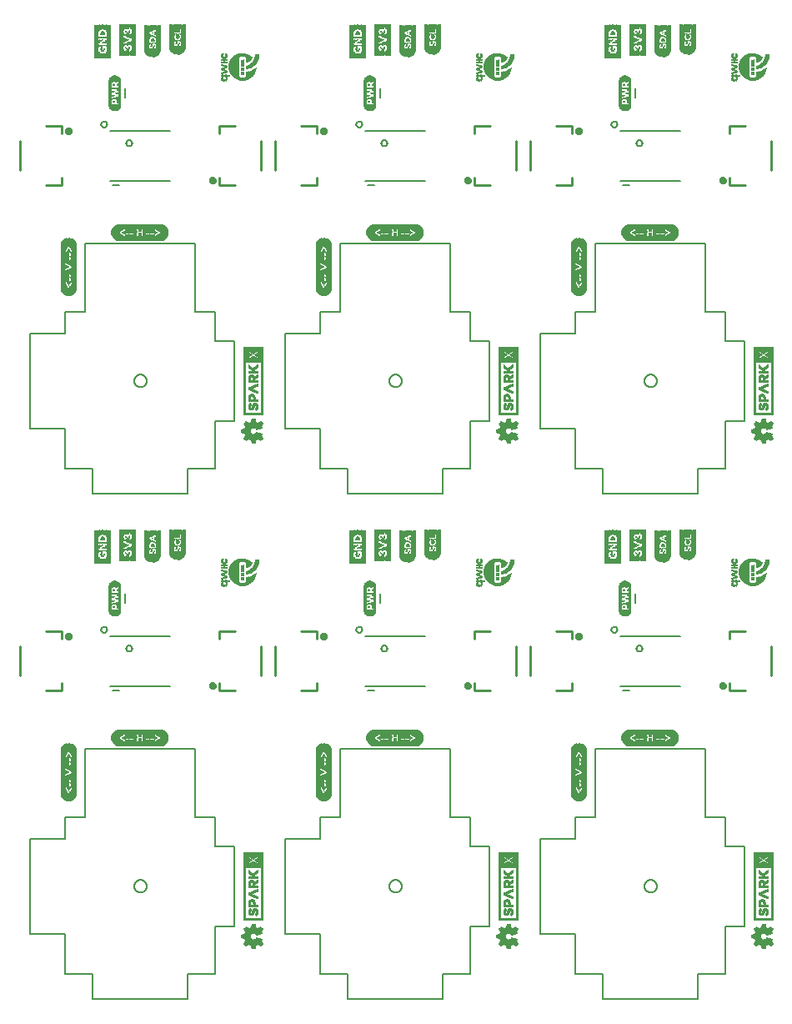
<source format=gto>
G75*
%MOIN*%
%OFA0B0*%
%FSLAX25Y25*%
%IPPOS*%
%LPD*%
%AMOC8*
5,1,8,0,0,1.08239X$1,22.5*
%
%ADD10C,0.00500*%
%ADD11C,0.01000*%
%ADD12C,0.01575*%
%ADD13C,0.00800*%
%ADD14C,0.00299*%
%ADD15C,0.00039*%
%ADD16R,0.00118X0.10748*%
%ADD17R,0.00118X0.11457*%
%ADD18R,0.00079X0.11929*%
%ADD19R,0.00157X0.12402*%
%ADD20R,0.00118X0.12638*%
%ADD21R,0.00118X0.12874*%
%ADD22R,0.00079X0.13110*%
%ADD23R,0.00118X0.04961*%
%ADD24R,0.00118X0.03071*%
%ADD25R,0.00118X0.05079*%
%ADD26R,0.00157X0.02244*%
%ADD27R,0.00157X0.00945*%
%ADD28R,0.00157X0.01181*%
%ADD29R,0.00157X0.00472*%
%ADD30R,0.00157X0.02835*%
%ADD31R,0.00118X0.02244*%
%ADD32R,0.00118X0.00591*%
%ADD33R,0.00118X0.00945*%
%ADD34R,0.00118X0.00354*%
%ADD35R,0.00118X0.02598*%
%ADD36R,0.00118X0.02362*%
%ADD37R,0.00118X0.00472*%
%ADD38R,0.00118X0.00827*%
%ADD39R,0.00118X0.02480*%
%ADD40R,0.00157X0.02480*%
%ADD41R,0.00157X0.00236*%
%ADD42R,0.00157X0.00709*%
%ADD43R,0.00157X0.00354*%
%ADD44R,0.00118X0.00709*%
%ADD45R,0.00118X0.00236*%
%ADD46R,0.00157X0.02598*%
%ADD47R,0.00157X0.00591*%
%ADD48R,0.00157X0.00118*%
%ADD49R,0.00118X0.02717*%
%ADD50R,0.00118X0.02835*%
%ADD51R,0.00157X0.00827*%
%ADD52R,0.00118X0.01299*%
%ADD53R,0.00118X0.01654*%
%ADD54R,0.00118X0.01063*%
%ADD55R,0.00157X0.01063*%
%ADD56R,0.00118X0.01181*%
%ADD57R,0.00118X0.02126*%
%ADD58R,0.00157X0.02126*%
%ADD59R,0.00118X0.01417*%
%ADD60R,0.00118X0.13110*%
%ADD61R,0.00118X0.12402*%
%ADD62R,0.00118X0.11929*%
%ADD63R,0.00157X0.18740*%
%ADD64R,0.00157X0.19370*%
%ADD65R,0.00157X0.20000*%
%ADD66R,0.00157X0.20630*%
%ADD67R,0.00157X0.20945*%
%ADD68R,0.00157X0.21260*%
%ADD69R,0.00157X0.21575*%
%ADD70R,0.00157X0.21890*%
%ADD71R,0.00157X0.22205*%
%ADD72R,0.00157X0.22520*%
%ADD73R,0.00157X0.09921*%
%ADD74R,0.00157X0.01732*%
%ADD75R,0.00157X0.04882*%
%ADD76R,0.00157X0.04724*%
%ADD77R,0.00157X0.01417*%
%ADD78R,0.00157X0.04567*%
%ADD79R,0.00157X0.04409*%
%ADD80R,0.00157X0.01260*%
%ADD81R,0.00157X0.04252*%
%ADD82R,0.00157X0.05039*%
%ADD83R,0.00157X0.01102*%
%ADD84R,0.00157X0.03937*%
%ADD85R,0.00157X0.05197*%
%ADD86R,0.00157X0.03622*%
%ADD87R,0.00157X0.05669*%
%ADD88R,0.00157X0.00787*%
%ADD89R,0.00157X0.05512*%
%ADD90R,0.00157X0.03465*%
%ADD91R,0.00157X0.05984*%
%ADD92R,0.00157X0.00630*%
%ADD93R,0.00157X0.03307*%
%ADD94R,0.00157X0.06299*%
%ADD95R,0.00157X0.06142*%
%ADD96R,0.00157X0.03150*%
%ADD97R,0.00157X0.06457*%
%ADD98R,0.00157X0.00157*%
%ADD99R,0.00157X0.02047*%
%ADD100R,0.00157X0.01890*%
%ADD101R,0.00157X0.00315*%
%ADD102R,0.00157X0.03780*%
%ADD103R,0.00157X0.02362*%
%ADD104R,0.18425X0.00157*%
%ADD105R,0.19055X0.00157*%
%ADD106R,0.19685X0.00157*%
%ADD107R,0.20315X0.00157*%
%ADD108R,0.20630X0.00157*%
%ADD109R,0.20945X0.00157*%
%ADD110R,0.21260X0.00157*%
%ADD111R,0.21575X0.00157*%
%ADD112R,0.21890X0.00157*%
%ADD113R,0.22205X0.00157*%
%ADD114R,0.09921X0.00157*%
%ADD115R,0.01102X0.00157*%
%ADD116R,0.04882X0.00157*%
%ADD117R,0.04567X0.00157*%
%ADD118R,0.04724X0.00157*%
%ADD119R,0.04409X0.00157*%
%ADD120R,0.04252X0.00157*%
%ADD121R,0.03937X0.00157*%
%ADD122R,0.05039X0.00157*%
%ADD123R,0.03622X0.00157*%
%ADD124R,0.05354X0.00157*%
%ADD125R,0.03465X0.00157*%
%ADD126R,0.05669X0.00157*%
%ADD127R,0.03307X0.00157*%
%ADD128R,0.05827X0.00157*%
%ADD129R,0.03150X0.00157*%
%ADD130R,0.05984X0.00157*%
%ADD131R,0.01417X0.00157*%
%ADD132R,0.01260X0.00157*%
%ADD133R,0.00315X0.00157*%
%ADD134R,0.03780X0.00157*%
%ADD135R,0.00945X0.00157*%
%ADD136R,0.00787X0.00157*%
%ADD137R,0.00630X0.00157*%
%ADD138R,0.00472X0.00157*%
%ADD139R,0.01575X0.00157*%
%ADD140R,0.00079X0.00866*%
%ADD141R,0.00079X0.00787*%
%ADD142R,0.00079X0.00827*%
%ADD143R,0.00079X0.00984*%
%ADD144R,0.00079X0.01181*%
%ADD145R,0.00079X0.00748*%
%ADD146R,0.00079X0.01339*%
%ADD147R,0.00039X0.01260*%
%ADD148R,0.00039X0.00787*%
%ADD149R,0.00039X0.00827*%
%ADD150R,0.00039X0.00866*%
%ADD151R,0.00039X0.00748*%
%ADD152R,0.00039X0.01417*%
%ADD153R,0.00039X0.01378*%
%ADD154R,0.00039X0.01575*%
%ADD155R,0.00039X0.01457*%
%ADD156R,0.00039X0.00945*%
%ADD157R,0.00039X0.01654*%
%ADD158R,0.00039X0.02362*%
%ADD159R,0.00039X0.01732*%
%ADD160R,0.00039X0.02402*%
%ADD161R,0.00039X0.00984*%
%ADD162R,0.00039X0.00709*%
%ADD163R,0.00039X0.01850*%
%ADD164R,0.00039X0.02441*%
%ADD165R,0.00039X0.01024*%
%ADD166R,0.00039X0.01890*%
%ADD167R,0.00039X0.02480*%
%ADD168R,0.00039X0.01969*%
%ADD169R,0.00039X0.02520*%
%ADD170R,0.00039X0.02008*%
%ADD171R,0.00039X0.01063*%
%ADD172R,0.00039X0.02047*%
%ADD173R,0.00039X0.02559*%
%ADD174R,0.00039X0.01102*%
%ADD175R,0.00039X0.02126*%
%ADD176R,0.00039X0.02598*%
%ADD177R,0.00039X0.01142*%
%ADD178R,0.00039X0.02087*%
%ADD179R,0.00039X0.01220*%
%ADD180R,0.00039X0.01181*%
%ADD181R,0.00039X0.00551*%
%ADD182R,0.00039X0.00394*%
%ADD183R,0.00039X0.00906*%
%ADD184R,0.00039X0.00315*%
%ADD185R,0.00039X0.00197*%
%ADD186R,0.00039X0.00079*%
%ADD187R,0.00039X0.01299*%
%ADD188R,0.00079X0.01299*%
%ADD189R,0.00079X0.00709*%
%ADD190R,0.00079X0.00630*%
%ADD191R,0.00079X0.00669*%
%ADD192R,0.00079X0.01693*%
%ADD193R,0.00039X0.00630*%
%ADD194R,0.00039X0.01693*%
%ADD195R,0.00039X0.00669*%
%ADD196R,0.00039X0.00591*%
%ADD197R,0.00039X0.01339*%
%ADD198R,0.00039X0.00157*%
%ADD199R,0.00039X0.00276*%
%ADD200R,0.00079X0.02559*%
%ADD201R,0.00079X0.01142*%
%ADD202R,0.00079X0.01102*%
%ADD203R,0.00079X0.02126*%
%ADD204R,0.00079X0.02520*%
%ADD205R,0.00079X0.01063*%
%ADD206R,0.00079X0.01969*%
%ADD207R,0.00079X0.02480*%
%ADD208R,0.00079X0.01024*%
%ADD209R,0.00079X0.01890*%
%ADD210R,0.00079X0.02402*%
%ADD211R,0.00079X0.01732*%
%ADD212R,0.00039X0.02323*%
%ADD213R,0.00039X0.01535*%
%ADD214R,0.00039X0.00512*%
%ADD215R,0.00079X0.00512*%
%ADD216R,0.00079X0.01850*%
%ADD217R,0.00079X0.02638*%
%ADD218R,0.00039X0.02953*%
%ADD219R,0.00039X0.03189*%
%ADD220R,0.00039X0.03504*%
%ADD221R,0.00039X0.03661*%
%ADD222R,0.00039X0.03898*%
%ADD223R,0.00039X0.04055*%
%ADD224R,0.00039X0.04213*%
%ADD225R,0.00039X0.04449*%
%ADD226R,0.00039X0.04606*%
%ADD227R,0.00039X0.04843*%
%ADD228R,0.00039X0.04921*%
%ADD229R,0.00039X0.05118*%
%ADD230R,0.00039X0.05236*%
%ADD231R,0.00039X0.05315*%
%ADD232R,0.00039X0.05512*%
%ADD233R,0.00039X0.05630*%
%ADD234R,0.00039X0.05787*%
%ADD235R,0.00039X0.05945*%
%ADD236R,0.00039X0.06024*%
%ADD237R,0.00039X0.06181*%
%ADD238R,0.00039X0.06260*%
%ADD239R,0.00039X0.06339*%
%ADD240R,0.00039X0.06417*%
%ADD241R,0.00039X0.06575*%
%ADD242R,0.00039X0.06732*%
%ADD243R,0.00039X0.06811*%
%ADD244R,0.00039X0.06890*%
%ADD245R,0.00039X0.06969*%
%ADD246R,0.00039X0.07047*%
%ADD247R,0.00039X0.07126*%
%ADD248R,0.00039X0.07205*%
%ADD249R,0.00039X0.07362*%
%ADD250R,0.00039X0.07441*%
%ADD251R,0.00039X0.07520*%
%ADD252R,0.00039X0.07598*%
%ADD253R,0.00039X0.07677*%
%ADD254R,0.00039X0.07756*%
%ADD255R,0.00039X0.07795*%
%ADD256R,0.00039X0.07913*%
%ADD257R,0.00039X0.07992*%
%ADD258R,0.00039X0.08071*%
%ADD259R,0.00039X0.08150*%
%ADD260R,0.00039X0.08189*%
%ADD261R,0.00039X0.08268*%
%ADD262R,0.00039X0.08307*%
%ADD263R,0.00039X0.08386*%
%ADD264R,0.00039X0.08465*%
%ADD265R,0.00039X0.08543*%
%ADD266R,0.00039X0.08622*%
%ADD267R,0.00039X0.08701*%
%ADD268R,0.00039X0.08780*%
%ADD269R,0.00039X0.08819*%
%ADD270R,0.00039X0.08858*%
%ADD271R,0.00039X0.08937*%
%ADD272R,0.00039X0.09016*%
%ADD273R,0.00039X0.09055*%
%ADD274R,0.00039X0.09094*%
%ADD275R,0.00039X0.09173*%
%ADD276R,0.00039X0.09252*%
%ADD277R,0.00039X0.09331*%
%ADD278R,0.00039X0.09409*%
%ADD279R,0.00039X0.09488*%
%ADD280R,0.00039X0.09528*%
%ADD281R,0.00039X0.09567*%
%ADD282R,0.00039X0.09646*%
%ADD283R,0.00039X0.09724*%
%ADD284R,0.00039X0.09803*%
%ADD285R,0.00039X0.09882*%
%ADD286R,0.00039X0.09961*%
%ADD287R,0.00039X0.10000*%
%ADD288R,0.00039X0.10039*%
%ADD289R,0.00039X0.10079*%
%ADD290R,0.00039X0.10118*%
%ADD291R,0.00039X0.10157*%
%ADD292R,0.00039X0.10197*%
%ADD293R,0.00039X0.10236*%
%ADD294R,0.00039X0.10276*%
%ADD295R,0.00039X0.10354*%
%ADD296R,0.00039X0.10394*%
%ADD297R,0.00039X0.10433*%
%ADD298R,0.00039X0.10512*%
%ADD299R,0.00039X0.01496*%
%ADD300R,0.00039X0.03268*%
%ADD301R,0.00039X0.03465*%
%ADD302R,0.00039X0.03425*%
%ADD303R,0.00039X0.03228*%
%ADD304R,0.00039X0.03346*%
%ADD305R,0.00039X0.03150*%
%ADD306R,0.00039X0.03110*%
%ADD307R,0.00039X0.03031*%
%ADD308R,0.00039X0.02874*%
%ADD309R,0.00039X0.02835*%
%ADD310R,0.00039X0.03071*%
%ADD311R,0.00039X0.02756*%
%ADD312R,0.00039X0.02638*%
%ADD313R,0.00039X0.02992*%
%ADD314R,0.00039X0.01614*%
%ADD315R,0.00039X0.02244*%
%ADD316R,0.00039X0.02795*%
%ADD317R,0.00039X0.02717*%
%ADD318R,0.00039X0.02677*%
%ADD319R,0.00039X0.01772*%
%ADD320R,0.00039X0.01811*%
%ADD321R,0.00039X0.00472*%
%ADD322R,0.00039X0.02283*%
%ADD323R,0.00039X0.02205*%
%ADD324R,0.00039X0.02165*%
%ADD325R,0.00039X0.01929*%
%ADD326R,0.00039X0.03937*%
%ADD327R,0.00039X0.03858*%
%ADD328R,0.00039X0.03740*%
%ADD329R,0.00039X0.03701*%
%ADD330R,0.00039X0.03622*%
%ADD331R,0.00039X0.03386*%
%ADD332R,0.00157X0.09764*%
%ADD333R,0.00157X0.10236*%
%ADD334R,0.00157X0.10551*%
%ADD335R,0.00157X0.10866*%
%ADD336R,0.00157X0.11024*%
%ADD337R,0.00157X0.11181*%
%ADD338R,0.00157X0.11339*%
%ADD339R,0.00157X0.11496*%
%ADD340R,0.00157X0.11654*%
%ADD341R,0.00157X0.11811*%
%ADD342R,0.00157X0.07559*%
%ADD343R,0.00157X0.01575*%
%ADD344R,0.00157X0.10394*%
%ADD345R,0.00157X0.11969*%
%ADD346R,0.00157X0.12126*%
%ADD347R,0.00157X0.12283*%
%ADD348R,0.00157X0.12441*%
%ADD349R,0.00157X0.08189*%
%ADD350R,0.00157X0.02677*%
%ADD351R,0.00157X0.02520*%
%ADD352R,0.00157X0.02205*%
%ADD353R,0.00157X0.13386*%
%ADD354R,0.00157X0.02992*%
D10*
X0177083Y0292058D02*
X0177083Y0295808D01*
X0279083Y0295808D02*
X0279083Y0292058D01*
X0381083Y0292058D02*
X0381083Y0295808D01*
X0381083Y0494058D02*
X0381083Y0497808D01*
X0279083Y0497808D02*
X0279083Y0494058D01*
X0177083Y0494058D02*
X0177083Y0497808D01*
D11*
X0151955Y0482744D02*
X0151955Y0479791D01*
X0151955Y0482744D02*
X0145459Y0482744D01*
X0135223Y0476839D02*
X0135223Y0465028D01*
X0145459Y0459122D02*
X0151955Y0459122D01*
X0151955Y0462075D01*
X0214711Y0462075D02*
X0214711Y0459122D01*
X0221207Y0459122D01*
X0231444Y0465028D02*
X0231444Y0476839D01*
X0221207Y0482744D02*
X0214711Y0482744D01*
X0214711Y0479791D01*
X0237223Y0476839D02*
X0237223Y0465028D01*
X0247459Y0459122D02*
X0253955Y0459122D01*
X0253955Y0462075D01*
X0253955Y0479791D02*
X0253955Y0482744D01*
X0247459Y0482744D01*
X0316711Y0482744D02*
X0323207Y0482744D01*
X0316711Y0482744D02*
X0316711Y0479791D01*
X0333444Y0476839D02*
X0333444Y0465028D01*
X0339223Y0465028D02*
X0339223Y0476839D01*
X0349459Y0482744D02*
X0355955Y0482744D01*
X0355955Y0479791D01*
X0355955Y0462075D02*
X0355955Y0459122D01*
X0349459Y0459122D01*
X0323207Y0459122D02*
X0316711Y0459122D01*
X0316711Y0462075D01*
X0418711Y0462075D02*
X0418711Y0459122D01*
X0425207Y0459122D01*
X0435444Y0465028D02*
X0435444Y0476839D01*
X0425207Y0482744D02*
X0418711Y0482744D01*
X0418711Y0479791D01*
X0418711Y0280744D02*
X0425207Y0280744D01*
X0435444Y0274839D02*
X0435444Y0263028D01*
X0425207Y0257122D02*
X0418711Y0257122D01*
X0418711Y0260075D01*
X0418711Y0277791D02*
X0418711Y0280744D01*
X0355955Y0280744D02*
X0355955Y0277791D01*
X0355955Y0280744D02*
X0349459Y0280744D01*
X0339223Y0274839D02*
X0339223Y0263028D01*
X0333444Y0263028D02*
X0333444Y0274839D01*
X0323207Y0280744D02*
X0316711Y0280744D01*
X0316711Y0277791D01*
X0316711Y0260075D02*
X0316711Y0257122D01*
X0323207Y0257122D01*
X0349459Y0257122D02*
X0355955Y0257122D01*
X0355955Y0260075D01*
X0253955Y0260075D02*
X0253955Y0257122D01*
X0247459Y0257122D01*
X0237223Y0263028D02*
X0237223Y0274839D01*
X0247459Y0280744D02*
X0253955Y0280744D01*
X0253955Y0277791D01*
X0231444Y0274839D02*
X0231444Y0263028D01*
X0221207Y0257122D02*
X0214711Y0257122D01*
X0214711Y0260075D01*
X0214711Y0277791D02*
X0214711Y0280744D01*
X0221207Y0280744D01*
X0151955Y0280744D02*
X0151955Y0277791D01*
X0151955Y0280744D02*
X0145459Y0280744D01*
X0135223Y0274839D02*
X0135223Y0263028D01*
X0145459Y0257122D02*
X0151955Y0257122D01*
X0151955Y0260075D01*
D12*
X0153957Y0278776D02*
X0153959Y0278823D01*
X0153965Y0278869D01*
X0153974Y0278915D01*
X0153988Y0278959D01*
X0154005Y0279003D01*
X0154026Y0279044D01*
X0154050Y0279084D01*
X0154077Y0279122D01*
X0154108Y0279157D01*
X0154141Y0279190D01*
X0154177Y0279220D01*
X0154216Y0279246D01*
X0154256Y0279270D01*
X0154298Y0279289D01*
X0154342Y0279306D01*
X0154387Y0279318D01*
X0154433Y0279327D01*
X0154479Y0279332D01*
X0154526Y0279333D01*
X0154572Y0279330D01*
X0154618Y0279323D01*
X0154664Y0279312D01*
X0154708Y0279298D01*
X0154751Y0279280D01*
X0154792Y0279258D01*
X0154832Y0279233D01*
X0154869Y0279205D01*
X0154904Y0279174D01*
X0154936Y0279140D01*
X0154965Y0279103D01*
X0154990Y0279065D01*
X0155013Y0279024D01*
X0155032Y0278981D01*
X0155047Y0278937D01*
X0155059Y0278892D01*
X0155067Y0278846D01*
X0155071Y0278799D01*
X0155071Y0278753D01*
X0155067Y0278706D01*
X0155059Y0278660D01*
X0155047Y0278615D01*
X0155032Y0278571D01*
X0155013Y0278528D01*
X0154990Y0278487D01*
X0154965Y0278449D01*
X0154936Y0278412D01*
X0154904Y0278378D01*
X0154869Y0278347D01*
X0154832Y0278319D01*
X0154793Y0278294D01*
X0154751Y0278272D01*
X0154708Y0278254D01*
X0154664Y0278240D01*
X0154618Y0278229D01*
X0154572Y0278222D01*
X0154526Y0278219D01*
X0154479Y0278220D01*
X0154433Y0278225D01*
X0154387Y0278234D01*
X0154342Y0278246D01*
X0154298Y0278263D01*
X0154256Y0278282D01*
X0154216Y0278306D01*
X0154177Y0278332D01*
X0154141Y0278362D01*
X0154108Y0278395D01*
X0154077Y0278430D01*
X0154050Y0278468D01*
X0154026Y0278508D01*
X0154005Y0278549D01*
X0153988Y0278593D01*
X0153974Y0278637D01*
X0153965Y0278683D01*
X0153959Y0278729D01*
X0153957Y0278776D01*
X0211595Y0259091D02*
X0211597Y0259138D01*
X0211603Y0259184D01*
X0211612Y0259230D01*
X0211626Y0259274D01*
X0211643Y0259318D01*
X0211664Y0259359D01*
X0211688Y0259399D01*
X0211715Y0259437D01*
X0211746Y0259472D01*
X0211779Y0259505D01*
X0211815Y0259535D01*
X0211854Y0259561D01*
X0211894Y0259585D01*
X0211936Y0259604D01*
X0211980Y0259621D01*
X0212025Y0259633D01*
X0212071Y0259642D01*
X0212117Y0259647D01*
X0212164Y0259648D01*
X0212210Y0259645D01*
X0212256Y0259638D01*
X0212302Y0259627D01*
X0212346Y0259613D01*
X0212389Y0259595D01*
X0212430Y0259573D01*
X0212470Y0259548D01*
X0212507Y0259520D01*
X0212542Y0259489D01*
X0212574Y0259455D01*
X0212603Y0259418D01*
X0212628Y0259380D01*
X0212651Y0259339D01*
X0212670Y0259296D01*
X0212685Y0259252D01*
X0212697Y0259207D01*
X0212705Y0259161D01*
X0212709Y0259114D01*
X0212709Y0259068D01*
X0212705Y0259021D01*
X0212697Y0258975D01*
X0212685Y0258930D01*
X0212670Y0258886D01*
X0212651Y0258843D01*
X0212628Y0258802D01*
X0212603Y0258764D01*
X0212574Y0258727D01*
X0212542Y0258693D01*
X0212507Y0258662D01*
X0212470Y0258634D01*
X0212431Y0258609D01*
X0212389Y0258587D01*
X0212346Y0258569D01*
X0212302Y0258555D01*
X0212256Y0258544D01*
X0212210Y0258537D01*
X0212164Y0258534D01*
X0212117Y0258535D01*
X0212071Y0258540D01*
X0212025Y0258549D01*
X0211980Y0258561D01*
X0211936Y0258578D01*
X0211894Y0258597D01*
X0211854Y0258621D01*
X0211815Y0258647D01*
X0211779Y0258677D01*
X0211746Y0258710D01*
X0211715Y0258745D01*
X0211688Y0258783D01*
X0211664Y0258823D01*
X0211643Y0258864D01*
X0211626Y0258908D01*
X0211612Y0258952D01*
X0211603Y0258998D01*
X0211597Y0259044D01*
X0211595Y0259091D01*
X0255957Y0278776D02*
X0255959Y0278823D01*
X0255965Y0278869D01*
X0255974Y0278915D01*
X0255988Y0278959D01*
X0256005Y0279003D01*
X0256026Y0279044D01*
X0256050Y0279084D01*
X0256077Y0279122D01*
X0256108Y0279157D01*
X0256141Y0279190D01*
X0256177Y0279220D01*
X0256216Y0279246D01*
X0256256Y0279270D01*
X0256298Y0279289D01*
X0256342Y0279306D01*
X0256387Y0279318D01*
X0256433Y0279327D01*
X0256479Y0279332D01*
X0256526Y0279333D01*
X0256572Y0279330D01*
X0256618Y0279323D01*
X0256664Y0279312D01*
X0256708Y0279298D01*
X0256751Y0279280D01*
X0256792Y0279258D01*
X0256832Y0279233D01*
X0256869Y0279205D01*
X0256904Y0279174D01*
X0256936Y0279140D01*
X0256965Y0279103D01*
X0256990Y0279065D01*
X0257013Y0279024D01*
X0257032Y0278981D01*
X0257047Y0278937D01*
X0257059Y0278892D01*
X0257067Y0278846D01*
X0257071Y0278799D01*
X0257071Y0278753D01*
X0257067Y0278706D01*
X0257059Y0278660D01*
X0257047Y0278615D01*
X0257032Y0278571D01*
X0257013Y0278528D01*
X0256990Y0278487D01*
X0256965Y0278449D01*
X0256936Y0278412D01*
X0256904Y0278378D01*
X0256869Y0278347D01*
X0256832Y0278319D01*
X0256793Y0278294D01*
X0256751Y0278272D01*
X0256708Y0278254D01*
X0256664Y0278240D01*
X0256618Y0278229D01*
X0256572Y0278222D01*
X0256526Y0278219D01*
X0256479Y0278220D01*
X0256433Y0278225D01*
X0256387Y0278234D01*
X0256342Y0278246D01*
X0256298Y0278263D01*
X0256256Y0278282D01*
X0256216Y0278306D01*
X0256177Y0278332D01*
X0256141Y0278362D01*
X0256108Y0278395D01*
X0256077Y0278430D01*
X0256050Y0278468D01*
X0256026Y0278508D01*
X0256005Y0278549D01*
X0255988Y0278593D01*
X0255974Y0278637D01*
X0255965Y0278683D01*
X0255959Y0278729D01*
X0255957Y0278776D01*
X0313595Y0259091D02*
X0313597Y0259138D01*
X0313603Y0259184D01*
X0313612Y0259230D01*
X0313626Y0259274D01*
X0313643Y0259318D01*
X0313664Y0259359D01*
X0313688Y0259399D01*
X0313715Y0259437D01*
X0313746Y0259472D01*
X0313779Y0259505D01*
X0313815Y0259535D01*
X0313854Y0259561D01*
X0313894Y0259585D01*
X0313936Y0259604D01*
X0313980Y0259621D01*
X0314025Y0259633D01*
X0314071Y0259642D01*
X0314117Y0259647D01*
X0314164Y0259648D01*
X0314210Y0259645D01*
X0314256Y0259638D01*
X0314302Y0259627D01*
X0314346Y0259613D01*
X0314389Y0259595D01*
X0314430Y0259573D01*
X0314470Y0259548D01*
X0314507Y0259520D01*
X0314542Y0259489D01*
X0314574Y0259455D01*
X0314603Y0259418D01*
X0314628Y0259380D01*
X0314651Y0259339D01*
X0314670Y0259296D01*
X0314685Y0259252D01*
X0314697Y0259207D01*
X0314705Y0259161D01*
X0314709Y0259114D01*
X0314709Y0259068D01*
X0314705Y0259021D01*
X0314697Y0258975D01*
X0314685Y0258930D01*
X0314670Y0258886D01*
X0314651Y0258843D01*
X0314628Y0258802D01*
X0314603Y0258764D01*
X0314574Y0258727D01*
X0314542Y0258693D01*
X0314507Y0258662D01*
X0314470Y0258634D01*
X0314431Y0258609D01*
X0314389Y0258587D01*
X0314346Y0258569D01*
X0314302Y0258555D01*
X0314256Y0258544D01*
X0314210Y0258537D01*
X0314164Y0258534D01*
X0314117Y0258535D01*
X0314071Y0258540D01*
X0314025Y0258549D01*
X0313980Y0258561D01*
X0313936Y0258578D01*
X0313894Y0258597D01*
X0313854Y0258621D01*
X0313815Y0258647D01*
X0313779Y0258677D01*
X0313746Y0258710D01*
X0313715Y0258745D01*
X0313688Y0258783D01*
X0313664Y0258823D01*
X0313643Y0258864D01*
X0313626Y0258908D01*
X0313612Y0258952D01*
X0313603Y0258998D01*
X0313597Y0259044D01*
X0313595Y0259091D01*
X0357957Y0278776D02*
X0357959Y0278823D01*
X0357965Y0278869D01*
X0357974Y0278915D01*
X0357988Y0278959D01*
X0358005Y0279003D01*
X0358026Y0279044D01*
X0358050Y0279084D01*
X0358077Y0279122D01*
X0358108Y0279157D01*
X0358141Y0279190D01*
X0358177Y0279220D01*
X0358216Y0279246D01*
X0358256Y0279270D01*
X0358298Y0279289D01*
X0358342Y0279306D01*
X0358387Y0279318D01*
X0358433Y0279327D01*
X0358479Y0279332D01*
X0358526Y0279333D01*
X0358572Y0279330D01*
X0358618Y0279323D01*
X0358664Y0279312D01*
X0358708Y0279298D01*
X0358751Y0279280D01*
X0358792Y0279258D01*
X0358832Y0279233D01*
X0358869Y0279205D01*
X0358904Y0279174D01*
X0358936Y0279140D01*
X0358965Y0279103D01*
X0358990Y0279065D01*
X0359013Y0279024D01*
X0359032Y0278981D01*
X0359047Y0278937D01*
X0359059Y0278892D01*
X0359067Y0278846D01*
X0359071Y0278799D01*
X0359071Y0278753D01*
X0359067Y0278706D01*
X0359059Y0278660D01*
X0359047Y0278615D01*
X0359032Y0278571D01*
X0359013Y0278528D01*
X0358990Y0278487D01*
X0358965Y0278449D01*
X0358936Y0278412D01*
X0358904Y0278378D01*
X0358869Y0278347D01*
X0358832Y0278319D01*
X0358793Y0278294D01*
X0358751Y0278272D01*
X0358708Y0278254D01*
X0358664Y0278240D01*
X0358618Y0278229D01*
X0358572Y0278222D01*
X0358526Y0278219D01*
X0358479Y0278220D01*
X0358433Y0278225D01*
X0358387Y0278234D01*
X0358342Y0278246D01*
X0358298Y0278263D01*
X0358256Y0278282D01*
X0358216Y0278306D01*
X0358177Y0278332D01*
X0358141Y0278362D01*
X0358108Y0278395D01*
X0358077Y0278430D01*
X0358050Y0278468D01*
X0358026Y0278508D01*
X0358005Y0278549D01*
X0357988Y0278593D01*
X0357974Y0278637D01*
X0357965Y0278683D01*
X0357959Y0278729D01*
X0357957Y0278776D01*
X0415595Y0259091D02*
X0415597Y0259138D01*
X0415603Y0259184D01*
X0415612Y0259230D01*
X0415626Y0259274D01*
X0415643Y0259318D01*
X0415664Y0259359D01*
X0415688Y0259399D01*
X0415715Y0259437D01*
X0415746Y0259472D01*
X0415779Y0259505D01*
X0415815Y0259535D01*
X0415854Y0259561D01*
X0415894Y0259585D01*
X0415936Y0259604D01*
X0415980Y0259621D01*
X0416025Y0259633D01*
X0416071Y0259642D01*
X0416117Y0259647D01*
X0416164Y0259648D01*
X0416210Y0259645D01*
X0416256Y0259638D01*
X0416302Y0259627D01*
X0416346Y0259613D01*
X0416389Y0259595D01*
X0416430Y0259573D01*
X0416470Y0259548D01*
X0416507Y0259520D01*
X0416542Y0259489D01*
X0416574Y0259455D01*
X0416603Y0259418D01*
X0416628Y0259380D01*
X0416651Y0259339D01*
X0416670Y0259296D01*
X0416685Y0259252D01*
X0416697Y0259207D01*
X0416705Y0259161D01*
X0416709Y0259114D01*
X0416709Y0259068D01*
X0416705Y0259021D01*
X0416697Y0258975D01*
X0416685Y0258930D01*
X0416670Y0258886D01*
X0416651Y0258843D01*
X0416628Y0258802D01*
X0416603Y0258764D01*
X0416574Y0258727D01*
X0416542Y0258693D01*
X0416507Y0258662D01*
X0416470Y0258634D01*
X0416431Y0258609D01*
X0416389Y0258587D01*
X0416346Y0258569D01*
X0416302Y0258555D01*
X0416256Y0258544D01*
X0416210Y0258537D01*
X0416164Y0258534D01*
X0416117Y0258535D01*
X0416071Y0258540D01*
X0416025Y0258549D01*
X0415980Y0258561D01*
X0415936Y0258578D01*
X0415894Y0258597D01*
X0415854Y0258621D01*
X0415815Y0258647D01*
X0415779Y0258677D01*
X0415746Y0258710D01*
X0415715Y0258745D01*
X0415688Y0258783D01*
X0415664Y0258823D01*
X0415643Y0258864D01*
X0415626Y0258908D01*
X0415612Y0258952D01*
X0415603Y0258998D01*
X0415597Y0259044D01*
X0415595Y0259091D01*
X0415595Y0461091D02*
X0415597Y0461138D01*
X0415603Y0461184D01*
X0415612Y0461230D01*
X0415626Y0461274D01*
X0415643Y0461318D01*
X0415664Y0461359D01*
X0415688Y0461399D01*
X0415715Y0461437D01*
X0415746Y0461472D01*
X0415779Y0461505D01*
X0415815Y0461535D01*
X0415854Y0461561D01*
X0415894Y0461585D01*
X0415936Y0461604D01*
X0415980Y0461621D01*
X0416025Y0461633D01*
X0416071Y0461642D01*
X0416117Y0461647D01*
X0416164Y0461648D01*
X0416210Y0461645D01*
X0416256Y0461638D01*
X0416302Y0461627D01*
X0416346Y0461613D01*
X0416389Y0461595D01*
X0416430Y0461573D01*
X0416470Y0461548D01*
X0416507Y0461520D01*
X0416542Y0461489D01*
X0416574Y0461455D01*
X0416603Y0461418D01*
X0416628Y0461380D01*
X0416651Y0461339D01*
X0416670Y0461296D01*
X0416685Y0461252D01*
X0416697Y0461207D01*
X0416705Y0461161D01*
X0416709Y0461114D01*
X0416709Y0461068D01*
X0416705Y0461021D01*
X0416697Y0460975D01*
X0416685Y0460930D01*
X0416670Y0460886D01*
X0416651Y0460843D01*
X0416628Y0460802D01*
X0416603Y0460764D01*
X0416574Y0460727D01*
X0416542Y0460693D01*
X0416507Y0460662D01*
X0416470Y0460634D01*
X0416431Y0460609D01*
X0416389Y0460587D01*
X0416346Y0460569D01*
X0416302Y0460555D01*
X0416256Y0460544D01*
X0416210Y0460537D01*
X0416164Y0460534D01*
X0416117Y0460535D01*
X0416071Y0460540D01*
X0416025Y0460549D01*
X0415980Y0460561D01*
X0415936Y0460578D01*
X0415894Y0460597D01*
X0415854Y0460621D01*
X0415815Y0460647D01*
X0415779Y0460677D01*
X0415746Y0460710D01*
X0415715Y0460745D01*
X0415688Y0460783D01*
X0415664Y0460823D01*
X0415643Y0460864D01*
X0415626Y0460908D01*
X0415612Y0460952D01*
X0415603Y0460998D01*
X0415597Y0461044D01*
X0415595Y0461091D01*
X0357957Y0480776D02*
X0357959Y0480823D01*
X0357965Y0480869D01*
X0357974Y0480915D01*
X0357988Y0480959D01*
X0358005Y0481003D01*
X0358026Y0481044D01*
X0358050Y0481084D01*
X0358077Y0481122D01*
X0358108Y0481157D01*
X0358141Y0481190D01*
X0358177Y0481220D01*
X0358216Y0481246D01*
X0358256Y0481270D01*
X0358298Y0481289D01*
X0358342Y0481306D01*
X0358387Y0481318D01*
X0358433Y0481327D01*
X0358479Y0481332D01*
X0358526Y0481333D01*
X0358572Y0481330D01*
X0358618Y0481323D01*
X0358664Y0481312D01*
X0358708Y0481298D01*
X0358751Y0481280D01*
X0358792Y0481258D01*
X0358832Y0481233D01*
X0358869Y0481205D01*
X0358904Y0481174D01*
X0358936Y0481140D01*
X0358965Y0481103D01*
X0358990Y0481065D01*
X0359013Y0481024D01*
X0359032Y0480981D01*
X0359047Y0480937D01*
X0359059Y0480892D01*
X0359067Y0480846D01*
X0359071Y0480799D01*
X0359071Y0480753D01*
X0359067Y0480706D01*
X0359059Y0480660D01*
X0359047Y0480615D01*
X0359032Y0480571D01*
X0359013Y0480528D01*
X0358990Y0480487D01*
X0358965Y0480449D01*
X0358936Y0480412D01*
X0358904Y0480378D01*
X0358869Y0480347D01*
X0358832Y0480319D01*
X0358793Y0480294D01*
X0358751Y0480272D01*
X0358708Y0480254D01*
X0358664Y0480240D01*
X0358618Y0480229D01*
X0358572Y0480222D01*
X0358526Y0480219D01*
X0358479Y0480220D01*
X0358433Y0480225D01*
X0358387Y0480234D01*
X0358342Y0480246D01*
X0358298Y0480263D01*
X0358256Y0480282D01*
X0358216Y0480306D01*
X0358177Y0480332D01*
X0358141Y0480362D01*
X0358108Y0480395D01*
X0358077Y0480430D01*
X0358050Y0480468D01*
X0358026Y0480508D01*
X0358005Y0480549D01*
X0357988Y0480593D01*
X0357974Y0480637D01*
X0357965Y0480683D01*
X0357959Y0480729D01*
X0357957Y0480776D01*
X0313595Y0461091D02*
X0313597Y0461138D01*
X0313603Y0461184D01*
X0313612Y0461230D01*
X0313626Y0461274D01*
X0313643Y0461318D01*
X0313664Y0461359D01*
X0313688Y0461399D01*
X0313715Y0461437D01*
X0313746Y0461472D01*
X0313779Y0461505D01*
X0313815Y0461535D01*
X0313854Y0461561D01*
X0313894Y0461585D01*
X0313936Y0461604D01*
X0313980Y0461621D01*
X0314025Y0461633D01*
X0314071Y0461642D01*
X0314117Y0461647D01*
X0314164Y0461648D01*
X0314210Y0461645D01*
X0314256Y0461638D01*
X0314302Y0461627D01*
X0314346Y0461613D01*
X0314389Y0461595D01*
X0314430Y0461573D01*
X0314470Y0461548D01*
X0314507Y0461520D01*
X0314542Y0461489D01*
X0314574Y0461455D01*
X0314603Y0461418D01*
X0314628Y0461380D01*
X0314651Y0461339D01*
X0314670Y0461296D01*
X0314685Y0461252D01*
X0314697Y0461207D01*
X0314705Y0461161D01*
X0314709Y0461114D01*
X0314709Y0461068D01*
X0314705Y0461021D01*
X0314697Y0460975D01*
X0314685Y0460930D01*
X0314670Y0460886D01*
X0314651Y0460843D01*
X0314628Y0460802D01*
X0314603Y0460764D01*
X0314574Y0460727D01*
X0314542Y0460693D01*
X0314507Y0460662D01*
X0314470Y0460634D01*
X0314431Y0460609D01*
X0314389Y0460587D01*
X0314346Y0460569D01*
X0314302Y0460555D01*
X0314256Y0460544D01*
X0314210Y0460537D01*
X0314164Y0460534D01*
X0314117Y0460535D01*
X0314071Y0460540D01*
X0314025Y0460549D01*
X0313980Y0460561D01*
X0313936Y0460578D01*
X0313894Y0460597D01*
X0313854Y0460621D01*
X0313815Y0460647D01*
X0313779Y0460677D01*
X0313746Y0460710D01*
X0313715Y0460745D01*
X0313688Y0460783D01*
X0313664Y0460823D01*
X0313643Y0460864D01*
X0313626Y0460908D01*
X0313612Y0460952D01*
X0313603Y0460998D01*
X0313597Y0461044D01*
X0313595Y0461091D01*
X0255957Y0480776D02*
X0255959Y0480823D01*
X0255965Y0480869D01*
X0255974Y0480915D01*
X0255988Y0480959D01*
X0256005Y0481003D01*
X0256026Y0481044D01*
X0256050Y0481084D01*
X0256077Y0481122D01*
X0256108Y0481157D01*
X0256141Y0481190D01*
X0256177Y0481220D01*
X0256216Y0481246D01*
X0256256Y0481270D01*
X0256298Y0481289D01*
X0256342Y0481306D01*
X0256387Y0481318D01*
X0256433Y0481327D01*
X0256479Y0481332D01*
X0256526Y0481333D01*
X0256572Y0481330D01*
X0256618Y0481323D01*
X0256664Y0481312D01*
X0256708Y0481298D01*
X0256751Y0481280D01*
X0256792Y0481258D01*
X0256832Y0481233D01*
X0256869Y0481205D01*
X0256904Y0481174D01*
X0256936Y0481140D01*
X0256965Y0481103D01*
X0256990Y0481065D01*
X0257013Y0481024D01*
X0257032Y0480981D01*
X0257047Y0480937D01*
X0257059Y0480892D01*
X0257067Y0480846D01*
X0257071Y0480799D01*
X0257071Y0480753D01*
X0257067Y0480706D01*
X0257059Y0480660D01*
X0257047Y0480615D01*
X0257032Y0480571D01*
X0257013Y0480528D01*
X0256990Y0480487D01*
X0256965Y0480449D01*
X0256936Y0480412D01*
X0256904Y0480378D01*
X0256869Y0480347D01*
X0256832Y0480319D01*
X0256793Y0480294D01*
X0256751Y0480272D01*
X0256708Y0480254D01*
X0256664Y0480240D01*
X0256618Y0480229D01*
X0256572Y0480222D01*
X0256526Y0480219D01*
X0256479Y0480220D01*
X0256433Y0480225D01*
X0256387Y0480234D01*
X0256342Y0480246D01*
X0256298Y0480263D01*
X0256256Y0480282D01*
X0256216Y0480306D01*
X0256177Y0480332D01*
X0256141Y0480362D01*
X0256108Y0480395D01*
X0256077Y0480430D01*
X0256050Y0480468D01*
X0256026Y0480508D01*
X0256005Y0480549D01*
X0255988Y0480593D01*
X0255974Y0480637D01*
X0255965Y0480683D01*
X0255959Y0480729D01*
X0255957Y0480776D01*
X0211595Y0461091D02*
X0211597Y0461138D01*
X0211603Y0461184D01*
X0211612Y0461230D01*
X0211626Y0461274D01*
X0211643Y0461318D01*
X0211664Y0461359D01*
X0211688Y0461399D01*
X0211715Y0461437D01*
X0211746Y0461472D01*
X0211779Y0461505D01*
X0211815Y0461535D01*
X0211854Y0461561D01*
X0211894Y0461585D01*
X0211936Y0461604D01*
X0211980Y0461621D01*
X0212025Y0461633D01*
X0212071Y0461642D01*
X0212117Y0461647D01*
X0212164Y0461648D01*
X0212210Y0461645D01*
X0212256Y0461638D01*
X0212302Y0461627D01*
X0212346Y0461613D01*
X0212389Y0461595D01*
X0212430Y0461573D01*
X0212470Y0461548D01*
X0212507Y0461520D01*
X0212542Y0461489D01*
X0212574Y0461455D01*
X0212603Y0461418D01*
X0212628Y0461380D01*
X0212651Y0461339D01*
X0212670Y0461296D01*
X0212685Y0461252D01*
X0212697Y0461207D01*
X0212705Y0461161D01*
X0212709Y0461114D01*
X0212709Y0461068D01*
X0212705Y0461021D01*
X0212697Y0460975D01*
X0212685Y0460930D01*
X0212670Y0460886D01*
X0212651Y0460843D01*
X0212628Y0460802D01*
X0212603Y0460764D01*
X0212574Y0460727D01*
X0212542Y0460693D01*
X0212507Y0460662D01*
X0212470Y0460634D01*
X0212431Y0460609D01*
X0212389Y0460587D01*
X0212346Y0460569D01*
X0212302Y0460555D01*
X0212256Y0460544D01*
X0212210Y0460537D01*
X0212164Y0460534D01*
X0212117Y0460535D01*
X0212071Y0460540D01*
X0212025Y0460549D01*
X0211980Y0460561D01*
X0211936Y0460578D01*
X0211894Y0460597D01*
X0211854Y0460621D01*
X0211815Y0460647D01*
X0211779Y0460677D01*
X0211746Y0460710D01*
X0211715Y0460745D01*
X0211688Y0460783D01*
X0211664Y0460823D01*
X0211643Y0460864D01*
X0211626Y0460908D01*
X0211612Y0460952D01*
X0211603Y0460998D01*
X0211597Y0461044D01*
X0211595Y0461091D01*
X0153957Y0480776D02*
X0153959Y0480823D01*
X0153965Y0480869D01*
X0153974Y0480915D01*
X0153988Y0480959D01*
X0154005Y0481003D01*
X0154026Y0481044D01*
X0154050Y0481084D01*
X0154077Y0481122D01*
X0154108Y0481157D01*
X0154141Y0481190D01*
X0154177Y0481220D01*
X0154216Y0481246D01*
X0154256Y0481270D01*
X0154298Y0481289D01*
X0154342Y0481306D01*
X0154387Y0481318D01*
X0154433Y0481327D01*
X0154479Y0481332D01*
X0154526Y0481333D01*
X0154572Y0481330D01*
X0154618Y0481323D01*
X0154664Y0481312D01*
X0154708Y0481298D01*
X0154751Y0481280D01*
X0154792Y0481258D01*
X0154832Y0481233D01*
X0154869Y0481205D01*
X0154904Y0481174D01*
X0154936Y0481140D01*
X0154965Y0481103D01*
X0154990Y0481065D01*
X0155013Y0481024D01*
X0155032Y0480981D01*
X0155047Y0480937D01*
X0155059Y0480892D01*
X0155067Y0480846D01*
X0155071Y0480799D01*
X0155071Y0480753D01*
X0155067Y0480706D01*
X0155059Y0480660D01*
X0155047Y0480615D01*
X0155032Y0480571D01*
X0155013Y0480528D01*
X0154990Y0480487D01*
X0154965Y0480449D01*
X0154936Y0480412D01*
X0154904Y0480378D01*
X0154869Y0480347D01*
X0154832Y0480319D01*
X0154793Y0480294D01*
X0154751Y0480272D01*
X0154708Y0480254D01*
X0154664Y0480240D01*
X0154618Y0480229D01*
X0154572Y0480222D01*
X0154526Y0480219D01*
X0154479Y0480220D01*
X0154433Y0480225D01*
X0154387Y0480234D01*
X0154342Y0480246D01*
X0154298Y0480263D01*
X0154256Y0480282D01*
X0154216Y0480306D01*
X0154177Y0480332D01*
X0154141Y0480362D01*
X0154108Y0480395D01*
X0154077Y0480430D01*
X0154050Y0480468D01*
X0154026Y0480508D01*
X0154005Y0480549D01*
X0153988Y0480593D01*
X0153974Y0480637D01*
X0153965Y0480683D01*
X0153959Y0480729D01*
X0153957Y0480776D01*
D13*
X0139333Y0197933D02*
X0139333Y0159933D01*
X0153333Y0159933D01*
X0153333Y0143933D01*
X0164333Y0143933D01*
X0164333Y0133933D01*
X0202333Y0133933D01*
X0202333Y0143933D01*
X0213333Y0143933D01*
X0213333Y0162933D01*
X0220833Y0162933D01*
X0220833Y0194933D01*
X0213333Y0194933D01*
X0213333Y0206433D01*
X0205333Y0206433D01*
X0205333Y0233933D01*
X0161333Y0233933D01*
X0161333Y0206433D01*
X0153333Y0206433D01*
X0153333Y0197933D01*
X0139333Y0197933D01*
X0180833Y0178933D02*
X0180835Y0179032D01*
X0180841Y0179132D01*
X0180851Y0179231D01*
X0180865Y0179329D01*
X0180882Y0179427D01*
X0180904Y0179524D01*
X0180929Y0179620D01*
X0180958Y0179715D01*
X0180991Y0179809D01*
X0181028Y0179901D01*
X0181068Y0179992D01*
X0181112Y0180081D01*
X0181160Y0180169D01*
X0181211Y0180254D01*
X0181265Y0180337D01*
X0181322Y0180419D01*
X0181383Y0180497D01*
X0181447Y0180574D01*
X0181513Y0180647D01*
X0181583Y0180718D01*
X0181655Y0180786D01*
X0181730Y0180852D01*
X0181808Y0180914D01*
X0181888Y0180973D01*
X0181970Y0181029D01*
X0182054Y0181081D01*
X0182141Y0181130D01*
X0182229Y0181176D01*
X0182319Y0181218D01*
X0182411Y0181257D01*
X0182504Y0181292D01*
X0182598Y0181323D01*
X0182694Y0181350D01*
X0182791Y0181373D01*
X0182888Y0181393D01*
X0182986Y0181409D01*
X0183085Y0181421D01*
X0183184Y0181429D01*
X0183283Y0181433D01*
X0183383Y0181433D01*
X0183482Y0181429D01*
X0183581Y0181421D01*
X0183680Y0181409D01*
X0183778Y0181393D01*
X0183875Y0181373D01*
X0183972Y0181350D01*
X0184068Y0181323D01*
X0184162Y0181292D01*
X0184255Y0181257D01*
X0184347Y0181218D01*
X0184437Y0181176D01*
X0184525Y0181130D01*
X0184612Y0181081D01*
X0184696Y0181029D01*
X0184778Y0180973D01*
X0184858Y0180914D01*
X0184936Y0180852D01*
X0185011Y0180786D01*
X0185083Y0180718D01*
X0185153Y0180647D01*
X0185219Y0180574D01*
X0185283Y0180497D01*
X0185344Y0180419D01*
X0185401Y0180337D01*
X0185455Y0180254D01*
X0185506Y0180169D01*
X0185554Y0180081D01*
X0185598Y0179992D01*
X0185638Y0179901D01*
X0185675Y0179809D01*
X0185708Y0179715D01*
X0185737Y0179620D01*
X0185762Y0179524D01*
X0185784Y0179427D01*
X0185801Y0179329D01*
X0185815Y0179231D01*
X0185825Y0179132D01*
X0185831Y0179032D01*
X0185833Y0178933D01*
X0185831Y0178834D01*
X0185825Y0178734D01*
X0185815Y0178635D01*
X0185801Y0178537D01*
X0185784Y0178439D01*
X0185762Y0178342D01*
X0185737Y0178246D01*
X0185708Y0178151D01*
X0185675Y0178057D01*
X0185638Y0177965D01*
X0185598Y0177874D01*
X0185554Y0177785D01*
X0185506Y0177697D01*
X0185455Y0177612D01*
X0185401Y0177529D01*
X0185344Y0177447D01*
X0185283Y0177369D01*
X0185219Y0177292D01*
X0185153Y0177219D01*
X0185083Y0177148D01*
X0185011Y0177080D01*
X0184936Y0177014D01*
X0184858Y0176952D01*
X0184778Y0176893D01*
X0184696Y0176837D01*
X0184612Y0176785D01*
X0184525Y0176736D01*
X0184437Y0176690D01*
X0184347Y0176648D01*
X0184255Y0176609D01*
X0184162Y0176574D01*
X0184068Y0176543D01*
X0183972Y0176516D01*
X0183875Y0176493D01*
X0183778Y0176473D01*
X0183680Y0176457D01*
X0183581Y0176445D01*
X0183482Y0176437D01*
X0183383Y0176433D01*
X0183283Y0176433D01*
X0183184Y0176437D01*
X0183085Y0176445D01*
X0182986Y0176457D01*
X0182888Y0176473D01*
X0182791Y0176493D01*
X0182694Y0176516D01*
X0182598Y0176543D01*
X0182504Y0176574D01*
X0182411Y0176609D01*
X0182319Y0176648D01*
X0182229Y0176690D01*
X0182141Y0176736D01*
X0182054Y0176785D01*
X0181970Y0176837D01*
X0181888Y0176893D01*
X0181808Y0176952D01*
X0181730Y0177014D01*
X0181655Y0177080D01*
X0181583Y0177148D01*
X0181513Y0177219D01*
X0181447Y0177292D01*
X0181383Y0177369D01*
X0181322Y0177447D01*
X0181265Y0177529D01*
X0181211Y0177612D01*
X0181160Y0177697D01*
X0181112Y0177785D01*
X0181068Y0177874D01*
X0181028Y0177965D01*
X0180991Y0178057D01*
X0180958Y0178151D01*
X0180929Y0178246D01*
X0180904Y0178342D01*
X0180882Y0178439D01*
X0180865Y0178537D01*
X0180851Y0178635D01*
X0180841Y0178734D01*
X0180835Y0178834D01*
X0180833Y0178933D01*
X0241333Y0197933D02*
X0241333Y0159933D01*
X0255333Y0159933D01*
X0255333Y0143933D01*
X0266333Y0143933D01*
X0266333Y0133933D01*
X0304333Y0133933D01*
X0304333Y0143933D01*
X0315333Y0143933D01*
X0315333Y0162933D01*
X0322833Y0162933D01*
X0322833Y0194933D01*
X0315333Y0194933D01*
X0315333Y0206433D01*
X0307333Y0206433D01*
X0307333Y0233933D01*
X0263333Y0233933D01*
X0263333Y0206433D01*
X0255333Y0206433D01*
X0255333Y0197933D01*
X0241333Y0197933D01*
X0282833Y0178933D02*
X0282835Y0179032D01*
X0282841Y0179132D01*
X0282851Y0179231D01*
X0282865Y0179329D01*
X0282882Y0179427D01*
X0282904Y0179524D01*
X0282929Y0179620D01*
X0282958Y0179715D01*
X0282991Y0179809D01*
X0283028Y0179901D01*
X0283068Y0179992D01*
X0283112Y0180081D01*
X0283160Y0180169D01*
X0283211Y0180254D01*
X0283265Y0180337D01*
X0283322Y0180419D01*
X0283383Y0180497D01*
X0283447Y0180574D01*
X0283513Y0180647D01*
X0283583Y0180718D01*
X0283655Y0180786D01*
X0283730Y0180852D01*
X0283808Y0180914D01*
X0283888Y0180973D01*
X0283970Y0181029D01*
X0284054Y0181081D01*
X0284141Y0181130D01*
X0284229Y0181176D01*
X0284319Y0181218D01*
X0284411Y0181257D01*
X0284504Y0181292D01*
X0284598Y0181323D01*
X0284694Y0181350D01*
X0284791Y0181373D01*
X0284888Y0181393D01*
X0284986Y0181409D01*
X0285085Y0181421D01*
X0285184Y0181429D01*
X0285283Y0181433D01*
X0285383Y0181433D01*
X0285482Y0181429D01*
X0285581Y0181421D01*
X0285680Y0181409D01*
X0285778Y0181393D01*
X0285875Y0181373D01*
X0285972Y0181350D01*
X0286068Y0181323D01*
X0286162Y0181292D01*
X0286255Y0181257D01*
X0286347Y0181218D01*
X0286437Y0181176D01*
X0286525Y0181130D01*
X0286612Y0181081D01*
X0286696Y0181029D01*
X0286778Y0180973D01*
X0286858Y0180914D01*
X0286936Y0180852D01*
X0287011Y0180786D01*
X0287083Y0180718D01*
X0287153Y0180647D01*
X0287219Y0180574D01*
X0287283Y0180497D01*
X0287344Y0180419D01*
X0287401Y0180337D01*
X0287455Y0180254D01*
X0287506Y0180169D01*
X0287554Y0180081D01*
X0287598Y0179992D01*
X0287638Y0179901D01*
X0287675Y0179809D01*
X0287708Y0179715D01*
X0287737Y0179620D01*
X0287762Y0179524D01*
X0287784Y0179427D01*
X0287801Y0179329D01*
X0287815Y0179231D01*
X0287825Y0179132D01*
X0287831Y0179032D01*
X0287833Y0178933D01*
X0287831Y0178834D01*
X0287825Y0178734D01*
X0287815Y0178635D01*
X0287801Y0178537D01*
X0287784Y0178439D01*
X0287762Y0178342D01*
X0287737Y0178246D01*
X0287708Y0178151D01*
X0287675Y0178057D01*
X0287638Y0177965D01*
X0287598Y0177874D01*
X0287554Y0177785D01*
X0287506Y0177697D01*
X0287455Y0177612D01*
X0287401Y0177529D01*
X0287344Y0177447D01*
X0287283Y0177369D01*
X0287219Y0177292D01*
X0287153Y0177219D01*
X0287083Y0177148D01*
X0287011Y0177080D01*
X0286936Y0177014D01*
X0286858Y0176952D01*
X0286778Y0176893D01*
X0286696Y0176837D01*
X0286612Y0176785D01*
X0286525Y0176736D01*
X0286437Y0176690D01*
X0286347Y0176648D01*
X0286255Y0176609D01*
X0286162Y0176574D01*
X0286068Y0176543D01*
X0285972Y0176516D01*
X0285875Y0176493D01*
X0285778Y0176473D01*
X0285680Y0176457D01*
X0285581Y0176445D01*
X0285482Y0176437D01*
X0285383Y0176433D01*
X0285283Y0176433D01*
X0285184Y0176437D01*
X0285085Y0176445D01*
X0284986Y0176457D01*
X0284888Y0176473D01*
X0284791Y0176493D01*
X0284694Y0176516D01*
X0284598Y0176543D01*
X0284504Y0176574D01*
X0284411Y0176609D01*
X0284319Y0176648D01*
X0284229Y0176690D01*
X0284141Y0176736D01*
X0284054Y0176785D01*
X0283970Y0176837D01*
X0283888Y0176893D01*
X0283808Y0176952D01*
X0283730Y0177014D01*
X0283655Y0177080D01*
X0283583Y0177148D01*
X0283513Y0177219D01*
X0283447Y0177292D01*
X0283383Y0177369D01*
X0283322Y0177447D01*
X0283265Y0177529D01*
X0283211Y0177612D01*
X0283160Y0177697D01*
X0283112Y0177785D01*
X0283068Y0177874D01*
X0283028Y0177965D01*
X0282991Y0178057D01*
X0282958Y0178151D01*
X0282929Y0178246D01*
X0282904Y0178342D01*
X0282882Y0178439D01*
X0282865Y0178537D01*
X0282851Y0178635D01*
X0282841Y0178734D01*
X0282835Y0178834D01*
X0282833Y0178933D01*
X0343333Y0197933D02*
X0343333Y0159933D01*
X0357333Y0159933D01*
X0357333Y0143933D01*
X0368333Y0143933D01*
X0368333Y0133933D01*
X0406333Y0133933D01*
X0406333Y0143933D01*
X0417333Y0143933D01*
X0417333Y0162933D01*
X0424833Y0162933D01*
X0424833Y0194933D01*
X0417333Y0194933D01*
X0417333Y0206433D01*
X0409333Y0206433D01*
X0409333Y0233933D01*
X0365333Y0233933D01*
X0365333Y0206433D01*
X0357333Y0206433D01*
X0357333Y0197933D01*
X0343333Y0197933D01*
X0384833Y0178933D02*
X0384835Y0179032D01*
X0384841Y0179132D01*
X0384851Y0179231D01*
X0384865Y0179329D01*
X0384882Y0179427D01*
X0384904Y0179524D01*
X0384929Y0179620D01*
X0384958Y0179715D01*
X0384991Y0179809D01*
X0385028Y0179901D01*
X0385068Y0179992D01*
X0385112Y0180081D01*
X0385160Y0180169D01*
X0385211Y0180254D01*
X0385265Y0180337D01*
X0385322Y0180419D01*
X0385383Y0180497D01*
X0385447Y0180574D01*
X0385513Y0180647D01*
X0385583Y0180718D01*
X0385655Y0180786D01*
X0385730Y0180852D01*
X0385808Y0180914D01*
X0385888Y0180973D01*
X0385970Y0181029D01*
X0386054Y0181081D01*
X0386141Y0181130D01*
X0386229Y0181176D01*
X0386319Y0181218D01*
X0386411Y0181257D01*
X0386504Y0181292D01*
X0386598Y0181323D01*
X0386694Y0181350D01*
X0386791Y0181373D01*
X0386888Y0181393D01*
X0386986Y0181409D01*
X0387085Y0181421D01*
X0387184Y0181429D01*
X0387283Y0181433D01*
X0387383Y0181433D01*
X0387482Y0181429D01*
X0387581Y0181421D01*
X0387680Y0181409D01*
X0387778Y0181393D01*
X0387875Y0181373D01*
X0387972Y0181350D01*
X0388068Y0181323D01*
X0388162Y0181292D01*
X0388255Y0181257D01*
X0388347Y0181218D01*
X0388437Y0181176D01*
X0388525Y0181130D01*
X0388612Y0181081D01*
X0388696Y0181029D01*
X0388778Y0180973D01*
X0388858Y0180914D01*
X0388936Y0180852D01*
X0389011Y0180786D01*
X0389083Y0180718D01*
X0389153Y0180647D01*
X0389219Y0180574D01*
X0389283Y0180497D01*
X0389344Y0180419D01*
X0389401Y0180337D01*
X0389455Y0180254D01*
X0389506Y0180169D01*
X0389554Y0180081D01*
X0389598Y0179992D01*
X0389638Y0179901D01*
X0389675Y0179809D01*
X0389708Y0179715D01*
X0389737Y0179620D01*
X0389762Y0179524D01*
X0389784Y0179427D01*
X0389801Y0179329D01*
X0389815Y0179231D01*
X0389825Y0179132D01*
X0389831Y0179032D01*
X0389833Y0178933D01*
X0389831Y0178834D01*
X0389825Y0178734D01*
X0389815Y0178635D01*
X0389801Y0178537D01*
X0389784Y0178439D01*
X0389762Y0178342D01*
X0389737Y0178246D01*
X0389708Y0178151D01*
X0389675Y0178057D01*
X0389638Y0177965D01*
X0389598Y0177874D01*
X0389554Y0177785D01*
X0389506Y0177697D01*
X0389455Y0177612D01*
X0389401Y0177529D01*
X0389344Y0177447D01*
X0389283Y0177369D01*
X0389219Y0177292D01*
X0389153Y0177219D01*
X0389083Y0177148D01*
X0389011Y0177080D01*
X0388936Y0177014D01*
X0388858Y0176952D01*
X0388778Y0176893D01*
X0388696Y0176837D01*
X0388612Y0176785D01*
X0388525Y0176736D01*
X0388437Y0176690D01*
X0388347Y0176648D01*
X0388255Y0176609D01*
X0388162Y0176574D01*
X0388068Y0176543D01*
X0387972Y0176516D01*
X0387875Y0176493D01*
X0387778Y0176473D01*
X0387680Y0176457D01*
X0387581Y0176445D01*
X0387482Y0176437D01*
X0387383Y0176433D01*
X0387283Y0176433D01*
X0387184Y0176437D01*
X0387085Y0176445D01*
X0386986Y0176457D01*
X0386888Y0176473D01*
X0386791Y0176493D01*
X0386694Y0176516D01*
X0386598Y0176543D01*
X0386504Y0176574D01*
X0386411Y0176609D01*
X0386319Y0176648D01*
X0386229Y0176690D01*
X0386141Y0176736D01*
X0386054Y0176785D01*
X0385970Y0176837D01*
X0385888Y0176893D01*
X0385808Y0176952D01*
X0385730Y0177014D01*
X0385655Y0177080D01*
X0385583Y0177148D01*
X0385513Y0177219D01*
X0385447Y0177292D01*
X0385383Y0177369D01*
X0385322Y0177447D01*
X0385265Y0177529D01*
X0385211Y0177612D01*
X0385160Y0177697D01*
X0385112Y0177785D01*
X0385068Y0177874D01*
X0385028Y0177965D01*
X0384991Y0178057D01*
X0384958Y0178151D01*
X0384929Y0178246D01*
X0384904Y0178342D01*
X0384882Y0178439D01*
X0384865Y0178537D01*
X0384851Y0178635D01*
X0384841Y0178734D01*
X0384835Y0178834D01*
X0384833Y0178933D01*
X0378733Y0257033D02*
X0376033Y0257033D01*
X0375333Y0258933D02*
X0399333Y0258933D01*
X0399333Y0278933D02*
X0375333Y0278933D01*
X0371652Y0281433D02*
X0371654Y0281502D01*
X0371660Y0281570D01*
X0371670Y0281638D01*
X0371684Y0281705D01*
X0371702Y0281772D01*
X0371723Y0281837D01*
X0371749Y0281901D01*
X0371778Y0281963D01*
X0371810Y0282023D01*
X0371846Y0282082D01*
X0371886Y0282138D01*
X0371928Y0282192D01*
X0371974Y0282243D01*
X0372023Y0282292D01*
X0372074Y0282338D01*
X0372128Y0282380D01*
X0372184Y0282420D01*
X0372242Y0282456D01*
X0372303Y0282488D01*
X0372365Y0282517D01*
X0372429Y0282543D01*
X0372494Y0282564D01*
X0372561Y0282582D01*
X0372628Y0282596D01*
X0372696Y0282606D01*
X0372764Y0282612D01*
X0372833Y0282614D01*
X0372902Y0282612D01*
X0372970Y0282606D01*
X0373038Y0282596D01*
X0373105Y0282582D01*
X0373172Y0282564D01*
X0373237Y0282543D01*
X0373301Y0282517D01*
X0373363Y0282488D01*
X0373423Y0282456D01*
X0373482Y0282420D01*
X0373538Y0282380D01*
X0373592Y0282338D01*
X0373643Y0282292D01*
X0373692Y0282243D01*
X0373738Y0282192D01*
X0373780Y0282138D01*
X0373820Y0282082D01*
X0373856Y0282023D01*
X0373888Y0281963D01*
X0373917Y0281901D01*
X0373943Y0281837D01*
X0373964Y0281772D01*
X0373982Y0281705D01*
X0373996Y0281638D01*
X0374006Y0281570D01*
X0374012Y0281502D01*
X0374014Y0281433D01*
X0374012Y0281364D01*
X0374006Y0281296D01*
X0373996Y0281228D01*
X0373982Y0281161D01*
X0373964Y0281094D01*
X0373943Y0281029D01*
X0373917Y0280965D01*
X0373888Y0280903D01*
X0373856Y0280842D01*
X0373820Y0280784D01*
X0373780Y0280728D01*
X0373738Y0280674D01*
X0373692Y0280623D01*
X0373643Y0280574D01*
X0373592Y0280528D01*
X0373538Y0280486D01*
X0373482Y0280446D01*
X0373424Y0280410D01*
X0373363Y0280378D01*
X0373301Y0280349D01*
X0373237Y0280323D01*
X0373172Y0280302D01*
X0373105Y0280284D01*
X0373038Y0280270D01*
X0372970Y0280260D01*
X0372902Y0280254D01*
X0372833Y0280252D01*
X0372764Y0280254D01*
X0372696Y0280260D01*
X0372628Y0280270D01*
X0372561Y0280284D01*
X0372494Y0280302D01*
X0372429Y0280323D01*
X0372365Y0280349D01*
X0372303Y0280378D01*
X0372242Y0280410D01*
X0372184Y0280446D01*
X0372128Y0280486D01*
X0372074Y0280528D01*
X0372023Y0280574D01*
X0371974Y0280623D01*
X0371928Y0280674D01*
X0371886Y0280728D01*
X0371846Y0280784D01*
X0371810Y0280842D01*
X0371778Y0280903D01*
X0371749Y0280965D01*
X0371723Y0281029D01*
X0371702Y0281094D01*
X0371684Y0281161D01*
X0371670Y0281228D01*
X0371660Y0281296D01*
X0371654Y0281364D01*
X0371652Y0281433D01*
X0381652Y0273933D02*
X0381654Y0274002D01*
X0381660Y0274070D01*
X0381670Y0274138D01*
X0381684Y0274205D01*
X0381702Y0274272D01*
X0381723Y0274337D01*
X0381749Y0274401D01*
X0381778Y0274463D01*
X0381810Y0274523D01*
X0381846Y0274582D01*
X0381886Y0274638D01*
X0381928Y0274692D01*
X0381974Y0274743D01*
X0382023Y0274792D01*
X0382074Y0274838D01*
X0382128Y0274880D01*
X0382184Y0274920D01*
X0382242Y0274956D01*
X0382303Y0274988D01*
X0382365Y0275017D01*
X0382429Y0275043D01*
X0382494Y0275064D01*
X0382561Y0275082D01*
X0382628Y0275096D01*
X0382696Y0275106D01*
X0382764Y0275112D01*
X0382833Y0275114D01*
X0382902Y0275112D01*
X0382970Y0275106D01*
X0383038Y0275096D01*
X0383105Y0275082D01*
X0383172Y0275064D01*
X0383237Y0275043D01*
X0383301Y0275017D01*
X0383363Y0274988D01*
X0383423Y0274956D01*
X0383482Y0274920D01*
X0383538Y0274880D01*
X0383592Y0274838D01*
X0383643Y0274792D01*
X0383692Y0274743D01*
X0383738Y0274692D01*
X0383780Y0274638D01*
X0383820Y0274582D01*
X0383856Y0274523D01*
X0383888Y0274463D01*
X0383917Y0274401D01*
X0383943Y0274337D01*
X0383964Y0274272D01*
X0383982Y0274205D01*
X0383996Y0274138D01*
X0384006Y0274070D01*
X0384012Y0274002D01*
X0384014Y0273933D01*
X0384012Y0273864D01*
X0384006Y0273796D01*
X0383996Y0273728D01*
X0383982Y0273661D01*
X0383964Y0273594D01*
X0383943Y0273529D01*
X0383917Y0273465D01*
X0383888Y0273403D01*
X0383856Y0273342D01*
X0383820Y0273284D01*
X0383780Y0273228D01*
X0383738Y0273174D01*
X0383692Y0273123D01*
X0383643Y0273074D01*
X0383592Y0273028D01*
X0383538Y0272986D01*
X0383482Y0272946D01*
X0383424Y0272910D01*
X0383363Y0272878D01*
X0383301Y0272849D01*
X0383237Y0272823D01*
X0383172Y0272802D01*
X0383105Y0272784D01*
X0383038Y0272770D01*
X0382970Y0272760D01*
X0382902Y0272754D01*
X0382833Y0272752D01*
X0382764Y0272754D01*
X0382696Y0272760D01*
X0382628Y0272770D01*
X0382561Y0272784D01*
X0382494Y0272802D01*
X0382429Y0272823D01*
X0382365Y0272849D01*
X0382303Y0272878D01*
X0382242Y0272910D01*
X0382184Y0272946D01*
X0382128Y0272986D01*
X0382074Y0273028D01*
X0382023Y0273074D01*
X0381974Y0273123D01*
X0381928Y0273174D01*
X0381886Y0273228D01*
X0381846Y0273284D01*
X0381810Y0273342D01*
X0381778Y0273403D01*
X0381749Y0273465D01*
X0381723Y0273529D01*
X0381702Y0273594D01*
X0381684Y0273661D01*
X0381670Y0273728D01*
X0381660Y0273796D01*
X0381654Y0273864D01*
X0381652Y0273933D01*
X0368333Y0335933D02*
X0368333Y0345933D01*
X0357333Y0345933D01*
X0357333Y0361933D01*
X0343333Y0361933D01*
X0343333Y0399933D01*
X0357333Y0399933D01*
X0357333Y0408433D01*
X0365333Y0408433D01*
X0365333Y0435933D01*
X0409333Y0435933D01*
X0409333Y0408433D01*
X0417333Y0408433D01*
X0417333Y0396933D01*
X0424833Y0396933D01*
X0424833Y0364933D01*
X0417333Y0364933D01*
X0417333Y0345933D01*
X0406333Y0345933D01*
X0406333Y0335933D01*
X0368333Y0335933D01*
X0384833Y0380933D02*
X0384835Y0381032D01*
X0384841Y0381132D01*
X0384851Y0381231D01*
X0384865Y0381329D01*
X0384882Y0381427D01*
X0384904Y0381524D01*
X0384929Y0381620D01*
X0384958Y0381715D01*
X0384991Y0381809D01*
X0385028Y0381901D01*
X0385068Y0381992D01*
X0385112Y0382081D01*
X0385160Y0382169D01*
X0385211Y0382254D01*
X0385265Y0382337D01*
X0385322Y0382419D01*
X0385383Y0382497D01*
X0385447Y0382574D01*
X0385513Y0382647D01*
X0385583Y0382718D01*
X0385655Y0382786D01*
X0385730Y0382852D01*
X0385808Y0382914D01*
X0385888Y0382973D01*
X0385970Y0383029D01*
X0386054Y0383081D01*
X0386141Y0383130D01*
X0386229Y0383176D01*
X0386319Y0383218D01*
X0386411Y0383257D01*
X0386504Y0383292D01*
X0386598Y0383323D01*
X0386694Y0383350D01*
X0386791Y0383373D01*
X0386888Y0383393D01*
X0386986Y0383409D01*
X0387085Y0383421D01*
X0387184Y0383429D01*
X0387283Y0383433D01*
X0387383Y0383433D01*
X0387482Y0383429D01*
X0387581Y0383421D01*
X0387680Y0383409D01*
X0387778Y0383393D01*
X0387875Y0383373D01*
X0387972Y0383350D01*
X0388068Y0383323D01*
X0388162Y0383292D01*
X0388255Y0383257D01*
X0388347Y0383218D01*
X0388437Y0383176D01*
X0388525Y0383130D01*
X0388612Y0383081D01*
X0388696Y0383029D01*
X0388778Y0382973D01*
X0388858Y0382914D01*
X0388936Y0382852D01*
X0389011Y0382786D01*
X0389083Y0382718D01*
X0389153Y0382647D01*
X0389219Y0382574D01*
X0389283Y0382497D01*
X0389344Y0382419D01*
X0389401Y0382337D01*
X0389455Y0382254D01*
X0389506Y0382169D01*
X0389554Y0382081D01*
X0389598Y0381992D01*
X0389638Y0381901D01*
X0389675Y0381809D01*
X0389708Y0381715D01*
X0389737Y0381620D01*
X0389762Y0381524D01*
X0389784Y0381427D01*
X0389801Y0381329D01*
X0389815Y0381231D01*
X0389825Y0381132D01*
X0389831Y0381032D01*
X0389833Y0380933D01*
X0389831Y0380834D01*
X0389825Y0380734D01*
X0389815Y0380635D01*
X0389801Y0380537D01*
X0389784Y0380439D01*
X0389762Y0380342D01*
X0389737Y0380246D01*
X0389708Y0380151D01*
X0389675Y0380057D01*
X0389638Y0379965D01*
X0389598Y0379874D01*
X0389554Y0379785D01*
X0389506Y0379697D01*
X0389455Y0379612D01*
X0389401Y0379529D01*
X0389344Y0379447D01*
X0389283Y0379369D01*
X0389219Y0379292D01*
X0389153Y0379219D01*
X0389083Y0379148D01*
X0389011Y0379080D01*
X0388936Y0379014D01*
X0388858Y0378952D01*
X0388778Y0378893D01*
X0388696Y0378837D01*
X0388612Y0378785D01*
X0388525Y0378736D01*
X0388437Y0378690D01*
X0388347Y0378648D01*
X0388255Y0378609D01*
X0388162Y0378574D01*
X0388068Y0378543D01*
X0387972Y0378516D01*
X0387875Y0378493D01*
X0387778Y0378473D01*
X0387680Y0378457D01*
X0387581Y0378445D01*
X0387482Y0378437D01*
X0387383Y0378433D01*
X0387283Y0378433D01*
X0387184Y0378437D01*
X0387085Y0378445D01*
X0386986Y0378457D01*
X0386888Y0378473D01*
X0386791Y0378493D01*
X0386694Y0378516D01*
X0386598Y0378543D01*
X0386504Y0378574D01*
X0386411Y0378609D01*
X0386319Y0378648D01*
X0386229Y0378690D01*
X0386141Y0378736D01*
X0386054Y0378785D01*
X0385970Y0378837D01*
X0385888Y0378893D01*
X0385808Y0378952D01*
X0385730Y0379014D01*
X0385655Y0379080D01*
X0385583Y0379148D01*
X0385513Y0379219D01*
X0385447Y0379292D01*
X0385383Y0379369D01*
X0385322Y0379447D01*
X0385265Y0379529D01*
X0385211Y0379612D01*
X0385160Y0379697D01*
X0385112Y0379785D01*
X0385068Y0379874D01*
X0385028Y0379965D01*
X0384991Y0380057D01*
X0384958Y0380151D01*
X0384929Y0380246D01*
X0384904Y0380342D01*
X0384882Y0380439D01*
X0384865Y0380537D01*
X0384851Y0380635D01*
X0384841Y0380734D01*
X0384835Y0380834D01*
X0384833Y0380933D01*
X0322833Y0364933D02*
X0315333Y0364933D01*
X0315333Y0345933D01*
X0304333Y0345933D01*
X0304333Y0335933D01*
X0266333Y0335933D01*
X0266333Y0345933D01*
X0255333Y0345933D01*
X0255333Y0361933D01*
X0241333Y0361933D01*
X0241333Y0399933D01*
X0255333Y0399933D01*
X0255333Y0408433D01*
X0263333Y0408433D01*
X0263333Y0435933D01*
X0307333Y0435933D01*
X0307333Y0408433D01*
X0315333Y0408433D01*
X0315333Y0396933D01*
X0322833Y0396933D01*
X0322833Y0364933D01*
X0282833Y0380933D02*
X0282835Y0381032D01*
X0282841Y0381132D01*
X0282851Y0381231D01*
X0282865Y0381329D01*
X0282882Y0381427D01*
X0282904Y0381524D01*
X0282929Y0381620D01*
X0282958Y0381715D01*
X0282991Y0381809D01*
X0283028Y0381901D01*
X0283068Y0381992D01*
X0283112Y0382081D01*
X0283160Y0382169D01*
X0283211Y0382254D01*
X0283265Y0382337D01*
X0283322Y0382419D01*
X0283383Y0382497D01*
X0283447Y0382574D01*
X0283513Y0382647D01*
X0283583Y0382718D01*
X0283655Y0382786D01*
X0283730Y0382852D01*
X0283808Y0382914D01*
X0283888Y0382973D01*
X0283970Y0383029D01*
X0284054Y0383081D01*
X0284141Y0383130D01*
X0284229Y0383176D01*
X0284319Y0383218D01*
X0284411Y0383257D01*
X0284504Y0383292D01*
X0284598Y0383323D01*
X0284694Y0383350D01*
X0284791Y0383373D01*
X0284888Y0383393D01*
X0284986Y0383409D01*
X0285085Y0383421D01*
X0285184Y0383429D01*
X0285283Y0383433D01*
X0285383Y0383433D01*
X0285482Y0383429D01*
X0285581Y0383421D01*
X0285680Y0383409D01*
X0285778Y0383393D01*
X0285875Y0383373D01*
X0285972Y0383350D01*
X0286068Y0383323D01*
X0286162Y0383292D01*
X0286255Y0383257D01*
X0286347Y0383218D01*
X0286437Y0383176D01*
X0286525Y0383130D01*
X0286612Y0383081D01*
X0286696Y0383029D01*
X0286778Y0382973D01*
X0286858Y0382914D01*
X0286936Y0382852D01*
X0287011Y0382786D01*
X0287083Y0382718D01*
X0287153Y0382647D01*
X0287219Y0382574D01*
X0287283Y0382497D01*
X0287344Y0382419D01*
X0287401Y0382337D01*
X0287455Y0382254D01*
X0287506Y0382169D01*
X0287554Y0382081D01*
X0287598Y0381992D01*
X0287638Y0381901D01*
X0287675Y0381809D01*
X0287708Y0381715D01*
X0287737Y0381620D01*
X0287762Y0381524D01*
X0287784Y0381427D01*
X0287801Y0381329D01*
X0287815Y0381231D01*
X0287825Y0381132D01*
X0287831Y0381032D01*
X0287833Y0380933D01*
X0287831Y0380834D01*
X0287825Y0380734D01*
X0287815Y0380635D01*
X0287801Y0380537D01*
X0287784Y0380439D01*
X0287762Y0380342D01*
X0287737Y0380246D01*
X0287708Y0380151D01*
X0287675Y0380057D01*
X0287638Y0379965D01*
X0287598Y0379874D01*
X0287554Y0379785D01*
X0287506Y0379697D01*
X0287455Y0379612D01*
X0287401Y0379529D01*
X0287344Y0379447D01*
X0287283Y0379369D01*
X0287219Y0379292D01*
X0287153Y0379219D01*
X0287083Y0379148D01*
X0287011Y0379080D01*
X0286936Y0379014D01*
X0286858Y0378952D01*
X0286778Y0378893D01*
X0286696Y0378837D01*
X0286612Y0378785D01*
X0286525Y0378736D01*
X0286437Y0378690D01*
X0286347Y0378648D01*
X0286255Y0378609D01*
X0286162Y0378574D01*
X0286068Y0378543D01*
X0285972Y0378516D01*
X0285875Y0378493D01*
X0285778Y0378473D01*
X0285680Y0378457D01*
X0285581Y0378445D01*
X0285482Y0378437D01*
X0285383Y0378433D01*
X0285283Y0378433D01*
X0285184Y0378437D01*
X0285085Y0378445D01*
X0284986Y0378457D01*
X0284888Y0378473D01*
X0284791Y0378493D01*
X0284694Y0378516D01*
X0284598Y0378543D01*
X0284504Y0378574D01*
X0284411Y0378609D01*
X0284319Y0378648D01*
X0284229Y0378690D01*
X0284141Y0378736D01*
X0284054Y0378785D01*
X0283970Y0378837D01*
X0283888Y0378893D01*
X0283808Y0378952D01*
X0283730Y0379014D01*
X0283655Y0379080D01*
X0283583Y0379148D01*
X0283513Y0379219D01*
X0283447Y0379292D01*
X0283383Y0379369D01*
X0283322Y0379447D01*
X0283265Y0379529D01*
X0283211Y0379612D01*
X0283160Y0379697D01*
X0283112Y0379785D01*
X0283068Y0379874D01*
X0283028Y0379965D01*
X0282991Y0380057D01*
X0282958Y0380151D01*
X0282929Y0380246D01*
X0282904Y0380342D01*
X0282882Y0380439D01*
X0282865Y0380537D01*
X0282851Y0380635D01*
X0282841Y0380734D01*
X0282835Y0380834D01*
X0282833Y0380933D01*
X0220833Y0364933D02*
X0213333Y0364933D01*
X0213333Y0345933D01*
X0202333Y0345933D01*
X0202333Y0335933D01*
X0164333Y0335933D01*
X0164333Y0345933D01*
X0153333Y0345933D01*
X0153333Y0361933D01*
X0139333Y0361933D01*
X0139333Y0399933D01*
X0153333Y0399933D01*
X0153333Y0408433D01*
X0161333Y0408433D01*
X0161333Y0435933D01*
X0205333Y0435933D01*
X0205333Y0408433D01*
X0213333Y0408433D01*
X0213333Y0396933D01*
X0220833Y0396933D01*
X0220833Y0364933D01*
X0180833Y0380933D02*
X0180835Y0381032D01*
X0180841Y0381132D01*
X0180851Y0381231D01*
X0180865Y0381329D01*
X0180882Y0381427D01*
X0180904Y0381524D01*
X0180929Y0381620D01*
X0180958Y0381715D01*
X0180991Y0381809D01*
X0181028Y0381901D01*
X0181068Y0381992D01*
X0181112Y0382081D01*
X0181160Y0382169D01*
X0181211Y0382254D01*
X0181265Y0382337D01*
X0181322Y0382419D01*
X0181383Y0382497D01*
X0181447Y0382574D01*
X0181513Y0382647D01*
X0181583Y0382718D01*
X0181655Y0382786D01*
X0181730Y0382852D01*
X0181808Y0382914D01*
X0181888Y0382973D01*
X0181970Y0383029D01*
X0182054Y0383081D01*
X0182141Y0383130D01*
X0182229Y0383176D01*
X0182319Y0383218D01*
X0182411Y0383257D01*
X0182504Y0383292D01*
X0182598Y0383323D01*
X0182694Y0383350D01*
X0182791Y0383373D01*
X0182888Y0383393D01*
X0182986Y0383409D01*
X0183085Y0383421D01*
X0183184Y0383429D01*
X0183283Y0383433D01*
X0183383Y0383433D01*
X0183482Y0383429D01*
X0183581Y0383421D01*
X0183680Y0383409D01*
X0183778Y0383393D01*
X0183875Y0383373D01*
X0183972Y0383350D01*
X0184068Y0383323D01*
X0184162Y0383292D01*
X0184255Y0383257D01*
X0184347Y0383218D01*
X0184437Y0383176D01*
X0184525Y0383130D01*
X0184612Y0383081D01*
X0184696Y0383029D01*
X0184778Y0382973D01*
X0184858Y0382914D01*
X0184936Y0382852D01*
X0185011Y0382786D01*
X0185083Y0382718D01*
X0185153Y0382647D01*
X0185219Y0382574D01*
X0185283Y0382497D01*
X0185344Y0382419D01*
X0185401Y0382337D01*
X0185455Y0382254D01*
X0185506Y0382169D01*
X0185554Y0382081D01*
X0185598Y0381992D01*
X0185638Y0381901D01*
X0185675Y0381809D01*
X0185708Y0381715D01*
X0185737Y0381620D01*
X0185762Y0381524D01*
X0185784Y0381427D01*
X0185801Y0381329D01*
X0185815Y0381231D01*
X0185825Y0381132D01*
X0185831Y0381032D01*
X0185833Y0380933D01*
X0185831Y0380834D01*
X0185825Y0380734D01*
X0185815Y0380635D01*
X0185801Y0380537D01*
X0185784Y0380439D01*
X0185762Y0380342D01*
X0185737Y0380246D01*
X0185708Y0380151D01*
X0185675Y0380057D01*
X0185638Y0379965D01*
X0185598Y0379874D01*
X0185554Y0379785D01*
X0185506Y0379697D01*
X0185455Y0379612D01*
X0185401Y0379529D01*
X0185344Y0379447D01*
X0185283Y0379369D01*
X0185219Y0379292D01*
X0185153Y0379219D01*
X0185083Y0379148D01*
X0185011Y0379080D01*
X0184936Y0379014D01*
X0184858Y0378952D01*
X0184778Y0378893D01*
X0184696Y0378837D01*
X0184612Y0378785D01*
X0184525Y0378736D01*
X0184437Y0378690D01*
X0184347Y0378648D01*
X0184255Y0378609D01*
X0184162Y0378574D01*
X0184068Y0378543D01*
X0183972Y0378516D01*
X0183875Y0378493D01*
X0183778Y0378473D01*
X0183680Y0378457D01*
X0183581Y0378445D01*
X0183482Y0378437D01*
X0183383Y0378433D01*
X0183283Y0378433D01*
X0183184Y0378437D01*
X0183085Y0378445D01*
X0182986Y0378457D01*
X0182888Y0378473D01*
X0182791Y0378493D01*
X0182694Y0378516D01*
X0182598Y0378543D01*
X0182504Y0378574D01*
X0182411Y0378609D01*
X0182319Y0378648D01*
X0182229Y0378690D01*
X0182141Y0378736D01*
X0182054Y0378785D01*
X0181970Y0378837D01*
X0181888Y0378893D01*
X0181808Y0378952D01*
X0181730Y0379014D01*
X0181655Y0379080D01*
X0181583Y0379148D01*
X0181513Y0379219D01*
X0181447Y0379292D01*
X0181383Y0379369D01*
X0181322Y0379447D01*
X0181265Y0379529D01*
X0181211Y0379612D01*
X0181160Y0379697D01*
X0181112Y0379785D01*
X0181068Y0379874D01*
X0181028Y0379965D01*
X0180991Y0380057D01*
X0180958Y0380151D01*
X0180929Y0380246D01*
X0180904Y0380342D01*
X0180882Y0380439D01*
X0180865Y0380537D01*
X0180851Y0380635D01*
X0180841Y0380734D01*
X0180835Y0380834D01*
X0180833Y0380933D01*
X0174733Y0459033D02*
X0172033Y0459033D01*
X0171333Y0460933D02*
X0195333Y0460933D01*
X0177652Y0475933D02*
X0177654Y0476002D01*
X0177660Y0476070D01*
X0177670Y0476138D01*
X0177684Y0476205D01*
X0177702Y0476272D01*
X0177723Y0476337D01*
X0177749Y0476401D01*
X0177778Y0476463D01*
X0177810Y0476523D01*
X0177846Y0476582D01*
X0177886Y0476638D01*
X0177928Y0476692D01*
X0177974Y0476743D01*
X0178023Y0476792D01*
X0178074Y0476838D01*
X0178128Y0476880D01*
X0178184Y0476920D01*
X0178242Y0476956D01*
X0178303Y0476988D01*
X0178365Y0477017D01*
X0178429Y0477043D01*
X0178494Y0477064D01*
X0178561Y0477082D01*
X0178628Y0477096D01*
X0178696Y0477106D01*
X0178764Y0477112D01*
X0178833Y0477114D01*
X0178902Y0477112D01*
X0178970Y0477106D01*
X0179038Y0477096D01*
X0179105Y0477082D01*
X0179172Y0477064D01*
X0179237Y0477043D01*
X0179301Y0477017D01*
X0179363Y0476988D01*
X0179423Y0476956D01*
X0179482Y0476920D01*
X0179538Y0476880D01*
X0179592Y0476838D01*
X0179643Y0476792D01*
X0179692Y0476743D01*
X0179738Y0476692D01*
X0179780Y0476638D01*
X0179820Y0476582D01*
X0179856Y0476523D01*
X0179888Y0476463D01*
X0179917Y0476401D01*
X0179943Y0476337D01*
X0179964Y0476272D01*
X0179982Y0476205D01*
X0179996Y0476138D01*
X0180006Y0476070D01*
X0180012Y0476002D01*
X0180014Y0475933D01*
X0180012Y0475864D01*
X0180006Y0475796D01*
X0179996Y0475728D01*
X0179982Y0475661D01*
X0179964Y0475594D01*
X0179943Y0475529D01*
X0179917Y0475465D01*
X0179888Y0475403D01*
X0179856Y0475342D01*
X0179820Y0475284D01*
X0179780Y0475228D01*
X0179738Y0475174D01*
X0179692Y0475123D01*
X0179643Y0475074D01*
X0179592Y0475028D01*
X0179538Y0474986D01*
X0179482Y0474946D01*
X0179424Y0474910D01*
X0179363Y0474878D01*
X0179301Y0474849D01*
X0179237Y0474823D01*
X0179172Y0474802D01*
X0179105Y0474784D01*
X0179038Y0474770D01*
X0178970Y0474760D01*
X0178902Y0474754D01*
X0178833Y0474752D01*
X0178764Y0474754D01*
X0178696Y0474760D01*
X0178628Y0474770D01*
X0178561Y0474784D01*
X0178494Y0474802D01*
X0178429Y0474823D01*
X0178365Y0474849D01*
X0178303Y0474878D01*
X0178242Y0474910D01*
X0178184Y0474946D01*
X0178128Y0474986D01*
X0178074Y0475028D01*
X0178023Y0475074D01*
X0177974Y0475123D01*
X0177928Y0475174D01*
X0177886Y0475228D01*
X0177846Y0475284D01*
X0177810Y0475342D01*
X0177778Y0475403D01*
X0177749Y0475465D01*
X0177723Y0475529D01*
X0177702Y0475594D01*
X0177684Y0475661D01*
X0177670Y0475728D01*
X0177660Y0475796D01*
X0177654Y0475864D01*
X0177652Y0475933D01*
X0171333Y0480933D02*
X0195333Y0480933D01*
X0167652Y0483433D02*
X0167654Y0483502D01*
X0167660Y0483570D01*
X0167670Y0483638D01*
X0167684Y0483705D01*
X0167702Y0483772D01*
X0167723Y0483837D01*
X0167749Y0483901D01*
X0167778Y0483963D01*
X0167810Y0484023D01*
X0167846Y0484082D01*
X0167886Y0484138D01*
X0167928Y0484192D01*
X0167974Y0484243D01*
X0168023Y0484292D01*
X0168074Y0484338D01*
X0168128Y0484380D01*
X0168184Y0484420D01*
X0168242Y0484456D01*
X0168303Y0484488D01*
X0168365Y0484517D01*
X0168429Y0484543D01*
X0168494Y0484564D01*
X0168561Y0484582D01*
X0168628Y0484596D01*
X0168696Y0484606D01*
X0168764Y0484612D01*
X0168833Y0484614D01*
X0168902Y0484612D01*
X0168970Y0484606D01*
X0169038Y0484596D01*
X0169105Y0484582D01*
X0169172Y0484564D01*
X0169237Y0484543D01*
X0169301Y0484517D01*
X0169363Y0484488D01*
X0169423Y0484456D01*
X0169482Y0484420D01*
X0169538Y0484380D01*
X0169592Y0484338D01*
X0169643Y0484292D01*
X0169692Y0484243D01*
X0169738Y0484192D01*
X0169780Y0484138D01*
X0169820Y0484082D01*
X0169856Y0484023D01*
X0169888Y0483963D01*
X0169917Y0483901D01*
X0169943Y0483837D01*
X0169964Y0483772D01*
X0169982Y0483705D01*
X0169996Y0483638D01*
X0170006Y0483570D01*
X0170012Y0483502D01*
X0170014Y0483433D01*
X0170012Y0483364D01*
X0170006Y0483296D01*
X0169996Y0483228D01*
X0169982Y0483161D01*
X0169964Y0483094D01*
X0169943Y0483029D01*
X0169917Y0482965D01*
X0169888Y0482903D01*
X0169856Y0482842D01*
X0169820Y0482784D01*
X0169780Y0482728D01*
X0169738Y0482674D01*
X0169692Y0482623D01*
X0169643Y0482574D01*
X0169592Y0482528D01*
X0169538Y0482486D01*
X0169482Y0482446D01*
X0169424Y0482410D01*
X0169363Y0482378D01*
X0169301Y0482349D01*
X0169237Y0482323D01*
X0169172Y0482302D01*
X0169105Y0482284D01*
X0169038Y0482270D01*
X0168970Y0482260D01*
X0168902Y0482254D01*
X0168833Y0482252D01*
X0168764Y0482254D01*
X0168696Y0482260D01*
X0168628Y0482270D01*
X0168561Y0482284D01*
X0168494Y0482302D01*
X0168429Y0482323D01*
X0168365Y0482349D01*
X0168303Y0482378D01*
X0168242Y0482410D01*
X0168184Y0482446D01*
X0168128Y0482486D01*
X0168074Y0482528D01*
X0168023Y0482574D01*
X0167974Y0482623D01*
X0167928Y0482674D01*
X0167886Y0482728D01*
X0167846Y0482784D01*
X0167810Y0482842D01*
X0167778Y0482903D01*
X0167749Y0482965D01*
X0167723Y0483029D01*
X0167702Y0483094D01*
X0167684Y0483161D01*
X0167670Y0483228D01*
X0167660Y0483296D01*
X0167654Y0483364D01*
X0167652Y0483433D01*
X0269652Y0483433D02*
X0269654Y0483502D01*
X0269660Y0483570D01*
X0269670Y0483638D01*
X0269684Y0483705D01*
X0269702Y0483772D01*
X0269723Y0483837D01*
X0269749Y0483901D01*
X0269778Y0483963D01*
X0269810Y0484023D01*
X0269846Y0484082D01*
X0269886Y0484138D01*
X0269928Y0484192D01*
X0269974Y0484243D01*
X0270023Y0484292D01*
X0270074Y0484338D01*
X0270128Y0484380D01*
X0270184Y0484420D01*
X0270242Y0484456D01*
X0270303Y0484488D01*
X0270365Y0484517D01*
X0270429Y0484543D01*
X0270494Y0484564D01*
X0270561Y0484582D01*
X0270628Y0484596D01*
X0270696Y0484606D01*
X0270764Y0484612D01*
X0270833Y0484614D01*
X0270902Y0484612D01*
X0270970Y0484606D01*
X0271038Y0484596D01*
X0271105Y0484582D01*
X0271172Y0484564D01*
X0271237Y0484543D01*
X0271301Y0484517D01*
X0271363Y0484488D01*
X0271423Y0484456D01*
X0271482Y0484420D01*
X0271538Y0484380D01*
X0271592Y0484338D01*
X0271643Y0484292D01*
X0271692Y0484243D01*
X0271738Y0484192D01*
X0271780Y0484138D01*
X0271820Y0484082D01*
X0271856Y0484023D01*
X0271888Y0483963D01*
X0271917Y0483901D01*
X0271943Y0483837D01*
X0271964Y0483772D01*
X0271982Y0483705D01*
X0271996Y0483638D01*
X0272006Y0483570D01*
X0272012Y0483502D01*
X0272014Y0483433D01*
X0272012Y0483364D01*
X0272006Y0483296D01*
X0271996Y0483228D01*
X0271982Y0483161D01*
X0271964Y0483094D01*
X0271943Y0483029D01*
X0271917Y0482965D01*
X0271888Y0482903D01*
X0271856Y0482842D01*
X0271820Y0482784D01*
X0271780Y0482728D01*
X0271738Y0482674D01*
X0271692Y0482623D01*
X0271643Y0482574D01*
X0271592Y0482528D01*
X0271538Y0482486D01*
X0271482Y0482446D01*
X0271424Y0482410D01*
X0271363Y0482378D01*
X0271301Y0482349D01*
X0271237Y0482323D01*
X0271172Y0482302D01*
X0271105Y0482284D01*
X0271038Y0482270D01*
X0270970Y0482260D01*
X0270902Y0482254D01*
X0270833Y0482252D01*
X0270764Y0482254D01*
X0270696Y0482260D01*
X0270628Y0482270D01*
X0270561Y0482284D01*
X0270494Y0482302D01*
X0270429Y0482323D01*
X0270365Y0482349D01*
X0270303Y0482378D01*
X0270242Y0482410D01*
X0270184Y0482446D01*
X0270128Y0482486D01*
X0270074Y0482528D01*
X0270023Y0482574D01*
X0269974Y0482623D01*
X0269928Y0482674D01*
X0269886Y0482728D01*
X0269846Y0482784D01*
X0269810Y0482842D01*
X0269778Y0482903D01*
X0269749Y0482965D01*
X0269723Y0483029D01*
X0269702Y0483094D01*
X0269684Y0483161D01*
X0269670Y0483228D01*
X0269660Y0483296D01*
X0269654Y0483364D01*
X0269652Y0483433D01*
X0273333Y0480933D02*
X0297333Y0480933D01*
X0279652Y0475933D02*
X0279654Y0476002D01*
X0279660Y0476070D01*
X0279670Y0476138D01*
X0279684Y0476205D01*
X0279702Y0476272D01*
X0279723Y0476337D01*
X0279749Y0476401D01*
X0279778Y0476463D01*
X0279810Y0476523D01*
X0279846Y0476582D01*
X0279886Y0476638D01*
X0279928Y0476692D01*
X0279974Y0476743D01*
X0280023Y0476792D01*
X0280074Y0476838D01*
X0280128Y0476880D01*
X0280184Y0476920D01*
X0280242Y0476956D01*
X0280303Y0476988D01*
X0280365Y0477017D01*
X0280429Y0477043D01*
X0280494Y0477064D01*
X0280561Y0477082D01*
X0280628Y0477096D01*
X0280696Y0477106D01*
X0280764Y0477112D01*
X0280833Y0477114D01*
X0280902Y0477112D01*
X0280970Y0477106D01*
X0281038Y0477096D01*
X0281105Y0477082D01*
X0281172Y0477064D01*
X0281237Y0477043D01*
X0281301Y0477017D01*
X0281363Y0476988D01*
X0281423Y0476956D01*
X0281482Y0476920D01*
X0281538Y0476880D01*
X0281592Y0476838D01*
X0281643Y0476792D01*
X0281692Y0476743D01*
X0281738Y0476692D01*
X0281780Y0476638D01*
X0281820Y0476582D01*
X0281856Y0476523D01*
X0281888Y0476463D01*
X0281917Y0476401D01*
X0281943Y0476337D01*
X0281964Y0476272D01*
X0281982Y0476205D01*
X0281996Y0476138D01*
X0282006Y0476070D01*
X0282012Y0476002D01*
X0282014Y0475933D01*
X0282012Y0475864D01*
X0282006Y0475796D01*
X0281996Y0475728D01*
X0281982Y0475661D01*
X0281964Y0475594D01*
X0281943Y0475529D01*
X0281917Y0475465D01*
X0281888Y0475403D01*
X0281856Y0475342D01*
X0281820Y0475284D01*
X0281780Y0475228D01*
X0281738Y0475174D01*
X0281692Y0475123D01*
X0281643Y0475074D01*
X0281592Y0475028D01*
X0281538Y0474986D01*
X0281482Y0474946D01*
X0281424Y0474910D01*
X0281363Y0474878D01*
X0281301Y0474849D01*
X0281237Y0474823D01*
X0281172Y0474802D01*
X0281105Y0474784D01*
X0281038Y0474770D01*
X0280970Y0474760D01*
X0280902Y0474754D01*
X0280833Y0474752D01*
X0280764Y0474754D01*
X0280696Y0474760D01*
X0280628Y0474770D01*
X0280561Y0474784D01*
X0280494Y0474802D01*
X0280429Y0474823D01*
X0280365Y0474849D01*
X0280303Y0474878D01*
X0280242Y0474910D01*
X0280184Y0474946D01*
X0280128Y0474986D01*
X0280074Y0475028D01*
X0280023Y0475074D01*
X0279974Y0475123D01*
X0279928Y0475174D01*
X0279886Y0475228D01*
X0279846Y0475284D01*
X0279810Y0475342D01*
X0279778Y0475403D01*
X0279749Y0475465D01*
X0279723Y0475529D01*
X0279702Y0475594D01*
X0279684Y0475661D01*
X0279670Y0475728D01*
X0279660Y0475796D01*
X0279654Y0475864D01*
X0279652Y0475933D01*
X0273333Y0460933D02*
X0297333Y0460933D01*
X0276733Y0459033D02*
X0274033Y0459033D01*
X0371652Y0483433D02*
X0371654Y0483502D01*
X0371660Y0483570D01*
X0371670Y0483638D01*
X0371684Y0483705D01*
X0371702Y0483772D01*
X0371723Y0483837D01*
X0371749Y0483901D01*
X0371778Y0483963D01*
X0371810Y0484023D01*
X0371846Y0484082D01*
X0371886Y0484138D01*
X0371928Y0484192D01*
X0371974Y0484243D01*
X0372023Y0484292D01*
X0372074Y0484338D01*
X0372128Y0484380D01*
X0372184Y0484420D01*
X0372242Y0484456D01*
X0372303Y0484488D01*
X0372365Y0484517D01*
X0372429Y0484543D01*
X0372494Y0484564D01*
X0372561Y0484582D01*
X0372628Y0484596D01*
X0372696Y0484606D01*
X0372764Y0484612D01*
X0372833Y0484614D01*
X0372902Y0484612D01*
X0372970Y0484606D01*
X0373038Y0484596D01*
X0373105Y0484582D01*
X0373172Y0484564D01*
X0373237Y0484543D01*
X0373301Y0484517D01*
X0373363Y0484488D01*
X0373423Y0484456D01*
X0373482Y0484420D01*
X0373538Y0484380D01*
X0373592Y0484338D01*
X0373643Y0484292D01*
X0373692Y0484243D01*
X0373738Y0484192D01*
X0373780Y0484138D01*
X0373820Y0484082D01*
X0373856Y0484023D01*
X0373888Y0483963D01*
X0373917Y0483901D01*
X0373943Y0483837D01*
X0373964Y0483772D01*
X0373982Y0483705D01*
X0373996Y0483638D01*
X0374006Y0483570D01*
X0374012Y0483502D01*
X0374014Y0483433D01*
X0374012Y0483364D01*
X0374006Y0483296D01*
X0373996Y0483228D01*
X0373982Y0483161D01*
X0373964Y0483094D01*
X0373943Y0483029D01*
X0373917Y0482965D01*
X0373888Y0482903D01*
X0373856Y0482842D01*
X0373820Y0482784D01*
X0373780Y0482728D01*
X0373738Y0482674D01*
X0373692Y0482623D01*
X0373643Y0482574D01*
X0373592Y0482528D01*
X0373538Y0482486D01*
X0373482Y0482446D01*
X0373424Y0482410D01*
X0373363Y0482378D01*
X0373301Y0482349D01*
X0373237Y0482323D01*
X0373172Y0482302D01*
X0373105Y0482284D01*
X0373038Y0482270D01*
X0372970Y0482260D01*
X0372902Y0482254D01*
X0372833Y0482252D01*
X0372764Y0482254D01*
X0372696Y0482260D01*
X0372628Y0482270D01*
X0372561Y0482284D01*
X0372494Y0482302D01*
X0372429Y0482323D01*
X0372365Y0482349D01*
X0372303Y0482378D01*
X0372242Y0482410D01*
X0372184Y0482446D01*
X0372128Y0482486D01*
X0372074Y0482528D01*
X0372023Y0482574D01*
X0371974Y0482623D01*
X0371928Y0482674D01*
X0371886Y0482728D01*
X0371846Y0482784D01*
X0371810Y0482842D01*
X0371778Y0482903D01*
X0371749Y0482965D01*
X0371723Y0483029D01*
X0371702Y0483094D01*
X0371684Y0483161D01*
X0371670Y0483228D01*
X0371660Y0483296D01*
X0371654Y0483364D01*
X0371652Y0483433D01*
X0375333Y0480933D02*
X0399333Y0480933D01*
X0381652Y0475933D02*
X0381654Y0476002D01*
X0381660Y0476070D01*
X0381670Y0476138D01*
X0381684Y0476205D01*
X0381702Y0476272D01*
X0381723Y0476337D01*
X0381749Y0476401D01*
X0381778Y0476463D01*
X0381810Y0476523D01*
X0381846Y0476582D01*
X0381886Y0476638D01*
X0381928Y0476692D01*
X0381974Y0476743D01*
X0382023Y0476792D01*
X0382074Y0476838D01*
X0382128Y0476880D01*
X0382184Y0476920D01*
X0382242Y0476956D01*
X0382303Y0476988D01*
X0382365Y0477017D01*
X0382429Y0477043D01*
X0382494Y0477064D01*
X0382561Y0477082D01*
X0382628Y0477096D01*
X0382696Y0477106D01*
X0382764Y0477112D01*
X0382833Y0477114D01*
X0382902Y0477112D01*
X0382970Y0477106D01*
X0383038Y0477096D01*
X0383105Y0477082D01*
X0383172Y0477064D01*
X0383237Y0477043D01*
X0383301Y0477017D01*
X0383363Y0476988D01*
X0383423Y0476956D01*
X0383482Y0476920D01*
X0383538Y0476880D01*
X0383592Y0476838D01*
X0383643Y0476792D01*
X0383692Y0476743D01*
X0383738Y0476692D01*
X0383780Y0476638D01*
X0383820Y0476582D01*
X0383856Y0476523D01*
X0383888Y0476463D01*
X0383917Y0476401D01*
X0383943Y0476337D01*
X0383964Y0476272D01*
X0383982Y0476205D01*
X0383996Y0476138D01*
X0384006Y0476070D01*
X0384012Y0476002D01*
X0384014Y0475933D01*
X0384012Y0475864D01*
X0384006Y0475796D01*
X0383996Y0475728D01*
X0383982Y0475661D01*
X0383964Y0475594D01*
X0383943Y0475529D01*
X0383917Y0475465D01*
X0383888Y0475403D01*
X0383856Y0475342D01*
X0383820Y0475284D01*
X0383780Y0475228D01*
X0383738Y0475174D01*
X0383692Y0475123D01*
X0383643Y0475074D01*
X0383592Y0475028D01*
X0383538Y0474986D01*
X0383482Y0474946D01*
X0383424Y0474910D01*
X0383363Y0474878D01*
X0383301Y0474849D01*
X0383237Y0474823D01*
X0383172Y0474802D01*
X0383105Y0474784D01*
X0383038Y0474770D01*
X0382970Y0474760D01*
X0382902Y0474754D01*
X0382833Y0474752D01*
X0382764Y0474754D01*
X0382696Y0474760D01*
X0382628Y0474770D01*
X0382561Y0474784D01*
X0382494Y0474802D01*
X0382429Y0474823D01*
X0382365Y0474849D01*
X0382303Y0474878D01*
X0382242Y0474910D01*
X0382184Y0474946D01*
X0382128Y0474986D01*
X0382074Y0475028D01*
X0382023Y0475074D01*
X0381974Y0475123D01*
X0381928Y0475174D01*
X0381886Y0475228D01*
X0381846Y0475284D01*
X0381810Y0475342D01*
X0381778Y0475403D01*
X0381749Y0475465D01*
X0381723Y0475529D01*
X0381702Y0475594D01*
X0381684Y0475661D01*
X0381670Y0475728D01*
X0381660Y0475796D01*
X0381654Y0475864D01*
X0381652Y0475933D01*
X0375333Y0460933D02*
X0399333Y0460933D01*
X0378733Y0459033D02*
X0376033Y0459033D01*
X0297333Y0278933D02*
X0273333Y0278933D01*
X0269652Y0281433D02*
X0269654Y0281502D01*
X0269660Y0281570D01*
X0269670Y0281638D01*
X0269684Y0281705D01*
X0269702Y0281772D01*
X0269723Y0281837D01*
X0269749Y0281901D01*
X0269778Y0281963D01*
X0269810Y0282023D01*
X0269846Y0282082D01*
X0269886Y0282138D01*
X0269928Y0282192D01*
X0269974Y0282243D01*
X0270023Y0282292D01*
X0270074Y0282338D01*
X0270128Y0282380D01*
X0270184Y0282420D01*
X0270242Y0282456D01*
X0270303Y0282488D01*
X0270365Y0282517D01*
X0270429Y0282543D01*
X0270494Y0282564D01*
X0270561Y0282582D01*
X0270628Y0282596D01*
X0270696Y0282606D01*
X0270764Y0282612D01*
X0270833Y0282614D01*
X0270902Y0282612D01*
X0270970Y0282606D01*
X0271038Y0282596D01*
X0271105Y0282582D01*
X0271172Y0282564D01*
X0271237Y0282543D01*
X0271301Y0282517D01*
X0271363Y0282488D01*
X0271423Y0282456D01*
X0271482Y0282420D01*
X0271538Y0282380D01*
X0271592Y0282338D01*
X0271643Y0282292D01*
X0271692Y0282243D01*
X0271738Y0282192D01*
X0271780Y0282138D01*
X0271820Y0282082D01*
X0271856Y0282023D01*
X0271888Y0281963D01*
X0271917Y0281901D01*
X0271943Y0281837D01*
X0271964Y0281772D01*
X0271982Y0281705D01*
X0271996Y0281638D01*
X0272006Y0281570D01*
X0272012Y0281502D01*
X0272014Y0281433D01*
X0272012Y0281364D01*
X0272006Y0281296D01*
X0271996Y0281228D01*
X0271982Y0281161D01*
X0271964Y0281094D01*
X0271943Y0281029D01*
X0271917Y0280965D01*
X0271888Y0280903D01*
X0271856Y0280842D01*
X0271820Y0280784D01*
X0271780Y0280728D01*
X0271738Y0280674D01*
X0271692Y0280623D01*
X0271643Y0280574D01*
X0271592Y0280528D01*
X0271538Y0280486D01*
X0271482Y0280446D01*
X0271424Y0280410D01*
X0271363Y0280378D01*
X0271301Y0280349D01*
X0271237Y0280323D01*
X0271172Y0280302D01*
X0271105Y0280284D01*
X0271038Y0280270D01*
X0270970Y0280260D01*
X0270902Y0280254D01*
X0270833Y0280252D01*
X0270764Y0280254D01*
X0270696Y0280260D01*
X0270628Y0280270D01*
X0270561Y0280284D01*
X0270494Y0280302D01*
X0270429Y0280323D01*
X0270365Y0280349D01*
X0270303Y0280378D01*
X0270242Y0280410D01*
X0270184Y0280446D01*
X0270128Y0280486D01*
X0270074Y0280528D01*
X0270023Y0280574D01*
X0269974Y0280623D01*
X0269928Y0280674D01*
X0269886Y0280728D01*
X0269846Y0280784D01*
X0269810Y0280842D01*
X0269778Y0280903D01*
X0269749Y0280965D01*
X0269723Y0281029D01*
X0269702Y0281094D01*
X0269684Y0281161D01*
X0269670Y0281228D01*
X0269660Y0281296D01*
X0269654Y0281364D01*
X0269652Y0281433D01*
X0279652Y0273933D02*
X0279654Y0274002D01*
X0279660Y0274070D01*
X0279670Y0274138D01*
X0279684Y0274205D01*
X0279702Y0274272D01*
X0279723Y0274337D01*
X0279749Y0274401D01*
X0279778Y0274463D01*
X0279810Y0274523D01*
X0279846Y0274582D01*
X0279886Y0274638D01*
X0279928Y0274692D01*
X0279974Y0274743D01*
X0280023Y0274792D01*
X0280074Y0274838D01*
X0280128Y0274880D01*
X0280184Y0274920D01*
X0280242Y0274956D01*
X0280303Y0274988D01*
X0280365Y0275017D01*
X0280429Y0275043D01*
X0280494Y0275064D01*
X0280561Y0275082D01*
X0280628Y0275096D01*
X0280696Y0275106D01*
X0280764Y0275112D01*
X0280833Y0275114D01*
X0280902Y0275112D01*
X0280970Y0275106D01*
X0281038Y0275096D01*
X0281105Y0275082D01*
X0281172Y0275064D01*
X0281237Y0275043D01*
X0281301Y0275017D01*
X0281363Y0274988D01*
X0281423Y0274956D01*
X0281482Y0274920D01*
X0281538Y0274880D01*
X0281592Y0274838D01*
X0281643Y0274792D01*
X0281692Y0274743D01*
X0281738Y0274692D01*
X0281780Y0274638D01*
X0281820Y0274582D01*
X0281856Y0274523D01*
X0281888Y0274463D01*
X0281917Y0274401D01*
X0281943Y0274337D01*
X0281964Y0274272D01*
X0281982Y0274205D01*
X0281996Y0274138D01*
X0282006Y0274070D01*
X0282012Y0274002D01*
X0282014Y0273933D01*
X0282012Y0273864D01*
X0282006Y0273796D01*
X0281996Y0273728D01*
X0281982Y0273661D01*
X0281964Y0273594D01*
X0281943Y0273529D01*
X0281917Y0273465D01*
X0281888Y0273403D01*
X0281856Y0273342D01*
X0281820Y0273284D01*
X0281780Y0273228D01*
X0281738Y0273174D01*
X0281692Y0273123D01*
X0281643Y0273074D01*
X0281592Y0273028D01*
X0281538Y0272986D01*
X0281482Y0272946D01*
X0281424Y0272910D01*
X0281363Y0272878D01*
X0281301Y0272849D01*
X0281237Y0272823D01*
X0281172Y0272802D01*
X0281105Y0272784D01*
X0281038Y0272770D01*
X0280970Y0272760D01*
X0280902Y0272754D01*
X0280833Y0272752D01*
X0280764Y0272754D01*
X0280696Y0272760D01*
X0280628Y0272770D01*
X0280561Y0272784D01*
X0280494Y0272802D01*
X0280429Y0272823D01*
X0280365Y0272849D01*
X0280303Y0272878D01*
X0280242Y0272910D01*
X0280184Y0272946D01*
X0280128Y0272986D01*
X0280074Y0273028D01*
X0280023Y0273074D01*
X0279974Y0273123D01*
X0279928Y0273174D01*
X0279886Y0273228D01*
X0279846Y0273284D01*
X0279810Y0273342D01*
X0279778Y0273403D01*
X0279749Y0273465D01*
X0279723Y0273529D01*
X0279702Y0273594D01*
X0279684Y0273661D01*
X0279670Y0273728D01*
X0279660Y0273796D01*
X0279654Y0273864D01*
X0279652Y0273933D01*
X0273333Y0258933D02*
X0297333Y0258933D01*
X0276733Y0257033D02*
X0274033Y0257033D01*
X0195333Y0258933D02*
X0171333Y0258933D01*
X0172033Y0257033D02*
X0174733Y0257033D01*
X0177652Y0273933D02*
X0177654Y0274002D01*
X0177660Y0274070D01*
X0177670Y0274138D01*
X0177684Y0274205D01*
X0177702Y0274272D01*
X0177723Y0274337D01*
X0177749Y0274401D01*
X0177778Y0274463D01*
X0177810Y0274523D01*
X0177846Y0274582D01*
X0177886Y0274638D01*
X0177928Y0274692D01*
X0177974Y0274743D01*
X0178023Y0274792D01*
X0178074Y0274838D01*
X0178128Y0274880D01*
X0178184Y0274920D01*
X0178242Y0274956D01*
X0178303Y0274988D01*
X0178365Y0275017D01*
X0178429Y0275043D01*
X0178494Y0275064D01*
X0178561Y0275082D01*
X0178628Y0275096D01*
X0178696Y0275106D01*
X0178764Y0275112D01*
X0178833Y0275114D01*
X0178902Y0275112D01*
X0178970Y0275106D01*
X0179038Y0275096D01*
X0179105Y0275082D01*
X0179172Y0275064D01*
X0179237Y0275043D01*
X0179301Y0275017D01*
X0179363Y0274988D01*
X0179423Y0274956D01*
X0179482Y0274920D01*
X0179538Y0274880D01*
X0179592Y0274838D01*
X0179643Y0274792D01*
X0179692Y0274743D01*
X0179738Y0274692D01*
X0179780Y0274638D01*
X0179820Y0274582D01*
X0179856Y0274523D01*
X0179888Y0274463D01*
X0179917Y0274401D01*
X0179943Y0274337D01*
X0179964Y0274272D01*
X0179982Y0274205D01*
X0179996Y0274138D01*
X0180006Y0274070D01*
X0180012Y0274002D01*
X0180014Y0273933D01*
X0180012Y0273864D01*
X0180006Y0273796D01*
X0179996Y0273728D01*
X0179982Y0273661D01*
X0179964Y0273594D01*
X0179943Y0273529D01*
X0179917Y0273465D01*
X0179888Y0273403D01*
X0179856Y0273342D01*
X0179820Y0273284D01*
X0179780Y0273228D01*
X0179738Y0273174D01*
X0179692Y0273123D01*
X0179643Y0273074D01*
X0179592Y0273028D01*
X0179538Y0272986D01*
X0179482Y0272946D01*
X0179424Y0272910D01*
X0179363Y0272878D01*
X0179301Y0272849D01*
X0179237Y0272823D01*
X0179172Y0272802D01*
X0179105Y0272784D01*
X0179038Y0272770D01*
X0178970Y0272760D01*
X0178902Y0272754D01*
X0178833Y0272752D01*
X0178764Y0272754D01*
X0178696Y0272760D01*
X0178628Y0272770D01*
X0178561Y0272784D01*
X0178494Y0272802D01*
X0178429Y0272823D01*
X0178365Y0272849D01*
X0178303Y0272878D01*
X0178242Y0272910D01*
X0178184Y0272946D01*
X0178128Y0272986D01*
X0178074Y0273028D01*
X0178023Y0273074D01*
X0177974Y0273123D01*
X0177928Y0273174D01*
X0177886Y0273228D01*
X0177846Y0273284D01*
X0177810Y0273342D01*
X0177778Y0273403D01*
X0177749Y0273465D01*
X0177723Y0273529D01*
X0177702Y0273594D01*
X0177684Y0273661D01*
X0177670Y0273728D01*
X0177660Y0273796D01*
X0177654Y0273864D01*
X0177652Y0273933D01*
X0171333Y0278933D02*
X0195333Y0278933D01*
X0167652Y0281433D02*
X0167654Y0281502D01*
X0167660Y0281570D01*
X0167670Y0281638D01*
X0167684Y0281705D01*
X0167702Y0281772D01*
X0167723Y0281837D01*
X0167749Y0281901D01*
X0167778Y0281963D01*
X0167810Y0282023D01*
X0167846Y0282082D01*
X0167886Y0282138D01*
X0167928Y0282192D01*
X0167974Y0282243D01*
X0168023Y0282292D01*
X0168074Y0282338D01*
X0168128Y0282380D01*
X0168184Y0282420D01*
X0168242Y0282456D01*
X0168303Y0282488D01*
X0168365Y0282517D01*
X0168429Y0282543D01*
X0168494Y0282564D01*
X0168561Y0282582D01*
X0168628Y0282596D01*
X0168696Y0282606D01*
X0168764Y0282612D01*
X0168833Y0282614D01*
X0168902Y0282612D01*
X0168970Y0282606D01*
X0169038Y0282596D01*
X0169105Y0282582D01*
X0169172Y0282564D01*
X0169237Y0282543D01*
X0169301Y0282517D01*
X0169363Y0282488D01*
X0169423Y0282456D01*
X0169482Y0282420D01*
X0169538Y0282380D01*
X0169592Y0282338D01*
X0169643Y0282292D01*
X0169692Y0282243D01*
X0169738Y0282192D01*
X0169780Y0282138D01*
X0169820Y0282082D01*
X0169856Y0282023D01*
X0169888Y0281963D01*
X0169917Y0281901D01*
X0169943Y0281837D01*
X0169964Y0281772D01*
X0169982Y0281705D01*
X0169996Y0281638D01*
X0170006Y0281570D01*
X0170012Y0281502D01*
X0170014Y0281433D01*
X0170012Y0281364D01*
X0170006Y0281296D01*
X0169996Y0281228D01*
X0169982Y0281161D01*
X0169964Y0281094D01*
X0169943Y0281029D01*
X0169917Y0280965D01*
X0169888Y0280903D01*
X0169856Y0280842D01*
X0169820Y0280784D01*
X0169780Y0280728D01*
X0169738Y0280674D01*
X0169692Y0280623D01*
X0169643Y0280574D01*
X0169592Y0280528D01*
X0169538Y0280486D01*
X0169482Y0280446D01*
X0169424Y0280410D01*
X0169363Y0280378D01*
X0169301Y0280349D01*
X0169237Y0280323D01*
X0169172Y0280302D01*
X0169105Y0280284D01*
X0169038Y0280270D01*
X0168970Y0280260D01*
X0168902Y0280254D01*
X0168833Y0280252D01*
X0168764Y0280254D01*
X0168696Y0280260D01*
X0168628Y0280270D01*
X0168561Y0280284D01*
X0168494Y0280302D01*
X0168429Y0280323D01*
X0168365Y0280349D01*
X0168303Y0280378D01*
X0168242Y0280410D01*
X0168184Y0280446D01*
X0168128Y0280486D01*
X0168074Y0280528D01*
X0168023Y0280574D01*
X0167974Y0280623D01*
X0167928Y0280674D01*
X0167886Y0280728D01*
X0167846Y0280784D01*
X0167810Y0280842D01*
X0167778Y0280903D01*
X0167749Y0280965D01*
X0167723Y0281029D01*
X0167702Y0281094D01*
X0167684Y0281161D01*
X0167670Y0281228D01*
X0167660Y0281296D01*
X0167654Y0281364D01*
X0167652Y0281433D01*
D14*
X0225391Y0357061D02*
X0226533Y0357849D01*
X0226572Y0357809D01*
X0226651Y0357809D01*
X0226690Y0357770D01*
X0226769Y0357731D01*
X0226808Y0357691D01*
X0226887Y0357691D01*
X0226926Y0357652D01*
X0227005Y0357613D01*
X0227044Y0357613D01*
X0227202Y0357534D01*
X0227241Y0357534D01*
X0227320Y0357494D01*
X0227359Y0357494D01*
X0227438Y0357455D01*
X0227517Y0357455D01*
X0227753Y0356077D01*
X0229013Y0356077D01*
X0229249Y0357455D01*
X0229289Y0357455D01*
X0229367Y0357494D01*
X0229446Y0357494D01*
X0229485Y0357534D01*
X0229564Y0357534D01*
X0229604Y0357573D01*
X0229682Y0357613D01*
X0229761Y0357613D01*
X0229800Y0357652D01*
X0229879Y0357652D01*
X0229918Y0357691D01*
X0229997Y0357731D01*
X0230037Y0357770D01*
X0230115Y0357809D01*
X0230155Y0357809D01*
X0230233Y0357849D01*
X0231336Y0357061D01*
X0232241Y0357928D01*
X0231454Y0359069D01*
X0231454Y0359109D01*
X0231493Y0359148D01*
X0231493Y0359187D01*
X0231533Y0359227D01*
X0231533Y0359266D01*
X0231572Y0359306D01*
X0231572Y0359345D01*
X0231611Y0359384D01*
X0231611Y0359424D01*
X0231651Y0359463D01*
X0231651Y0359502D01*
X0231690Y0359542D01*
X0231690Y0359620D01*
X0231730Y0359660D01*
X0229604Y0360447D01*
X0229564Y0360329D01*
X0229485Y0360172D01*
X0229407Y0360093D01*
X0229367Y0360014D01*
X0229289Y0359935D01*
X0229210Y0359896D01*
X0229131Y0359817D01*
X0228974Y0359739D01*
X0228855Y0359699D01*
X0228698Y0359620D01*
X0228580Y0359620D01*
X0228462Y0359581D01*
X0228226Y0359581D01*
X0227753Y0359739D01*
X0227517Y0359896D01*
X0227438Y0359975D01*
X0227359Y0360093D01*
X0227281Y0360172D01*
X0227202Y0360290D01*
X0227163Y0360408D01*
X0227084Y0360526D01*
X0227084Y0360644D01*
X0227044Y0360802D01*
X0227044Y0361077D01*
X0227084Y0361195D01*
X0227084Y0361313D01*
X0227163Y0361431D01*
X0227202Y0361550D01*
X0227359Y0361786D01*
X0227517Y0361943D01*
X0227753Y0362101D01*
X0227871Y0362140D01*
X0227989Y0362219D01*
X0228107Y0362219D01*
X0228226Y0362258D01*
X0228580Y0362258D01*
X0228698Y0362219D01*
X0228777Y0362219D01*
X0228855Y0362180D01*
X0228974Y0362140D01*
X0229052Y0362101D01*
X0229131Y0362022D01*
X0229210Y0361983D01*
X0229367Y0361825D01*
X0229407Y0361746D01*
X0229485Y0361668D01*
X0229604Y0361431D01*
X0231730Y0362219D01*
X0231690Y0362219D01*
X0231690Y0362298D01*
X0231651Y0362337D01*
X0231651Y0362376D01*
X0231611Y0362416D01*
X0231611Y0362455D01*
X0231572Y0362494D01*
X0231572Y0362573D01*
X0231533Y0362613D01*
X0231533Y0362652D01*
X0231454Y0362731D01*
X0231454Y0362770D01*
X0232241Y0363912D01*
X0231336Y0364817D01*
X0230233Y0363991D01*
X0230155Y0364030D01*
X0230115Y0364069D01*
X0230037Y0364109D01*
X0229997Y0364109D01*
X0229918Y0364148D01*
X0229879Y0364187D01*
X0229800Y0364227D01*
X0229761Y0364227D01*
X0229604Y0364306D01*
X0229564Y0364306D01*
X0229485Y0364345D01*
X0229446Y0364345D01*
X0229367Y0364384D01*
X0229289Y0364384D01*
X0229249Y0364424D01*
X0229013Y0365802D01*
X0227753Y0365802D01*
X0227517Y0364384D01*
X0227359Y0364384D01*
X0227320Y0364345D01*
X0227241Y0364345D01*
X0227202Y0364306D01*
X0227123Y0364266D01*
X0227044Y0364266D01*
X0227005Y0364227D01*
X0226926Y0364227D01*
X0226887Y0364187D01*
X0226808Y0364148D01*
X0226769Y0364109D01*
X0226690Y0364109D01*
X0226651Y0364069D01*
X0226572Y0364030D01*
X0226533Y0363991D01*
X0225391Y0364817D01*
X0224525Y0363912D01*
X0225312Y0362770D01*
X0225273Y0362731D01*
X0225233Y0362652D01*
X0225233Y0362613D01*
X0225194Y0362534D01*
X0225155Y0362494D01*
X0225115Y0362416D01*
X0225115Y0362376D01*
X0225076Y0362298D01*
X0225037Y0362258D01*
X0225037Y0362180D01*
X0224997Y0362101D01*
X0224997Y0362061D01*
X0224958Y0361983D01*
X0224958Y0361943D01*
X0224918Y0361865D01*
X0224918Y0361786D01*
X0223541Y0361550D01*
X0223541Y0360290D01*
X0224918Y0360054D01*
X0224918Y0360014D01*
X0224958Y0359935D01*
X0224958Y0359857D01*
X0224997Y0359817D01*
X0224997Y0359739D01*
X0225037Y0359660D01*
X0225037Y0359620D01*
X0225076Y0359542D01*
X0225115Y0359502D01*
X0225115Y0359424D01*
X0225155Y0359384D01*
X0225194Y0359306D01*
X0225233Y0359266D01*
X0225233Y0359187D01*
X0225273Y0359148D01*
X0225312Y0359069D01*
X0224525Y0357928D01*
X0225391Y0357061D01*
X0225165Y0357287D02*
X0225718Y0357287D01*
X0226150Y0357585D02*
X0224867Y0357585D01*
X0224570Y0357883D02*
X0232194Y0357883D01*
X0232067Y0358180D02*
X0224699Y0358180D01*
X0224905Y0358478D02*
X0231862Y0358478D01*
X0231656Y0358776D02*
X0225110Y0358776D01*
X0225310Y0359074D02*
X0231454Y0359074D01*
X0231599Y0359371D02*
X0225161Y0359371D01*
X0225032Y0359669D02*
X0227962Y0359669D01*
X0227446Y0359967D02*
X0224942Y0359967D01*
X0223688Y0360265D02*
X0227219Y0360265D01*
X0227084Y0360562D02*
X0223541Y0360562D01*
X0223541Y0360860D02*
X0227044Y0360860D01*
X0227071Y0361158D02*
X0223541Y0361158D01*
X0223541Y0361455D02*
X0227171Y0361455D01*
X0227338Y0361753D02*
X0224728Y0361753D01*
X0224992Y0362051D02*
X0227678Y0362051D01*
X0229102Y0362051D02*
X0231276Y0362051D01*
X0231651Y0362349D02*
X0225101Y0362349D01*
X0225233Y0362646D02*
X0231533Y0362646D01*
X0231574Y0362944D02*
X0225192Y0362944D01*
X0224987Y0363242D02*
X0231779Y0363242D01*
X0231985Y0363540D02*
X0224782Y0363540D01*
X0224576Y0363837D02*
X0232190Y0363837D01*
X0232018Y0364135D02*
X0230426Y0364135D01*
X0229945Y0364135D02*
X0226795Y0364135D01*
X0226333Y0364135D02*
X0224738Y0364135D01*
X0225023Y0364433D02*
X0225922Y0364433D01*
X0225511Y0364730D02*
X0225308Y0364730D01*
X0227525Y0364433D02*
X0229248Y0364433D01*
X0229197Y0364730D02*
X0227575Y0364730D01*
X0227624Y0365028D02*
X0229146Y0365028D01*
X0229095Y0365326D02*
X0227674Y0365326D01*
X0227723Y0365624D02*
X0229044Y0365624D01*
X0230823Y0364433D02*
X0231720Y0364433D01*
X0231423Y0364730D02*
X0231220Y0364730D01*
X0230472Y0361753D02*
X0229403Y0361753D01*
X0229592Y0361455D02*
X0229668Y0361455D01*
X0229532Y0360265D02*
X0230097Y0360265D01*
X0229320Y0359967D02*
X0230901Y0359967D01*
X0231705Y0359669D02*
X0228795Y0359669D01*
X0229627Y0357585D02*
X0227100Y0357585D01*
X0227546Y0357287D02*
X0229220Y0357287D01*
X0229169Y0356990D02*
X0227597Y0356990D01*
X0227648Y0356692D02*
X0229118Y0356692D01*
X0229067Y0356394D02*
X0227699Y0356394D01*
X0227750Y0356096D02*
X0229016Y0356096D01*
X0230603Y0357585D02*
X0231883Y0357585D01*
X0231572Y0357287D02*
X0231020Y0357287D01*
X0325541Y0360290D02*
X0326918Y0360054D01*
X0326918Y0360014D01*
X0326958Y0359935D01*
X0326958Y0359857D01*
X0326997Y0359817D01*
X0326997Y0359739D01*
X0327037Y0359660D01*
X0327037Y0359620D01*
X0327076Y0359542D01*
X0327115Y0359502D01*
X0327115Y0359424D01*
X0327155Y0359384D01*
X0327194Y0359306D01*
X0327233Y0359266D01*
X0327233Y0359187D01*
X0327273Y0359148D01*
X0327312Y0359069D01*
X0326525Y0357928D01*
X0327391Y0357061D01*
X0328533Y0357849D01*
X0328572Y0357809D01*
X0328651Y0357809D01*
X0328690Y0357770D01*
X0328769Y0357731D01*
X0328808Y0357691D01*
X0328887Y0357691D01*
X0328926Y0357652D01*
X0329005Y0357613D01*
X0329044Y0357613D01*
X0329202Y0357534D01*
X0329241Y0357534D01*
X0329320Y0357494D01*
X0329359Y0357494D01*
X0329438Y0357455D01*
X0329517Y0357455D01*
X0329753Y0356077D01*
X0331013Y0356077D01*
X0331249Y0357455D01*
X0331289Y0357455D01*
X0331367Y0357494D01*
X0331446Y0357494D01*
X0331485Y0357534D01*
X0331564Y0357534D01*
X0331604Y0357573D01*
X0331682Y0357613D01*
X0331761Y0357613D01*
X0331800Y0357652D01*
X0331879Y0357652D01*
X0331918Y0357691D01*
X0331997Y0357731D01*
X0332037Y0357770D01*
X0332115Y0357809D01*
X0332155Y0357809D01*
X0332233Y0357849D01*
X0333336Y0357061D01*
X0334241Y0357928D01*
X0333454Y0359069D01*
X0333454Y0359109D01*
X0333493Y0359148D01*
X0333493Y0359187D01*
X0333533Y0359227D01*
X0333533Y0359266D01*
X0333572Y0359306D01*
X0333572Y0359345D01*
X0333611Y0359384D01*
X0333611Y0359424D01*
X0333651Y0359463D01*
X0333651Y0359502D01*
X0333690Y0359542D01*
X0333690Y0359620D01*
X0333730Y0359660D01*
X0331604Y0360447D01*
X0331564Y0360329D01*
X0331485Y0360172D01*
X0331407Y0360093D01*
X0331367Y0360014D01*
X0331289Y0359935D01*
X0331210Y0359896D01*
X0331131Y0359817D01*
X0330974Y0359739D01*
X0330855Y0359699D01*
X0330698Y0359620D01*
X0330580Y0359620D01*
X0330462Y0359581D01*
X0330226Y0359581D01*
X0329753Y0359739D01*
X0329517Y0359896D01*
X0329438Y0359975D01*
X0329359Y0360093D01*
X0329281Y0360172D01*
X0329202Y0360290D01*
X0329163Y0360408D01*
X0329084Y0360526D01*
X0329084Y0360644D01*
X0329044Y0360802D01*
X0329044Y0361077D01*
X0329084Y0361195D01*
X0329084Y0361313D01*
X0329163Y0361431D01*
X0329202Y0361550D01*
X0329359Y0361786D01*
X0329517Y0361943D01*
X0329753Y0362101D01*
X0329871Y0362140D01*
X0329989Y0362219D01*
X0330107Y0362219D01*
X0330226Y0362258D01*
X0330580Y0362258D01*
X0330698Y0362219D01*
X0330777Y0362219D01*
X0330855Y0362180D01*
X0330974Y0362140D01*
X0331052Y0362101D01*
X0331131Y0362022D01*
X0331210Y0361983D01*
X0331367Y0361825D01*
X0331407Y0361746D01*
X0331485Y0361668D01*
X0331604Y0361431D01*
X0333730Y0362219D01*
X0333690Y0362219D01*
X0333690Y0362298D01*
X0333651Y0362337D01*
X0333651Y0362376D01*
X0333611Y0362416D01*
X0333611Y0362455D01*
X0333572Y0362494D01*
X0333572Y0362573D01*
X0333533Y0362613D01*
X0333533Y0362652D01*
X0333454Y0362731D01*
X0333454Y0362770D01*
X0334241Y0363912D01*
X0333336Y0364817D01*
X0332233Y0363991D01*
X0332155Y0364030D01*
X0332115Y0364069D01*
X0332037Y0364109D01*
X0331997Y0364109D01*
X0331918Y0364148D01*
X0331879Y0364187D01*
X0331800Y0364227D01*
X0331761Y0364227D01*
X0331604Y0364306D01*
X0331564Y0364306D01*
X0331485Y0364345D01*
X0331446Y0364345D01*
X0331367Y0364384D01*
X0331289Y0364384D01*
X0331249Y0364424D01*
X0331013Y0365802D01*
X0329753Y0365802D01*
X0329517Y0364384D01*
X0329359Y0364384D01*
X0329320Y0364345D01*
X0329241Y0364345D01*
X0329202Y0364306D01*
X0329123Y0364266D01*
X0329044Y0364266D01*
X0329005Y0364227D01*
X0328926Y0364227D01*
X0328887Y0364187D01*
X0328808Y0364148D01*
X0328769Y0364109D01*
X0328690Y0364109D01*
X0328651Y0364069D01*
X0328572Y0364030D01*
X0328533Y0363991D01*
X0327391Y0364817D01*
X0326525Y0363912D01*
X0327312Y0362770D01*
X0327273Y0362731D01*
X0327233Y0362652D01*
X0327233Y0362613D01*
X0327194Y0362534D01*
X0327155Y0362494D01*
X0327115Y0362416D01*
X0327115Y0362376D01*
X0327076Y0362298D01*
X0327037Y0362258D01*
X0327037Y0362180D01*
X0326997Y0362101D01*
X0326997Y0362061D01*
X0326958Y0361983D01*
X0326958Y0361943D01*
X0326918Y0361865D01*
X0326918Y0361786D01*
X0325541Y0361550D01*
X0325541Y0360290D01*
X0325688Y0360265D02*
X0329219Y0360265D01*
X0329084Y0360562D02*
X0325541Y0360562D01*
X0325541Y0360860D02*
X0329044Y0360860D01*
X0329071Y0361158D02*
X0325541Y0361158D01*
X0325541Y0361455D02*
X0329171Y0361455D01*
X0329338Y0361753D02*
X0326728Y0361753D01*
X0326992Y0362051D02*
X0329678Y0362051D01*
X0331102Y0362051D02*
X0333276Y0362051D01*
X0333651Y0362349D02*
X0327101Y0362349D01*
X0327233Y0362646D02*
X0333533Y0362646D01*
X0333574Y0362944D02*
X0327192Y0362944D01*
X0326987Y0363242D02*
X0333779Y0363242D01*
X0333985Y0363540D02*
X0326782Y0363540D01*
X0326576Y0363837D02*
X0334190Y0363837D01*
X0334018Y0364135D02*
X0332426Y0364135D01*
X0331945Y0364135D02*
X0328795Y0364135D01*
X0328333Y0364135D02*
X0326738Y0364135D01*
X0327023Y0364433D02*
X0327922Y0364433D01*
X0327511Y0364730D02*
X0327308Y0364730D01*
X0329525Y0364433D02*
X0331248Y0364433D01*
X0331197Y0364730D02*
X0329575Y0364730D01*
X0329624Y0365028D02*
X0331146Y0365028D01*
X0331095Y0365326D02*
X0329674Y0365326D01*
X0329723Y0365624D02*
X0331044Y0365624D01*
X0332823Y0364433D02*
X0333720Y0364433D01*
X0333423Y0364730D02*
X0333220Y0364730D01*
X0332472Y0361753D02*
X0331403Y0361753D01*
X0331592Y0361455D02*
X0331668Y0361455D01*
X0331532Y0360265D02*
X0332097Y0360265D01*
X0331320Y0359967D02*
X0332901Y0359967D01*
X0333705Y0359669D02*
X0330795Y0359669D01*
X0329962Y0359669D02*
X0327032Y0359669D01*
X0326942Y0359967D02*
X0329446Y0359967D01*
X0327310Y0359074D02*
X0333454Y0359074D01*
X0333599Y0359371D02*
X0327161Y0359371D01*
X0327110Y0358776D02*
X0333656Y0358776D01*
X0333862Y0358478D02*
X0326905Y0358478D01*
X0326699Y0358180D02*
X0334067Y0358180D01*
X0334194Y0357883D02*
X0326570Y0357883D01*
X0326867Y0357585D02*
X0328150Y0357585D01*
X0327718Y0357287D02*
X0327165Y0357287D01*
X0329100Y0357585D02*
X0331627Y0357585D01*
X0331220Y0357287D02*
X0329546Y0357287D01*
X0329597Y0356990D02*
X0331169Y0356990D01*
X0331118Y0356692D02*
X0329648Y0356692D01*
X0329699Y0356394D02*
X0331067Y0356394D01*
X0331016Y0356096D02*
X0329750Y0356096D01*
X0332603Y0357585D02*
X0333883Y0357585D01*
X0333572Y0357287D02*
X0333020Y0357287D01*
X0427541Y0360290D02*
X0428918Y0360054D01*
X0428918Y0360014D01*
X0428958Y0359935D01*
X0428958Y0359857D01*
X0428997Y0359817D01*
X0428997Y0359739D01*
X0429037Y0359660D01*
X0429037Y0359620D01*
X0429076Y0359542D01*
X0429115Y0359502D01*
X0429115Y0359424D01*
X0429155Y0359384D01*
X0429194Y0359306D01*
X0429233Y0359266D01*
X0429233Y0359187D01*
X0429273Y0359148D01*
X0429312Y0359069D01*
X0428525Y0357928D01*
X0429391Y0357061D01*
X0430533Y0357849D01*
X0430572Y0357809D01*
X0430651Y0357809D01*
X0430690Y0357770D01*
X0430769Y0357731D01*
X0430808Y0357691D01*
X0430887Y0357691D01*
X0430926Y0357652D01*
X0431005Y0357613D01*
X0431044Y0357613D01*
X0431202Y0357534D01*
X0431241Y0357534D01*
X0431320Y0357494D01*
X0431359Y0357494D01*
X0431438Y0357455D01*
X0431517Y0357455D01*
X0431753Y0356077D01*
X0433013Y0356077D01*
X0433249Y0357455D01*
X0433289Y0357455D01*
X0433367Y0357494D01*
X0433446Y0357494D01*
X0433485Y0357534D01*
X0433564Y0357534D01*
X0433604Y0357573D01*
X0433682Y0357613D01*
X0433761Y0357613D01*
X0433800Y0357652D01*
X0433879Y0357652D01*
X0433918Y0357691D01*
X0433997Y0357731D01*
X0434037Y0357770D01*
X0434115Y0357809D01*
X0434155Y0357809D01*
X0434233Y0357849D01*
X0435336Y0357061D01*
X0436241Y0357928D01*
X0435454Y0359069D01*
X0435454Y0359109D01*
X0435493Y0359148D01*
X0435493Y0359187D01*
X0435533Y0359227D01*
X0435533Y0359266D01*
X0435572Y0359306D01*
X0435572Y0359345D01*
X0435611Y0359384D01*
X0435611Y0359424D01*
X0435651Y0359463D01*
X0435651Y0359502D01*
X0435690Y0359542D01*
X0435690Y0359620D01*
X0435730Y0359660D01*
X0433604Y0360447D01*
X0433564Y0360329D01*
X0433485Y0360172D01*
X0433407Y0360093D01*
X0433367Y0360014D01*
X0433289Y0359935D01*
X0433210Y0359896D01*
X0433131Y0359817D01*
X0432974Y0359739D01*
X0432855Y0359699D01*
X0432698Y0359620D01*
X0432580Y0359620D01*
X0432462Y0359581D01*
X0432226Y0359581D01*
X0431753Y0359739D01*
X0431517Y0359896D01*
X0431438Y0359975D01*
X0431359Y0360093D01*
X0431281Y0360172D01*
X0431202Y0360290D01*
X0431163Y0360408D01*
X0431084Y0360526D01*
X0431084Y0360644D01*
X0431044Y0360802D01*
X0431044Y0361077D01*
X0431084Y0361195D01*
X0431084Y0361313D01*
X0431163Y0361431D01*
X0431202Y0361550D01*
X0431359Y0361786D01*
X0431517Y0361943D01*
X0431753Y0362101D01*
X0431871Y0362140D01*
X0431989Y0362219D01*
X0432107Y0362219D01*
X0432226Y0362258D01*
X0432580Y0362258D01*
X0432698Y0362219D01*
X0432777Y0362219D01*
X0432855Y0362180D01*
X0432974Y0362140D01*
X0433052Y0362101D01*
X0433131Y0362022D01*
X0433210Y0361983D01*
X0433367Y0361825D01*
X0433407Y0361746D01*
X0433485Y0361668D01*
X0433604Y0361431D01*
X0435730Y0362219D01*
X0435690Y0362219D01*
X0435690Y0362298D01*
X0435651Y0362337D01*
X0435651Y0362376D01*
X0435611Y0362416D01*
X0435611Y0362455D01*
X0435572Y0362494D01*
X0435572Y0362573D01*
X0435533Y0362613D01*
X0435533Y0362652D01*
X0435454Y0362731D01*
X0435454Y0362770D01*
X0436241Y0363912D01*
X0435336Y0364817D01*
X0434233Y0363991D01*
X0434155Y0364030D01*
X0434115Y0364069D01*
X0434037Y0364109D01*
X0433997Y0364109D01*
X0433918Y0364148D01*
X0433879Y0364187D01*
X0433800Y0364227D01*
X0433761Y0364227D01*
X0433604Y0364306D01*
X0433564Y0364306D01*
X0433485Y0364345D01*
X0433446Y0364345D01*
X0433367Y0364384D01*
X0433289Y0364384D01*
X0433249Y0364424D01*
X0433013Y0365802D01*
X0431753Y0365802D01*
X0431517Y0364384D01*
X0431359Y0364384D01*
X0431320Y0364345D01*
X0431241Y0364345D01*
X0431202Y0364306D01*
X0431123Y0364266D01*
X0431044Y0364266D01*
X0431005Y0364227D01*
X0430926Y0364227D01*
X0430887Y0364187D01*
X0430808Y0364148D01*
X0430769Y0364109D01*
X0430690Y0364109D01*
X0430651Y0364069D01*
X0430572Y0364030D01*
X0430533Y0363991D01*
X0429391Y0364817D01*
X0428525Y0363912D01*
X0429312Y0362770D01*
X0429273Y0362731D01*
X0429233Y0362652D01*
X0429233Y0362613D01*
X0429194Y0362534D01*
X0429155Y0362494D01*
X0429115Y0362416D01*
X0429115Y0362376D01*
X0429076Y0362298D01*
X0429037Y0362258D01*
X0429037Y0362180D01*
X0428997Y0362101D01*
X0428997Y0362061D01*
X0428958Y0361983D01*
X0428958Y0361943D01*
X0428918Y0361865D01*
X0428918Y0361786D01*
X0427541Y0361550D01*
X0427541Y0360290D01*
X0427688Y0360265D02*
X0431219Y0360265D01*
X0431084Y0360562D02*
X0427541Y0360562D01*
X0427541Y0360860D02*
X0431044Y0360860D01*
X0431071Y0361158D02*
X0427541Y0361158D01*
X0427541Y0361455D02*
X0431171Y0361455D01*
X0431338Y0361753D02*
X0428728Y0361753D01*
X0428992Y0362051D02*
X0431678Y0362051D01*
X0433102Y0362051D02*
X0435276Y0362051D01*
X0435651Y0362349D02*
X0429101Y0362349D01*
X0429233Y0362646D02*
X0435533Y0362646D01*
X0435574Y0362944D02*
X0429192Y0362944D01*
X0428987Y0363242D02*
X0435779Y0363242D01*
X0435985Y0363540D02*
X0428782Y0363540D01*
X0428576Y0363837D02*
X0436190Y0363837D01*
X0436018Y0364135D02*
X0434426Y0364135D01*
X0433945Y0364135D02*
X0430795Y0364135D01*
X0430333Y0364135D02*
X0428738Y0364135D01*
X0429023Y0364433D02*
X0429922Y0364433D01*
X0429511Y0364730D02*
X0429308Y0364730D01*
X0431525Y0364433D02*
X0433248Y0364433D01*
X0433197Y0364730D02*
X0431575Y0364730D01*
X0431624Y0365028D02*
X0433146Y0365028D01*
X0433095Y0365326D02*
X0431674Y0365326D01*
X0431723Y0365624D02*
X0433044Y0365624D01*
X0434823Y0364433D02*
X0435720Y0364433D01*
X0435423Y0364730D02*
X0435220Y0364730D01*
X0434472Y0361753D02*
X0433403Y0361753D01*
X0433592Y0361455D02*
X0433668Y0361455D01*
X0433532Y0360265D02*
X0434097Y0360265D01*
X0433320Y0359967D02*
X0434901Y0359967D01*
X0435705Y0359669D02*
X0432795Y0359669D01*
X0431962Y0359669D02*
X0429032Y0359669D01*
X0428942Y0359967D02*
X0431446Y0359967D01*
X0429310Y0359074D02*
X0435454Y0359074D01*
X0435599Y0359371D02*
X0429161Y0359371D01*
X0429110Y0358776D02*
X0435656Y0358776D01*
X0435862Y0358478D02*
X0428905Y0358478D01*
X0428699Y0358180D02*
X0436067Y0358180D01*
X0436194Y0357883D02*
X0428570Y0357883D01*
X0428867Y0357585D02*
X0430150Y0357585D01*
X0429718Y0357287D02*
X0429165Y0357287D01*
X0431100Y0357585D02*
X0433627Y0357585D01*
X0433220Y0357287D02*
X0431546Y0357287D01*
X0431597Y0356990D02*
X0433169Y0356990D01*
X0433118Y0356692D02*
X0431648Y0356692D01*
X0431699Y0356394D02*
X0433067Y0356394D01*
X0433016Y0356096D02*
X0431750Y0356096D01*
X0434603Y0357585D02*
X0435883Y0357585D01*
X0435572Y0357287D02*
X0435020Y0357287D01*
X0433013Y0163802D02*
X0433249Y0162424D01*
X0433289Y0162384D01*
X0433367Y0162384D01*
X0433446Y0162345D01*
X0433485Y0162345D01*
X0433564Y0162306D01*
X0433604Y0162306D01*
X0433761Y0162227D01*
X0433800Y0162227D01*
X0433879Y0162187D01*
X0433918Y0162148D01*
X0433997Y0162109D01*
X0434037Y0162109D01*
X0434115Y0162069D01*
X0434155Y0162030D01*
X0434233Y0161991D01*
X0435336Y0162817D01*
X0436241Y0161912D01*
X0435454Y0160770D01*
X0435454Y0160731D01*
X0435533Y0160652D01*
X0435533Y0160613D01*
X0435572Y0160573D01*
X0435572Y0160494D01*
X0435611Y0160455D01*
X0435611Y0160416D01*
X0435651Y0160376D01*
X0435651Y0160337D01*
X0435690Y0160298D01*
X0435690Y0160219D01*
X0435730Y0160219D01*
X0433604Y0159431D01*
X0433485Y0159668D01*
X0433407Y0159746D01*
X0433367Y0159825D01*
X0433210Y0159983D01*
X0433131Y0160022D01*
X0433052Y0160101D01*
X0432974Y0160140D01*
X0432855Y0160180D01*
X0432777Y0160219D01*
X0432698Y0160219D01*
X0432580Y0160258D01*
X0432226Y0160258D01*
X0432107Y0160219D01*
X0431989Y0160219D01*
X0431871Y0160140D01*
X0431753Y0160101D01*
X0431517Y0159943D01*
X0431359Y0159786D01*
X0431202Y0159550D01*
X0431163Y0159431D01*
X0431084Y0159313D01*
X0431084Y0159195D01*
X0431044Y0159077D01*
X0431044Y0158802D01*
X0431084Y0158644D01*
X0431084Y0158526D01*
X0431163Y0158408D01*
X0431202Y0158290D01*
X0431281Y0158172D01*
X0431359Y0158093D01*
X0431438Y0157975D01*
X0431517Y0157896D01*
X0431753Y0157739D01*
X0432226Y0157581D01*
X0432462Y0157581D01*
X0432580Y0157620D01*
X0432698Y0157620D01*
X0432855Y0157699D01*
X0432974Y0157739D01*
X0433131Y0157817D01*
X0433210Y0157896D01*
X0433289Y0157935D01*
X0433367Y0158014D01*
X0433407Y0158093D01*
X0433485Y0158172D01*
X0433564Y0158329D01*
X0433604Y0158447D01*
X0435730Y0157660D01*
X0435690Y0157620D01*
X0435690Y0157542D01*
X0435651Y0157502D01*
X0435651Y0157463D01*
X0435611Y0157424D01*
X0435611Y0157384D01*
X0435572Y0157345D01*
X0435572Y0157306D01*
X0435533Y0157266D01*
X0435533Y0157227D01*
X0435493Y0157187D01*
X0435493Y0157148D01*
X0435454Y0157109D01*
X0435454Y0157069D01*
X0436241Y0155928D01*
X0435336Y0155061D01*
X0434233Y0155849D01*
X0434155Y0155809D01*
X0434115Y0155809D01*
X0434037Y0155770D01*
X0433997Y0155731D01*
X0433918Y0155691D01*
X0433879Y0155652D01*
X0433800Y0155652D01*
X0433761Y0155613D01*
X0433682Y0155613D01*
X0433604Y0155573D01*
X0433564Y0155534D01*
X0433485Y0155534D01*
X0433446Y0155494D01*
X0433367Y0155494D01*
X0433289Y0155455D01*
X0433249Y0155455D01*
X0433013Y0154077D01*
X0431753Y0154077D01*
X0431517Y0155455D01*
X0431438Y0155455D01*
X0431359Y0155494D01*
X0431320Y0155494D01*
X0431241Y0155534D01*
X0431202Y0155534D01*
X0431044Y0155613D01*
X0431005Y0155613D01*
X0430926Y0155652D01*
X0430887Y0155691D01*
X0430808Y0155691D01*
X0430769Y0155731D01*
X0430690Y0155770D01*
X0430651Y0155809D01*
X0430572Y0155809D01*
X0430533Y0155849D01*
X0429391Y0155061D01*
X0428525Y0155928D01*
X0429312Y0157069D01*
X0429273Y0157148D01*
X0429233Y0157187D01*
X0429233Y0157266D01*
X0429194Y0157306D01*
X0429155Y0157384D01*
X0429115Y0157424D01*
X0429115Y0157502D01*
X0429076Y0157542D01*
X0429037Y0157620D01*
X0429037Y0157660D01*
X0428997Y0157739D01*
X0428997Y0157817D01*
X0428958Y0157857D01*
X0428958Y0157935D01*
X0428918Y0158014D01*
X0428918Y0158054D01*
X0427541Y0158290D01*
X0427541Y0159550D01*
X0428918Y0159786D01*
X0428918Y0159865D01*
X0428958Y0159943D01*
X0428958Y0159983D01*
X0428997Y0160061D01*
X0428997Y0160101D01*
X0429037Y0160180D01*
X0429037Y0160258D01*
X0429076Y0160298D01*
X0429115Y0160376D01*
X0429115Y0160416D01*
X0429155Y0160494D01*
X0429194Y0160534D01*
X0429233Y0160613D01*
X0429233Y0160652D01*
X0429273Y0160731D01*
X0429312Y0160770D01*
X0428525Y0161912D01*
X0429391Y0162817D01*
X0430533Y0161991D01*
X0430572Y0162030D01*
X0430651Y0162069D01*
X0430690Y0162109D01*
X0430769Y0162109D01*
X0430808Y0162148D01*
X0430887Y0162187D01*
X0430926Y0162227D01*
X0431005Y0162227D01*
X0431044Y0162266D01*
X0431123Y0162266D01*
X0431202Y0162306D01*
X0431241Y0162345D01*
X0431320Y0162345D01*
X0431359Y0162384D01*
X0431517Y0162384D01*
X0431753Y0163802D01*
X0433013Y0163802D01*
X0433019Y0163767D02*
X0431747Y0163767D01*
X0431698Y0163469D02*
X0433070Y0163469D01*
X0433121Y0163171D02*
X0431648Y0163171D01*
X0431598Y0162874D02*
X0433172Y0162874D01*
X0433223Y0162576D02*
X0431549Y0162576D01*
X0431147Y0162278D02*
X0433658Y0162278D01*
X0434617Y0162278D02*
X0435875Y0162278D01*
X0436173Y0161980D02*
X0428590Y0161980D01*
X0428683Y0161683D02*
X0436083Y0161683D01*
X0435878Y0161385D02*
X0428888Y0161385D01*
X0429093Y0161087D02*
X0435673Y0161087D01*
X0435467Y0160790D02*
X0429299Y0160790D01*
X0429153Y0160492D02*
X0435575Y0160492D01*
X0435663Y0160194D02*
X0432826Y0160194D01*
X0433296Y0159896D02*
X0434859Y0159896D01*
X0434055Y0159599D02*
X0433520Y0159599D01*
X0433590Y0158408D02*
X0433710Y0158408D01*
X0433424Y0158110D02*
X0434514Y0158110D01*
X0435318Y0157812D02*
X0433121Y0157812D01*
X0431643Y0157812D02*
X0428997Y0157812D01*
X0429103Y0157515D02*
X0435663Y0157515D01*
X0435523Y0157217D02*
X0429233Y0157217D01*
X0429209Y0156919D02*
X0435557Y0156919D01*
X0435763Y0156621D02*
X0429003Y0156621D01*
X0428798Y0156324D02*
X0435968Y0156324D01*
X0436173Y0156026D02*
X0428593Y0156026D01*
X0428724Y0155728D02*
X0430358Y0155728D01*
X0430771Y0155728D02*
X0433992Y0155728D01*
X0434402Y0155728D02*
X0436033Y0155728D01*
X0435722Y0155430D02*
X0434819Y0155430D01*
X0435236Y0155133D02*
X0435410Y0155133D01*
X0433245Y0155430D02*
X0431521Y0155430D01*
X0431572Y0155133D02*
X0433194Y0155133D01*
X0433143Y0154835D02*
X0431623Y0154835D01*
X0431674Y0154537D02*
X0433092Y0154537D01*
X0433041Y0154240D02*
X0431725Y0154240D01*
X0429926Y0155430D02*
X0429022Y0155430D01*
X0429320Y0155133D02*
X0429494Y0155133D01*
X0428589Y0158110D02*
X0431342Y0158110D01*
X0431163Y0158408D02*
X0427541Y0158408D01*
X0427541Y0158705D02*
X0431069Y0158705D01*
X0431044Y0159003D02*
X0427541Y0159003D01*
X0427541Y0159301D02*
X0431084Y0159301D01*
X0431235Y0159599D02*
X0427827Y0159599D01*
X0428934Y0159896D02*
X0431470Y0159896D01*
X0431952Y0160194D02*
X0429037Y0160194D01*
X0428875Y0162278D02*
X0430136Y0162278D01*
X0429724Y0162576D02*
X0429160Y0162576D01*
X0435014Y0162576D02*
X0435577Y0162576D01*
X0334241Y0161912D02*
X0333454Y0160770D01*
X0333454Y0160731D01*
X0333533Y0160652D01*
X0333533Y0160613D01*
X0333572Y0160573D01*
X0333572Y0160494D01*
X0333611Y0160455D01*
X0333611Y0160416D01*
X0333651Y0160376D01*
X0333651Y0160337D01*
X0333690Y0160298D01*
X0333690Y0160219D01*
X0333730Y0160219D01*
X0331604Y0159431D01*
X0331485Y0159668D01*
X0331407Y0159746D01*
X0331367Y0159825D01*
X0331210Y0159983D01*
X0331131Y0160022D01*
X0331052Y0160101D01*
X0330974Y0160140D01*
X0330855Y0160180D01*
X0330777Y0160219D01*
X0330698Y0160219D01*
X0330580Y0160258D01*
X0330226Y0160258D01*
X0330107Y0160219D01*
X0329989Y0160219D01*
X0329871Y0160140D01*
X0329753Y0160101D01*
X0329517Y0159943D01*
X0329359Y0159786D01*
X0329202Y0159550D01*
X0329163Y0159431D01*
X0329084Y0159313D01*
X0329084Y0159195D01*
X0329044Y0159077D01*
X0329044Y0158802D01*
X0329084Y0158644D01*
X0329084Y0158526D01*
X0329163Y0158408D01*
X0329202Y0158290D01*
X0329281Y0158172D01*
X0329359Y0158093D01*
X0329438Y0157975D01*
X0329517Y0157896D01*
X0329753Y0157739D01*
X0330226Y0157581D01*
X0330462Y0157581D01*
X0330580Y0157620D01*
X0330698Y0157620D01*
X0330855Y0157699D01*
X0330974Y0157739D01*
X0331131Y0157817D01*
X0331210Y0157896D01*
X0331289Y0157935D01*
X0331367Y0158014D01*
X0331407Y0158093D01*
X0331485Y0158172D01*
X0331564Y0158329D01*
X0331604Y0158447D01*
X0333730Y0157660D01*
X0333690Y0157620D01*
X0333690Y0157542D01*
X0333651Y0157502D01*
X0333651Y0157463D01*
X0333611Y0157424D01*
X0333611Y0157384D01*
X0333572Y0157345D01*
X0333572Y0157306D01*
X0333533Y0157266D01*
X0333533Y0157227D01*
X0333493Y0157187D01*
X0333493Y0157148D01*
X0333454Y0157109D01*
X0333454Y0157069D01*
X0334241Y0155928D01*
X0333336Y0155061D01*
X0332233Y0155849D01*
X0332155Y0155809D01*
X0332115Y0155809D01*
X0332037Y0155770D01*
X0331997Y0155731D01*
X0331918Y0155691D01*
X0331879Y0155652D01*
X0331800Y0155652D01*
X0331761Y0155613D01*
X0331682Y0155613D01*
X0331604Y0155573D01*
X0331564Y0155534D01*
X0331485Y0155534D01*
X0331446Y0155494D01*
X0331367Y0155494D01*
X0331289Y0155455D01*
X0331249Y0155455D01*
X0331013Y0154077D01*
X0329753Y0154077D01*
X0329517Y0155455D01*
X0329438Y0155455D01*
X0329359Y0155494D01*
X0329320Y0155494D01*
X0329241Y0155534D01*
X0329202Y0155534D01*
X0329044Y0155613D01*
X0329005Y0155613D01*
X0328926Y0155652D01*
X0328887Y0155691D01*
X0328808Y0155691D01*
X0328769Y0155731D01*
X0328690Y0155770D01*
X0328651Y0155809D01*
X0328572Y0155809D01*
X0328533Y0155849D01*
X0327391Y0155061D01*
X0326525Y0155928D01*
X0327312Y0157069D01*
X0327273Y0157148D01*
X0327233Y0157187D01*
X0327233Y0157266D01*
X0327194Y0157306D01*
X0327155Y0157384D01*
X0327115Y0157424D01*
X0327115Y0157502D01*
X0327076Y0157542D01*
X0327037Y0157620D01*
X0327037Y0157660D01*
X0326997Y0157739D01*
X0326997Y0157817D01*
X0326958Y0157857D01*
X0326958Y0157935D01*
X0326918Y0158014D01*
X0326918Y0158054D01*
X0325541Y0158290D01*
X0325541Y0159550D01*
X0326918Y0159786D01*
X0326918Y0159865D01*
X0326958Y0159943D01*
X0326958Y0159983D01*
X0326997Y0160061D01*
X0326997Y0160101D01*
X0327037Y0160180D01*
X0327037Y0160258D01*
X0327076Y0160298D01*
X0327115Y0160376D01*
X0327115Y0160416D01*
X0327155Y0160494D01*
X0327194Y0160534D01*
X0327233Y0160613D01*
X0327233Y0160652D01*
X0327273Y0160731D01*
X0327312Y0160770D01*
X0326525Y0161912D01*
X0327391Y0162817D01*
X0328533Y0161991D01*
X0328572Y0162030D01*
X0328651Y0162069D01*
X0328690Y0162109D01*
X0328769Y0162109D01*
X0328808Y0162148D01*
X0328887Y0162187D01*
X0328926Y0162227D01*
X0329005Y0162227D01*
X0329044Y0162266D01*
X0329123Y0162266D01*
X0329202Y0162306D01*
X0329241Y0162345D01*
X0329320Y0162345D01*
X0329359Y0162384D01*
X0329517Y0162384D01*
X0329753Y0163802D01*
X0331013Y0163802D01*
X0331249Y0162424D01*
X0331289Y0162384D01*
X0331367Y0162384D01*
X0331446Y0162345D01*
X0331485Y0162345D01*
X0331564Y0162306D01*
X0331604Y0162306D01*
X0331761Y0162227D01*
X0331800Y0162227D01*
X0331879Y0162187D01*
X0331918Y0162148D01*
X0331997Y0162109D01*
X0332037Y0162109D01*
X0332115Y0162069D01*
X0332155Y0162030D01*
X0332233Y0161991D01*
X0333336Y0162817D01*
X0334241Y0161912D01*
X0334173Y0161980D02*
X0326590Y0161980D01*
X0326683Y0161683D02*
X0334083Y0161683D01*
X0333878Y0161385D02*
X0326888Y0161385D01*
X0327093Y0161087D02*
X0333673Y0161087D01*
X0333467Y0160790D02*
X0327299Y0160790D01*
X0327153Y0160492D02*
X0333575Y0160492D01*
X0333663Y0160194D02*
X0330826Y0160194D01*
X0331296Y0159896D02*
X0332859Y0159896D01*
X0332055Y0159599D02*
X0331520Y0159599D01*
X0331590Y0158408D02*
X0331710Y0158408D01*
X0331424Y0158110D02*
X0332514Y0158110D01*
X0333318Y0157812D02*
X0331121Y0157812D01*
X0329643Y0157812D02*
X0326997Y0157812D01*
X0327103Y0157515D02*
X0333663Y0157515D01*
X0333523Y0157217D02*
X0327233Y0157217D01*
X0327209Y0156919D02*
X0333557Y0156919D01*
X0333763Y0156621D02*
X0327003Y0156621D01*
X0326798Y0156324D02*
X0333968Y0156324D01*
X0334173Y0156026D02*
X0326593Y0156026D01*
X0326724Y0155728D02*
X0328358Y0155728D01*
X0328771Y0155728D02*
X0331992Y0155728D01*
X0332402Y0155728D02*
X0334033Y0155728D01*
X0333722Y0155430D02*
X0332819Y0155430D01*
X0333236Y0155133D02*
X0333410Y0155133D01*
X0331245Y0155430D02*
X0329521Y0155430D01*
X0329572Y0155133D02*
X0331194Y0155133D01*
X0331143Y0154835D02*
X0329623Y0154835D01*
X0329674Y0154537D02*
X0331092Y0154537D01*
X0331041Y0154240D02*
X0329725Y0154240D01*
X0327926Y0155430D02*
X0327022Y0155430D01*
X0327320Y0155133D02*
X0327494Y0155133D01*
X0326589Y0158110D02*
X0329342Y0158110D01*
X0329163Y0158408D02*
X0325541Y0158408D01*
X0325541Y0158705D02*
X0329069Y0158705D01*
X0329044Y0159003D02*
X0325541Y0159003D01*
X0325541Y0159301D02*
X0329084Y0159301D01*
X0329235Y0159599D02*
X0325827Y0159599D01*
X0326934Y0159896D02*
X0329470Y0159896D01*
X0329952Y0160194D02*
X0327037Y0160194D01*
X0326875Y0162278D02*
X0328136Y0162278D01*
X0327724Y0162576D02*
X0327160Y0162576D01*
X0329147Y0162278D02*
X0331658Y0162278D01*
X0331223Y0162576D02*
X0329549Y0162576D01*
X0329598Y0162874D02*
X0331172Y0162874D01*
X0331121Y0163171D02*
X0329648Y0163171D01*
X0329698Y0163469D02*
X0331070Y0163469D01*
X0331019Y0163767D02*
X0329747Y0163767D01*
X0332617Y0162278D02*
X0333875Y0162278D01*
X0333577Y0162576D02*
X0333014Y0162576D01*
X0232241Y0161912D02*
X0231336Y0162817D01*
X0230233Y0161991D01*
X0230155Y0162030D01*
X0230115Y0162069D01*
X0230037Y0162109D01*
X0229997Y0162109D01*
X0229918Y0162148D01*
X0229879Y0162187D01*
X0229800Y0162227D01*
X0229761Y0162227D01*
X0229604Y0162306D01*
X0229564Y0162306D01*
X0229485Y0162345D01*
X0229446Y0162345D01*
X0229367Y0162384D01*
X0229289Y0162384D01*
X0229249Y0162424D01*
X0229013Y0163802D01*
X0227753Y0163802D01*
X0227517Y0162384D01*
X0227359Y0162384D01*
X0227320Y0162345D01*
X0227241Y0162345D01*
X0227202Y0162306D01*
X0227123Y0162266D01*
X0227044Y0162266D01*
X0227005Y0162227D01*
X0226926Y0162227D01*
X0226887Y0162187D01*
X0226808Y0162148D01*
X0226769Y0162109D01*
X0226690Y0162109D01*
X0226651Y0162069D01*
X0226572Y0162030D01*
X0226533Y0161991D01*
X0225391Y0162817D01*
X0224525Y0161912D01*
X0225312Y0160770D01*
X0225273Y0160731D01*
X0225233Y0160652D01*
X0225233Y0160613D01*
X0225194Y0160534D01*
X0225155Y0160494D01*
X0225115Y0160416D01*
X0225115Y0160376D01*
X0225076Y0160298D01*
X0225037Y0160258D01*
X0225037Y0160180D01*
X0224997Y0160101D01*
X0224997Y0160061D01*
X0224958Y0159983D01*
X0224958Y0159943D01*
X0224918Y0159865D01*
X0224918Y0159786D01*
X0223541Y0159550D01*
X0223541Y0158290D01*
X0224918Y0158054D01*
X0224918Y0158014D01*
X0224958Y0157935D01*
X0224958Y0157857D01*
X0224997Y0157817D01*
X0224997Y0157739D01*
X0225037Y0157660D01*
X0225037Y0157620D01*
X0225076Y0157542D01*
X0225115Y0157502D01*
X0225115Y0157424D01*
X0225155Y0157384D01*
X0225194Y0157306D01*
X0225233Y0157266D01*
X0225233Y0157187D01*
X0225273Y0157148D01*
X0225312Y0157069D01*
X0224525Y0155928D01*
X0225391Y0155061D01*
X0226533Y0155849D01*
X0226572Y0155809D01*
X0226651Y0155809D01*
X0226690Y0155770D01*
X0226769Y0155731D01*
X0226808Y0155691D01*
X0226887Y0155691D01*
X0226926Y0155652D01*
X0227005Y0155613D01*
X0227044Y0155613D01*
X0227202Y0155534D01*
X0227241Y0155534D01*
X0227320Y0155494D01*
X0227359Y0155494D01*
X0227438Y0155455D01*
X0227517Y0155455D01*
X0227753Y0154077D01*
X0229013Y0154077D01*
X0229249Y0155455D01*
X0229289Y0155455D01*
X0229367Y0155494D01*
X0229446Y0155494D01*
X0229485Y0155534D01*
X0229564Y0155534D01*
X0229604Y0155573D01*
X0229682Y0155613D01*
X0229761Y0155613D01*
X0229800Y0155652D01*
X0229879Y0155652D01*
X0229918Y0155691D01*
X0229997Y0155731D01*
X0230037Y0155770D01*
X0230115Y0155809D01*
X0230155Y0155809D01*
X0230233Y0155849D01*
X0231336Y0155061D01*
X0232241Y0155928D01*
X0231454Y0157069D01*
X0231454Y0157109D01*
X0231493Y0157148D01*
X0231493Y0157187D01*
X0231533Y0157227D01*
X0231533Y0157266D01*
X0231572Y0157306D01*
X0231572Y0157345D01*
X0231611Y0157384D01*
X0231611Y0157424D01*
X0231651Y0157463D01*
X0231651Y0157502D01*
X0231690Y0157542D01*
X0231690Y0157620D01*
X0231730Y0157660D01*
X0229604Y0158447D01*
X0229564Y0158329D01*
X0229485Y0158172D01*
X0229407Y0158093D01*
X0229367Y0158014D01*
X0229289Y0157935D01*
X0229210Y0157896D01*
X0229131Y0157817D01*
X0228974Y0157739D01*
X0228855Y0157699D01*
X0228698Y0157620D01*
X0228580Y0157620D01*
X0228462Y0157581D01*
X0228226Y0157581D01*
X0227753Y0157739D01*
X0227517Y0157896D01*
X0227438Y0157975D01*
X0227359Y0158093D01*
X0227281Y0158172D01*
X0227202Y0158290D01*
X0227163Y0158408D01*
X0227084Y0158526D01*
X0227084Y0158644D01*
X0227044Y0158802D01*
X0227044Y0159077D01*
X0227084Y0159195D01*
X0227084Y0159313D01*
X0227163Y0159431D01*
X0227202Y0159550D01*
X0227359Y0159786D01*
X0227517Y0159943D01*
X0227753Y0160101D01*
X0227871Y0160140D01*
X0227989Y0160219D01*
X0228107Y0160219D01*
X0228226Y0160258D01*
X0228580Y0160258D01*
X0228698Y0160219D01*
X0228777Y0160219D01*
X0228855Y0160180D01*
X0228974Y0160140D01*
X0229052Y0160101D01*
X0229131Y0160022D01*
X0229210Y0159983D01*
X0229367Y0159825D01*
X0229407Y0159746D01*
X0229485Y0159668D01*
X0229604Y0159431D01*
X0231730Y0160219D01*
X0231690Y0160219D01*
X0231690Y0160298D01*
X0231651Y0160337D01*
X0231651Y0160376D01*
X0231611Y0160416D01*
X0231611Y0160455D01*
X0231572Y0160494D01*
X0231572Y0160573D01*
X0231533Y0160613D01*
X0231533Y0160652D01*
X0231454Y0160731D01*
X0231454Y0160770D01*
X0232241Y0161912D01*
X0232173Y0161980D02*
X0224590Y0161980D01*
X0224683Y0161683D02*
X0232083Y0161683D01*
X0231878Y0161385D02*
X0224888Y0161385D01*
X0225093Y0161087D02*
X0231673Y0161087D01*
X0231467Y0160790D02*
X0225299Y0160790D01*
X0225153Y0160492D02*
X0231575Y0160492D01*
X0231663Y0160194D02*
X0228826Y0160194D01*
X0229296Y0159896D02*
X0230859Y0159896D01*
X0230055Y0159599D02*
X0229520Y0159599D01*
X0229590Y0158408D02*
X0229710Y0158408D01*
X0229424Y0158110D02*
X0230514Y0158110D01*
X0231318Y0157812D02*
X0229121Y0157812D01*
X0227643Y0157812D02*
X0224997Y0157812D01*
X0225103Y0157515D02*
X0231663Y0157515D01*
X0231523Y0157217D02*
X0225233Y0157217D01*
X0225209Y0156919D02*
X0231557Y0156919D01*
X0231763Y0156621D02*
X0225003Y0156621D01*
X0224798Y0156324D02*
X0231968Y0156324D01*
X0232173Y0156026D02*
X0224593Y0156026D01*
X0224724Y0155728D02*
X0226358Y0155728D01*
X0226771Y0155728D02*
X0229992Y0155728D01*
X0230402Y0155728D02*
X0232033Y0155728D01*
X0231722Y0155430D02*
X0230819Y0155430D01*
X0231236Y0155133D02*
X0231410Y0155133D01*
X0229245Y0155430D02*
X0227521Y0155430D01*
X0227572Y0155133D02*
X0229194Y0155133D01*
X0229143Y0154835D02*
X0227623Y0154835D01*
X0227674Y0154537D02*
X0229092Y0154537D01*
X0229041Y0154240D02*
X0227725Y0154240D01*
X0225926Y0155430D02*
X0225022Y0155430D01*
X0225320Y0155133D02*
X0225494Y0155133D01*
X0224589Y0158110D02*
X0227342Y0158110D01*
X0227163Y0158408D02*
X0223541Y0158408D01*
X0223541Y0158705D02*
X0227069Y0158705D01*
X0227044Y0159003D02*
X0223541Y0159003D01*
X0223541Y0159301D02*
X0227084Y0159301D01*
X0227235Y0159599D02*
X0223827Y0159599D01*
X0224934Y0159896D02*
X0227470Y0159896D01*
X0227952Y0160194D02*
X0225037Y0160194D01*
X0224875Y0162278D02*
X0226136Y0162278D01*
X0225724Y0162576D02*
X0225160Y0162576D01*
X0227147Y0162278D02*
X0229658Y0162278D01*
X0229223Y0162576D02*
X0227549Y0162576D01*
X0227598Y0162874D02*
X0229172Y0162874D01*
X0229121Y0163171D02*
X0227648Y0163171D01*
X0227698Y0163469D02*
X0229070Y0163469D01*
X0229019Y0163767D02*
X0227747Y0163767D01*
X0230617Y0162278D02*
X0231875Y0162278D01*
X0231577Y0162576D02*
X0231014Y0162576D01*
D15*
X0232070Y0165433D02*
X0224597Y0165433D01*
X0224597Y0186401D01*
X0224597Y0192433D01*
X0228697Y0192433D01*
X0232070Y0192433D01*
X0232070Y0186158D01*
X0231376Y0186158D01*
X0231376Y0186401D01*
X0228697Y0186401D01*
X0228697Y0188677D01*
X0230145Y0187684D01*
X0230145Y0188588D01*
X0228903Y0189406D01*
X0230145Y0190219D01*
X0230145Y0191156D01*
X0228697Y0190168D01*
X0228697Y0192433D01*
X0228697Y0190168D01*
X0228293Y0189892D01*
X0226524Y0191102D01*
X0226524Y0190197D01*
X0227699Y0189431D01*
X0226524Y0188669D01*
X0226524Y0187738D01*
X0228304Y0188947D01*
X0228697Y0188677D01*
X0228697Y0186401D01*
X0225290Y0186401D01*
X0225290Y0166127D01*
X0231376Y0166127D01*
X0231376Y0186158D01*
X0232070Y0186158D01*
X0232070Y0165433D01*
X0232070Y0165451D02*
X0224597Y0165451D01*
X0224597Y0165489D02*
X0232070Y0165489D01*
X0232070Y0165527D02*
X0224597Y0165527D01*
X0224597Y0165564D02*
X0232070Y0165564D01*
X0232070Y0165602D02*
X0224597Y0165602D01*
X0224597Y0165640D02*
X0232070Y0165640D01*
X0232070Y0165678D02*
X0224597Y0165678D01*
X0224597Y0165716D02*
X0232070Y0165716D01*
X0232070Y0165754D02*
X0224597Y0165754D01*
X0224597Y0165792D02*
X0232070Y0165792D01*
X0232070Y0165830D02*
X0224597Y0165830D01*
X0224597Y0165867D02*
X0232070Y0165867D01*
X0232070Y0165905D02*
X0224597Y0165905D01*
X0224597Y0165943D02*
X0232070Y0165943D01*
X0232070Y0165981D02*
X0224597Y0165981D01*
X0224597Y0166019D02*
X0232070Y0166019D01*
X0232070Y0166057D02*
X0224597Y0166057D01*
X0224597Y0166095D02*
X0232070Y0166095D01*
X0232070Y0166133D02*
X0231376Y0166133D01*
X0231376Y0166170D02*
X0232070Y0166170D01*
X0232070Y0166208D02*
X0231376Y0166208D01*
X0231376Y0166246D02*
X0232070Y0166246D01*
X0232070Y0166284D02*
X0231376Y0166284D01*
X0231376Y0166322D02*
X0232070Y0166322D01*
X0232070Y0166360D02*
X0231376Y0166360D01*
X0231376Y0166398D02*
X0232070Y0166398D01*
X0232070Y0166436D02*
X0231376Y0166436D01*
X0231376Y0166474D02*
X0232070Y0166474D01*
X0232070Y0166511D02*
X0231376Y0166511D01*
X0231376Y0166549D02*
X0232070Y0166549D01*
X0232070Y0166587D02*
X0231376Y0166587D01*
X0231376Y0166625D02*
X0232070Y0166625D01*
X0232070Y0166663D02*
X0231376Y0166663D01*
X0231376Y0166701D02*
X0232070Y0166701D01*
X0232070Y0166739D02*
X0231376Y0166739D01*
X0231376Y0166777D02*
X0232070Y0166777D01*
X0232070Y0166814D02*
X0231376Y0166814D01*
X0231376Y0166852D02*
X0232070Y0166852D01*
X0232070Y0166890D02*
X0231376Y0166890D01*
X0231376Y0166928D02*
X0232070Y0166928D01*
X0232070Y0166966D02*
X0231376Y0166966D01*
X0231376Y0167004D02*
X0232070Y0167004D01*
X0232070Y0167042D02*
X0231376Y0167042D01*
X0231376Y0167080D02*
X0232070Y0167080D01*
X0232070Y0167118D02*
X0231376Y0167118D01*
X0231376Y0167155D02*
X0232070Y0167155D01*
X0232070Y0167193D02*
X0231376Y0167193D01*
X0231376Y0167231D02*
X0232070Y0167231D01*
X0232070Y0167269D02*
X0231376Y0167269D01*
X0231376Y0167307D02*
X0232070Y0167307D01*
X0232070Y0167345D02*
X0231376Y0167345D01*
X0231376Y0167383D02*
X0232070Y0167383D01*
X0232070Y0167421D02*
X0231376Y0167421D01*
X0231376Y0167458D02*
X0232070Y0167458D01*
X0232070Y0167496D02*
X0231376Y0167496D01*
X0231376Y0167534D02*
X0232070Y0167534D01*
X0232070Y0167572D02*
X0231376Y0167572D01*
X0231376Y0167610D02*
X0232070Y0167610D01*
X0232070Y0167648D02*
X0231376Y0167648D01*
X0231376Y0167686D02*
X0232070Y0167686D01*
X0232070Y0167724D02*
X0231376Y0167724D01*
X0231376Y0167762D02*
X0232070Y0167762D01*
X0232070Y0167799D02*
X0231376Y0167799D01*
X0231376Y0167837D02*
X0232070Y0167837D01*
X0232070Y0167875D02*
X0231376Y0167875D01*
X0231376Y0167913D02*
X0232070Y0167913D01*
X0232070Y0167951D02*
X0231376Y0167951D01*
X0231376Y0167989D02*
X0232070Y0167989D01*
X0232070Y0168027D02*
X0231376Y0168027D01*
X0231376Y0168065D02*
X0232070Y0168065D01*
X0232070Y0168102D02*
X0231376Y0168102D01*
X0231376Y0168140D02*
X0232070Y0168140D01*
X0232070Y0168178D02*
X0231376Y0168178D01*
X0231376Y0168216D02*
X0232070Y0168216D01*
X0232070Y0168254D02*
X0231376Y0168254D01*
X0231376Y0168292D02*
X0232070Y0168292D01*
X0232070Y0168330D02*
X0231376Y0168330D01*
X0231376Y0168368D02*
X0232070Y0168368D01*
X0232070Y0168405D02*
X0231376Y0168405D01*
X0231376Y0168443D02*
X0232070Y0168443D01*
X0232070Y0168481D02*
X0231376Y0168481D01*
X0231376Y0168519D02*
X0232070Y0168519D01*
X0232070Y0168557D02*
X0231376Y0168557D01*
X0231376Y0168595D02*
X0232070Y0168595D01*
X0232070Y0168633D02*
X0231376Y0168633D01*
X0231376Y0168671D02*
X0232070Y0168671D01*
X0232070Y0168709D02*
X0231376Y0168709D01*
X0231376Y0168746D02*
X0232070Y0168746D01*
X0232070Y0168784D02*
X0231376Y0168784D01*
X0231376Y0168822D02*
X0232070Y0168822D01*
X0232070Y0168860D02*
X0231376Y0168860D01*
X0231376Y0168898D02*
X0232070Y0168898D01*
X0232070Y0168936D02*
X0231376Y0168936D01*
X0231376Y0168974D02*
X0232070Y0168974D01*
X0232070Y0169012D02*
X0231376Y0169012D01*
X0231376Y0169049D02*
X0232070Y0169049D01*
X0232070Y0169087D02*
X0231376Y0169087D01*
X0231376Y0169125D02*
X0232070Y0169125D01*
X0232070Y0169163D02*
X0231376Y0169163D01*
X0231376Y0169201D02*
X0232070Y0169201D01*
X0232070Y0169239D02*
X0231376Y0169239D01*
X0231376Y0169277D02*
X0232070Y0169277D01*
X0232070Y0169315D02*
X0231376Y0169315D01*
X0231376Y0169353D02*
X0232070Y0169353D01*
X0232070Y0169390D02*
X0231376Y0169390D01*
X0231376Y0169428D02*
X0232070Y0169428D01*
X0232070Y0169466D02*
X0231376Y0169466D01*
X0231376Y0169504D02*
X0232070Y0169504D01*
X0232070Y0169542D02*
X0231376Y0169542D01*
X0231376Y0169580D02*
X0232070Y0169580D01*
X0232070Y0169618D02*
X0231376Y0169618D01*
X0231376Y0169656D02*
X0232070Y0169656D01*
X0232070Y0169693D02*
X0231376Y0169693D01*
X0231376Y0169731D02*
X0232070Y0169731D01*
X0232070Y0169769D02*
X0231376Y0169769D01*
X0231376Y0169807D02*
X0232070Y0169807D01*
X0232070Y0169845D02*
X0231376Y0169845D01*
X0231376Y0169883D02*
X0232070Y0169883D01*
X0232070Y0169921D02*
X0231376Y0169921D01*
X0231376Y0169959D02*
X0232070Y0169959D01*
X0232070Y0169997D02*
X0231376Y0169997D01*
X0231376Y0170034D02*
X0232070Y0170034D01*
X0232070Y0170072D02*
X0231376Y0170072D01*
X0231376Y0170110D02*
X0232070Y0170110D01*
X0232070Y0170148D02*
X0231376Y0170148D01*
X0231376Y0170186D02*
X0232070Y0170186D01*
X0232070Y0170224D02*
X0231376Y0170224D01*
X0231376Y0170262D02*
X0232070Y0170262D01*
X0232070Y0170300D02*
X0231376Y0170300D01*
X0231376Y0170337D02*
X0232070Y0170337D01*
X0232070Y0170375D02*
X0231376Y0170375D01*
X0231376Y0170413D02*
X0232070Y0170413D01*
X0232070Y0170451D02*
X0231376Y0170451D01*
X0231376Y0170489D02*
X0232070Y0170489D01*
X0232070Y0170527D02*
X0231376Y0170527D01*
X0231376Y0170565D02*
X0232070Y0170565D01*
X0232070Y0170603D02*
X0231376Y0170603D01*
X0231376Y0170640D02*
X0232070Y0170640D01*
X0232070Y0170678D02*
X0231376Y0170678D01*
X0231376Y0170716D02*
X0232070Y0170716D01*
X0232070Y0170754D02*
X0231376Y0170754D01*
X0231376Y0170792D02*
X0232070Y0170792D01*
X0232070Y0170830D02*
X0231376Y0170830D01*
X0231376Y0170868D02*
X0232070Y0170868D01*
X0232070Y0170906D02*
X0231376Y0170906D01*
X0231376Y0170944D02*
X0232070Y0170944D01*
X0232070Y0170981D02*
X0231376Y0170981D01*
X0231376Y0171019D02*
X0232070Y0171019D01*
X0232070Y0171057D02*
X0231376Y0171057D01*
X0231376Y0171095D02*
X0232070Y0171095D01*
X0232070Y0171133D02*
X0231376Y0171133D01*
X0231376Y0171171D02*
X0232070Y0171171D01*
X0232070Y0171209D02*
X0231376Y0171209D01*
X0231376Y0171247D02*
X0232070Y0171247D01*
X0232070Y0171284D02*
X0231376Y0171284D01*
X0231376Y0171322D02*
X0232070Y0171322D01*
X0232070Y0171360D02*
X0231376Y0171360D01*
X0231376Y0171398D02*
X0232070Y0171398D01*
X0232070Y0171436D02*
X0231376Y0171436D01*
X0231376Y0171474D02*
X0232070Y0171474D01*
X0232070Y0171512D02*
X0231376Y0171512D01*
X0231376Y0171550D02*
X0232070Y0171550D01*
X0232070Y0171588D02*
X0231376Y0171588D01*
X0231376Y0171625D02*
X0232070Y0171625D01*
X0232070Y0171663D02*
X0231376Y0171663D01*
X0231376Y0171701D02*
X0232070Y0171701D01*
X0232070Y0171739D02*
X0231376Y0171739D01*
X0231376Y0171777D02*
X0232070Y0171777D01*
X0232070Y0171815D02*
X0231376Y0171815D01*
X0231376Y0171853D02*
X0232070Y0171853D01*
X0232070Y0171891D02*
X0231376Y0171891D01*
X0231376Y0171928D02*
X0232070Y0171928D01*
X0232070Y0171966D02*
X0231376Y0171966D01*
X0231376Y0172004D02*
X0232070Y0172004D01*
X0232070Y0172042D02*
X0231376Y0172042D01*
X0231376Y0172080D02*
X0232070Y0172080D01*
X0232070Y0172118D02*
X0231376Y0172118D01*
X0231376Y0172156D02*
X0232070Y0172156D01*
X0232070Y0172194D02*
X0231376Y0172194D01*
X0231376Y0172232D02*
X0232070Y0172232D01*
X0232070Y0172269D02*
X0231376Y0172269D01*
X0231376Y0172307D02*
X0232070Y0172307D01*
X0232070Y0172345D02*
X0231376Y0172345D01*
X0231376Y0172383D02*
X0232070Y0172383D01*
X0232070Y0172421D02*
X0231376Y0172421D01*
X0231376Y0172459D02*
X0232070Y0172459D01*
X0232070Y0172497D02*
X0231376Y0172497D01*
X0231376Y0172535D02*
X0232070Y0172535D01*
X0232070Y0172572D02*
X0231376Y0172572D01*
X0231376Y0172610D02*
X0232070Y0172610D01*
X0232070Y0172648D02*
X0231376Y0172648D01*
X0231376Y0172686D02*
X0232070Y0172686D01*
X0232070Y0172724D02*
X0231376Y0172724D01*
X0231376Y0172762D02*
X0232070Y0172762D01*
X0232070Y0172800D02*
X0231376Y0172800D01*
X0231376Y0172838D02*
X0232070Y0172838D01*
X0232070Y0172875D02*
X0231376Y0172875D01*
X0231376Y0172913D02*
X0232070Y0172913D01*
X0232070Y0172951D02*
X0231376Y0172951D01*
X0231376Y0172989D02*
X0232070Y0172989D01*
X0232070Y0173027D02*
X0231376Y0173027D01*
X0231376Y0173065D02*
X0232070Y0173065D01*
X0232070Y0173103D02*
X0231376Y0173103D01*
X0231376Y0173141D02*
X0232070Y0173141D01*
X0232070Y0173179D02*
X0231376Y0173179D01*
X0231376Y0173216D02*
X0232070Y0173216D01*
X0232070Y0173254D02*
X0231376Y0173254D01*
X0231376Y0173292D02*
X0232070Y0173292D01*
X0232070Y0173330D02*
X0231376Y0173330D01*
X0231376Y0173368D02*
X0232070Y0173368D01*
X0232070Y0173406D02*
X0231376Y0173406D01*
X0231376Y0173444D02*
X0232070Y0173444D01*
X0232070Y0173482D02*
X0231376Y0173482D01*
X0231376Y0173519D02*
X0232070Y0173519D01*
X0232070Y0173557D02*
X0231376Y0173557D01*
X0231376Y0173595D02*
X0232070Y0173595D01*
X0232070Y0173633D02*
X0231376Y0173633D01*
X0231376Y0173671D02*
X0232070Y0173671D01*
X0232070Y0173709D02*
X0231376Y0173709D01*
X0231376Y0173747D02*
X0232070Y0173747D01*
X0232070Y0173785D02*
X0231376Y0173785D01*
X0231376Y0173823D02*
X0232070Y0173823D01*
X0232070Y0173860D02*
X0231376Y0173860D01*
X0231376Y0173898D02*
X0232070Y0173898D01*
X0232070Y0173936D02*
X0231376Y0173936D01*
X0231376Y0173974D02*
X0232070Y0173974D01*
X0232070Y0174012D02*
X0231376Y0174012D01*
X0231376Y0174050D02*
X0232070Y0174050D01*
X0232070Y0174088D02*
X0231376Y0174088D01*
X0231376Y0174126D02*
X0232070Y0174126D01*
X0232070Y0174163D02*
X0231376Y0174163D01*
X0231376Y0174201D02*
X0232070Y0174201D01*
X0232070Y0174239D02*
X0231376Y0174239D01*
X0231376Y0174277D02*
X0232070Y0174277D01*
X0232070Y0174315D02*
X0231376Y0174315D01*
X0231376Y0174353D02*
X0232070Y0174353D01*
X0232070Y0174391D02*
X0231376Y0174391D01*
X0231376Y0174429D02*
X0232070Y0174429D01*
X0232070Y0174467D02*
X0231376Y0174467D01*
X0231376Y0174504D02*
X0232070Y0174504D01*
X0232070Y0174542D02*
X0231376Y0174542D01*
X0231376Y0174580D02*
X0232070Y0174580D01*
X0232070Y0174618D02*
X0231376Y0174618D01*
X0231376Y0174656D02*
X0232070Y0174656D01*
X0232070Y0174694D02*
X0231376Y0174694D01*
X0231376Y0174732D02*
X0232070Y0174732D01*
X0232070Y0174770D02*
X0231376Y0174770D01*
X0231376Y0174807D02*
X0232070Y0174807D01*
X0232070Y0174845D02*
X0231376Y0174845D01*
X0231376Y0174883D02*
X0232070Y0174883D01*
X0232070Y0174921D02*
X0231376Y0174921D01*
X0231376Y0174959D02*
X0232070Y0174959D01*
X0232070Y0174997D02*
X0231376Y0174997D01*
X0231376Y0175035D02*
X0232070Y0175035D01*
X0232070Y0175073D02*
X0231376Y0175073D01*
X0231376Y0175110D02*
X0232070Y0175110D01*
X0232070Y0175148D02*
X0231376Y0175148D01*
X0231376Y0175186D02*
X0232070Y0175186D01*
X0232070Y0175224D02*
X0231376Y0175224D01*
X0231376Y0175262D02*
X0232070Y0175262D01*
X0232070Y0175300D02*
X0231376Y0175300D01*
X0231376Y0175338D02*
X0232070Y0175338D01*
X0232070Y0175376D02*
X0231376Y0175376D01*
X0231376Y0175414D02*
X0232070Y0175414D01*
X0232070Y0175451D02*
X0231376Y0175451D01*
X0231376Y0175489D02*
X0232070Y0175489D01*
X0232070Y0175527D02*
X0231376Y0175527D01*
X0231376Y0175565D02*
X0232070Y0175565D01*
X0232070Y0175603D02*
X0231376Y0175603D01*
X0231376Y0175641D02*
X0232070Y0175641D01*
X0232070Y0175679D02*
X0231376Y0175679D01*
X0231376Y0175717D02*
X0232070Y0175717D01*
X0232070Y0175754D02*
X0231376Y0175754D01*
X0231376Y0175792D02*
X0232070Y0175792D01*
X0232070Y0175830D02*
X0231376Y0175830D01*
X0231376Y0175868D02*
X0232070Y0175868D01*
X0232070Y0175906D02*
X0231376Y0175906D01*
X0231376Y0175944D02*
X0232070Y0175944D01*
X0232070Y0175982D02*
X0231376Y0175982D01*
X0231376Y0176020D02*
X0232070Y0176020D01*
X0232070Y0176058D02*
X0231376Y0176058D01*
X0231376Y0176095D02*
X0232070Y0176095D01*
X0232070Y0176133D02*
X0231376Y0176133D01*
X0231376Y0176171D02*
X0232070Y0176171D01*
X0232070Y0176209D02*
X0231376Y0176209D01*
X0231376Y0176247D02*
X0232070Y0176247D01*
X0232070Y0176285D02*
X0231376Y0176285D01*
X0231376Y0176323D02*
X0232070Y0176323D01*
X0232070Y0176361D02*
X0231376Y0176361D01*
X0231376Y0176398D02*
X0232070Y0176398D01*
X0232070Y0176436D02*
X0231376Y0176436D01*
X0231376Y0176474D02*
X0232070Y0176474D01*
X0232070Y0176512D02*
X0231376Y0176512D01*
X0231376Y0176550D02*
X0232070Y0176550D01*
X0232070Y0176588D02*
X0231376Y0176588D01*
X0231376Y0176626D02*
X0232070Y0176626D01*
X0232070Y0176664D02*
X0231376Y0176664D01*
X0231376Y0176702D02*
X0232070Y0176702D01*
X0232070Y0176739D02*
X0231376Y0176739D01*
X0231376Y0176777D02*
X0232070Y0176777D01*
X0232070Y0176815D02*
X0231376Y0176815D01*
X0231376Y0176853D02*
X0232070Y0176853D01*
X0232070Y0176891D02*
X0231376Y0176891D01*
X0231376Y0176929D02*
X0232070Y0176929D01*
X0232070Y0176967D02*
X0231376Y0176967D01*
X0231376Y0177005D02*
X0232070Y0177005D01*
X0232070Y0177042D02*
X0231376Y0177042D01*
X0231376Y0177080D02*
X0232070Y0177080D01*
X0232070Y0177118D02*
X0231376Y0177118D01*
X0231376Y0177156D02*
X0232070Y0177156D01*
X0232070Y0177194D02*
X0231376Y0177194D01*
X0231376Y0177232D02*
X0232070Y0177232D01*
X0232070Y0177270D02*
X0231376Y0177270D01*
X0231376Y0177308D02*
X0232070Y0177308D01*
X0232070Y0177345D02*
X0231376Y0177345D01*
X0231376Y0177383D02*
X0232070Y0177383D01*
X0232070Y0177421D02*
X0231376Y0177421D01*
X0231376Y0177459D02*
X0232070Y0177459D01*
X0232070Y0177497D02*
X0231376Y0177497D01*
X0231376Y0177535D02*
X0232070Y0177535D01*
X0232070Y0177573D02*
X0231376Y0177573D01*
X0231376Y0177611D02*
X0232070Y0177611D01*
X0232070Y0177649D02*
X0231376Y0177649D01*
X0231376Y0177686D02*
X0232070Y0177686D01*
X0232070Y0177724D02*
X0231376Y0177724D01*
X0231376Y0177762D02*
X0232070Y0177762D01*
X0232070Y0177800D02*
X0231376Y0177800D01*
X0231376Y0177838D02*
X0232070Y0177838D01*
X0232070Y0177876D02*
X0231376Y0177876D01*
X0231376Y0177914D02*
X0232070Y0177914D01*
X0232070Y0177952D02*
X0231376Y0177952D01*
X0231376Y0177989D02*
X0232070Y0177989D01*
X0232070Y0178027D02*
X0231376Y0178027D01*
X0231376Y0178065D02*
X0232070Y0178065D01*
X0232070Y0178103D02*
X0231376Y0178103D01*
X0231376Y0178141D02*
X0232070Y0178141D01*
X0232070Y0178179D02*
X0231376Y0178179D01*
X0231376Y0178217D02*
X0232070Y0178217D01*
X0232070Y0178255D02*
X0231376Y0178255D01*
X0231376Y0178293D02*
X0232070Y0178293D01*
X0232070Y0178330D02*
X0231376Y0178330D01*
X0231376Y0178368D02*
X0232070Y0178368D01*
X0232070Y0178406D02*
X0231376Y0178406D01*
X0231376Y0178444D02*
X0232070Y0178444D01*
X0232070Y0178482D02*
X0231376Y0178482D01*
X0231376Y0178520D02*
X0232070Y0178520D01*
X0232070Y0178558D02*
X0231376Y0178558D01*
X0231376Y0178596D02*
X0232070Y0178596D01*
X0232070Y0178633D02*
X0231376Y0178633D01*
X0231376Y0178671D02*
X0232070Y0178671D01*
X0232070Y0178709D02*
X0231376Y0178709D01*
X0231376Y0178747D02*
X0232070Y0178747D01*
X0232070Y0178785D02*
X0231376Y0178785D01*
X0231376Y0178823D02*
X0232070Y0178823D01*
X0232070Y0178861D02*
X0231376Y0178861D01*
X0231376Y0178899D02*
X0232070Y0178899D01*
X0232070Y0178937D02*
X0231376Y0178937D01*
X0231376Y0178974D02*
X0232070Y0178974D01*
X0232070Y0179012D02*
X0231376Y0179012D01*
X0231376Y0179050D02*
X0232070Y0179050D01*
X0232070Y0179088D02*
X0231376Y0179088D01*
X0231376Y0179126D02*
X0232070Y0179126D01*
X0232070Y0179164D02*
X0231376Y0179164D01*
X0231376Y0179202D02*
X0232070Y0179202D01*
X0232070Y0179240D02*
X0231376Y0179240D01*
X0231376Y0179277D02*
X0232070Y0179277D01*
X0232070Y0179315D02*
X0231376Y0179315D01*
X0231376Y0179353D02*
X0232070Y0179353D01*
X0232070Y0179391D02*
X0231376Y0179391D01*
X0231376Y0179429D02*
X0232070Y0179429D01*
X0232070Y0179467D02*
X0231376Y0179467D01*
X0231376Y0179505D02*
X0232070Y0179505D01*
X0232070Y0179543D02*
X0231376Y0179543D01*
X0231376Y0179580D02*
X0232070Y0179580D01*
X0232070Y0179618D02*
X0231376Y0179618D01*
X0231376Y0179656D02*
X0232070Y0179656D01*
X0232070Y0179694D02*
X0231376Y0179694D01*
X0231376Y0179732D02*
X0232070Y0179732D01*
X0232070Y0179770D02*
X0231376Y0179770D01*
X0231376Y0179808D02*
X0232070Y0179808D01*
X0232070Y0179846D02*
X0231376Y0179846D01*
X0231376Y0179884D02*
X0232070Y0179884D01*
X0232070Y0179921D02*
X0231376Y0179921D01*
X0231376Y0179959D02*
X0232070Y0179959D01*
X0232070Y0179997D02*
X0231376Y0179997D01*
X0231376Y0180035D02*
X0232070Y0180035D01*
X0232070Y0180073D02*
X0231376Y0180073D01*
X0231376Y0180111D02*
X0232070Y0180111D01*
X0232070Y0180149D02*
X0231376Y0180149D01*
X0231376Y0180187D02*
X0232070Y0180187D01*
X0232070Y0180224D02*
X0231376Y0180224D01*
X0231376Y0180262D02*
X0232070Y0180262D01*
X0232070Y0180300D02*
X0231376Y0180300D01*
X0231376Y0180338D02*
X0232070Y0180338D01*
X0232070Y0180376D02*
X0231376Y0180376D01*
X0231376Y0180414D02*
X0232070Y0180414D01*
X0232070Y0180452D02*
X0231376Y0180452D01*
X0231376Y0180490D02*
X0232070Y0180490D01*
X0232070Y0180528D02*
X0231376Y0180528D01*
X0231376Y0180565D02*
X0232070Y0180565D01*
X0232070Y0180603D02*
X0231376Y0180603D01*
X0231376Y0180641D02*
X0232070Y0180641D01*
X0232070Y0180679D02*
X0231376Y0180679D01*
X0231376Y0180717D02*
X0232070Y0180717D01*
X0232070Y0180755D02*
X0231376Y0180755D01*
X0231376Y0180793D02*
X0232070Y0180793D01*
X0232070Y0180831D02*
X0231376Y0180831D01*
X0231376Y0180868D02*
X0232070Y0180868D01*
X0232070Y0180906D02*
X0231376Y0180906D01*
X0231376Y0180944D02*
X0232070Y0180944D01*
X0232070Y0180982D02*
X0231376Y0180982D01*
X0231376Y0181020D02*
X0232070Y0181020D01*
X0232070Y0181058D02*
X0231376Y0181058D01*
X0231376Y0181096D02*
X0232070Y0181096D01*
X0232070Y0181134D02*
X0231376Y0181134D01*
X0231376Y0181172D02*
X0232070Y0181172D01*
X0232070Y0181209D02*
X0231376Y0181209D01*
X0231376Y0181247D02*
X0232070Y0181247D01*
X0232070Y0181285D02*
X0231376Y0181285D01*
X0231376Y0181323D02*
X0232070Y0181323D01*
X0232070Y0181361D02*
X0231376Y0181361D01*
X0231376Y0181399D02*
X0232070Y0181399D01*
X0232070Y0181437D02*
X0231376Y0181437D01*
X0231376Y0181475D02*
X0232070Y0181475D01*
X0232070Y0181512D02*
X0231376Y0181512D01*
X0231376Y0181550D02*
X0232070Y0181550D01*
X0232070Y0181588D02*
X0231376Y0181588D01*
X0231376Y0181626D02*
X0232070Y0181626D01*
X0232070Y0181664D02*
X0231376Y0181664D01*
X0231376Y0181702D02*
X0232070Y0181702D01*
X0232070Y0181740D02*
X0231376Y0181740D01*
X0231376Y0181778D02*
X0232070Y0181778D01*
X0232070Y0181816D02*
X0231376Y0181816D01*
X0231376Y0181853D02*
X0232070Y0181853D01*
X0232070Y0181891D02*
X0231376Y0181891D01*
X0231376Y0181929D02*
X0232070Y0181929D01*
X0232070Y0181967D02*
X0231376Y0181967D01*
X0231376Y0182005D02*
X0232070Y0182005D01*
X0232070Y0182043D02*
X0231376Y0182043D01*
X0231376Y0182081D02*
X0232070Y0182081D01*
X0232070Y0182119D02*
X0231376Y0182119D01*
X0231376Y0182156D02*
X0232070Y0182156D01*
X0232070Y0182194D02*
X0231376Y0182194D01*
X0231376Y0182232D02*
X0232070Y0182232D01*
X0232070Y0182270D02*
X0231376Y0182270D01*
X0231376Y0182308D02*
X0232070Y0182308D01*
X0232070Y0182346D02*
X0231376Y0182346D01*
X0231376Y0182384D02*
X0232070Y0182384D01*
X0232070Y0182422D02*
X0231376Y0182422D01*
X0231376Y0182459D02*
X0232070Y0182459D01*
X0232070Y0182497D02*
X0231376Y0182497D01*
X0231376Y0182535D02*
X0232070Y0182535D01*
X0232070Y0182573D02*
X0231376Y0182573D01*
X0231376Y0182611D02*
X0232070Y0182611D01*
X0232070Y0182649D02*
X0231376Y0182649D01*
X0231376Y0182687D02*
X0232070Y0182687D01*
X0232070Y0182725D02*
X0231376Y0182725D01*
X0231376Y0182763D02*
X0232070Y0182763D01*
X0232070Y0182800D02*
X0231376Y0182800D01*
X0231376Y0182838D02*
X0232070Y0182838D01*
X0232070Y0182876D02*
X0231376Y0182876D01*
X0231376Y0182914D02*
X0232070Y0182914D01*
X0232070Y0182952D02*
X0231376Y0182952D01*
X0231376Y0182990D02*
X0232070Y0182990D01*
X0232070Y0183028D02*
X0231376Y0183028D01*
X0231376Y0183066D02*
X0232070Y0183066D01*
X0232070Y0183103D02*
X0231376Y0183103D01*
X0231376Y0183141D02*
X0232070Y0183141D01*
X0232070Y0183179D02*
X0231376Y0183179D01*
X0231376Y0183217D02*
X0232070Y0183217D01*
X0232070Y0183255D02*
X0231376Y0183255D01*
X0231376Y0183293D02*
X0232070Y0183293D01*
X0232070Y0183331D02*
X0231376Y0183331D01*
X0231376Y0183369D02*
X0232070Y0183369D01*
X0232070Y0183407D02*
X0231376Y0183407D01*
X0231376Y0183444D02*
X0232070Y0183444D01*
X0232070Y0183482D02*
X0231376Y0183482D01*
X0231376Y0183520D02*
X0232070Y0183520D01*
X0232070Y0183558D02*
X0231376Y0183558D01*
X0231376Y0183596D02*
X0232070Y0183596D01*
X0232070Y0183634D02*
X0231376Y0183634D01*
X0231376Y0183672D02*
X0232070Y0183672D01*
X0232070Y0183710D02*
X0231376Y0183710D01*
X0231376Y0183747D02*
X0232070Y0183747D01*
X0232070Y0183785D02*
X0231376Y0183785D01*
X0231376Y0183823D02*
X0232070Y0183823D01*
X0232070Y0183861D02*
X0231376Y0183861D01*
X0231376Y0183899D02*
X0232070Y0183899D01*
X0232070Y0183937D02*
X0231376Y0183937D01*
X0231376Y0183975D02*
X0232070Y0183975D01*
X0232070Y0184013D02*
X0231376Y0184013D01*
X0231376Y0184051D02*
X0232070Y0184051D01*
X0232070Y0184088D02*
X0231376Y0184088D01*
X0231376Y0184126D02*
X0232070Y0184126D01*
X0232070Y0184164D02*
X0231376Y0184164D01*
X0231376Y0184202D02*
X0232070Y0184202D01*
X0232070Y0184240D02*
X0231376Y0184240D01*
X0231376Y0184278D02*
X0232070Y0184278D01*
X0232070Y0184316D02*
X0231376Y0184316D01*
X0231376Y0184354D02*
X0232070Y0184354D01*
X0232070Y0184391D02*
X0231376Y0184391D01*
X0231376Y0184429D02*
X0232070Y0184429D01*
X0232070Y0184467D02*
X0231376Y0184467D01*
X0231376Y0184505D02*
X0232070Y0184505D01*
X0232070Y0184543D02*
X0231376Y0184543D01*
X0231376Y0184581D02*
X0232070Y0184581D01*
X0232070Y0184619D02*
X0231376Y0184619D01*
X0231376Y0184657D02*
X0232070Y0184657D01*
X0232070Y0184694D02*
X0231376Y0184694D01*
X0231376Y0184732D02*
X0232070Y0184732D01*
X0232070Y0184770D02*
X0231376Y0184770D01*
X0231376Y0184808D02*
X0232070Y0184808D01*
X0232070Y0184846D02*
X0231376Y0184846D01*
X0231376Y0184884D02*
X0232070Y0184884D01*
X0232070Y0184922D02*
X0231376Y0184922D01*
X0231376Y0184960D02*
X0232070Y0184960D01*
X0232070Y0184998D02*
X0231376Y0184998D01*
X0231376Y0185035D02*
X0232070Y0185035D01*
X0232070Y0185073D02*
X0231376Y0185073D01*
X0231376Y0185111D02*
X0232070Y0185111D01*
X0232070Y0185149D02*
X0231376Y0185149D01*
X0231376Y0185187D02*
X0232070Y0185187D01*
X0232070Y0185225D02*
X0231376Y0185225D01*
X0231376Y0185263D02*
X0232070Y0185263D01*
X0232070Y0185301D02*
X0231376Y0185301D01*
X0231376Y0185338D02*
X0232070Y0185338D01*
X0232070Y0185376D02*
X0231376Y0185376D01*
X0231376Y0185414D02*
X0232070Y0185414D01*
X0232070Y0185452D02*
X0231376Y0185452D01*
X0231376Y0185490D02*
X0232070Y0185490D01*
X0232070Y0185528D02*
X0231376Y0185528D01*
X0231376Y0185566D02*
X0232070Y0185566D01*
X0232070Y0185604D02*
X0231376Y0185604D01*
X0231376Y0185642D02*
X0232070Y0185642D01*
X0232070Y0185679D02*
X0231376Y0185679D01*
X0231376Y0185717D02*
X0232070Y0185717D01*
X0232070Y0185755D02*
X0231376Y0185755D01*
X0231376Y0185793D02*
X0232070Y0185793D01*
X0232070Y0185831D02*
X0231376Y0185831D01*
X0231376Y0185869D02*
X0232070Y0185869D01*
X0232070Y0185907D02*
X0231376Y0185907D01*
X0231376Y0185945D02*
X0232070Y0185945D01*
X0232070Y0185982D02*
X0231376Y0185982D01*
X0231376Y0186020D02*
X0232070Y0186020D01*
X0232070Y0186058D02*
X0231376Y0186058D01*
X0231376Y0186096D02*
X0232070Y0186096D01*
X0232070Y0186134D02*
X0231376Y0186134D01*
X0231376Y0186172D02*
X0232070Y0186172D01*
X0232070Y0186210D02*
X0231376Y0186210D01*
X0231376Y0186248D02*
X0232070Y0186248D01*
X0232070Y0186286D02*
X0231376Y0186286D01*
X0231376Y0186323D02*
X0232070Y0186323D01*
X0232070Y0186361D02*
X0231376Y0186361D01*
X0231376Y0186399D02*
X0232070Y0186399D01*
X0232070Y0186437D02*
X0228697Y0186437D01*
X0224597Y0186437D01*
X0224597Y0186399D02*
X0225290Y0186399D01*
X0225290Y0186361D02*
X0224597Y0186361D01*
X0224597Y0186323D02*
X0225290Y0186323D01*
X0225290Y0186286D02*
X0224597Y0186286D01*
X0224597Y0186248D02*
X0225290Y0186248D01*
X0225290Y0186210D02*
X0224597Y0186210D01*
X0224597Y0186172D02*
X0225290Y0186172D01*
X0225290Y0186134D02*
X0224597Y0186134D01*
X0224597Y0186096D02*
X0225290Y0186096D01*
X0225290Y0186058D02*
X0224597Y0186058D01*
X0224597Y0186020D02*
X0225290Y0186020D01*
X0225290Y0185982D02*
X0224597Y0185982D01*
X0224597Y0185945D02*
X0225290Y0185945D01*
X0225290Y0185907D02*
X0224597Y0185907D01*
X0224597Y0185869D02*
X0225290Y0185869D01*
X0225290Y0185831D02*
X0224597Y0185831D01*
X0224597Y0185793D02*
X0225290Y0185793D01*
X0225290Y0185755D02*
X0224597Y0185755D01*
X0224597Y0185717D02*
X0225290Y0185717D01*
X0225290Y0185679D02*
X0224597Y0185679D01*
X0224597Y0185642D02*
X0225290Y0185642D01*
X0225290Y0185604D02*
X0224597Y0185604D01*
X0224597Y0185566D02*
X0225290Y0185566D01*
X0225290Y0185528D02*
X0224597Y0185528D01*
X0224597Y0185490D02*
X0225290Y0185490D01*
X0225290Y0185452D02*
X0224597Y0185452D01*
X0224597Y0185414D02*
X0225290Y0185414D01*
X0225290Y0185376D02*
X0224597Y0185376D01*
X0224597Y0185338D02*
X0225290Y0185338D01*
X0225290Y0185301D02*
X0224597Y0185301D01*
X0224597Y0185263D02*
X0225290Y0185263D01*
X0225290Y0185225D02*
X0224597Y0185225D01*
X0224597Y0185187D02*
X0225290Y0185187D01*
X0225290Y0185149D02*
X0224597Y0185149D01*
X0224597Y0185111D02*
X0225290Y0185111D01*
X0225290Y0185073D02*
X0224597Y0185073D01*
X0224597Y0185035D02*
X0225290Y0185035D01*
X0225290Y0184998D02*
X0224597Y0184998D01*
X0224597Y0184960D02*
X0225290Y0184960D01*
X0225290Y0184922D02*
X0224597Y0184922D01*
X0224597Y0184884D02*
X0225290Y0184884D01*
X0225290Y0184846D02*
X0224597Y0184846D01*
X0224597Y0184808D02*
X0225290Y0184808D01*
X0225290Y0184770D02*
X0224597Y0184770D01*
X0224597Y0184732D02*
X0225290Y0184732D01*
X0225290Y0184694D02*
X0224597Y0184694D01*
X0224597Y0184657D02*
X0225290Y0184657D01*
X0225290Y0184619D02*
X0224597Y0184619D01*
X0224597Y0184581D02*
X0225290Y0184581D01*
X0225290Y0184543D02*
X0224597Y0184543D01*
X0224597Y0184505D02*
X0225290Y0184505D01*
X0225290Y0184467D02*
X0224597Y0184467D01*
X0224597Y0184429D02*
X0225290Y0184429D01*
X0225290Y0184391D02*
X0224597Y0184391D01*
X0224597Y0184354D02*
X0225290Y0184354D01*
X0225290Y0184316D02*
X0224597Y0184316D01*
X0224597Y0184278D02*
X0225290Y0184278D01*
X0225290Y0184240D02*
X0224597Y0184240D01*
X0224597Y0184202D02*
X0225290Y0184202D01*
X0225290Y0184164D02*
X0224597Y0184164D01*
X0224597Y0184126D02*
X0225290Y0184126D01*
X0225290Y0184088D02*
X0224597Y0184088D01*
X0224597Y0184051D02*
X0225290Y0184051D01*
X0225290Y0184013D02*
X0224597Y0184013D01*
X0224597Y0183975D02*
X0225290Y0183975D01*
X0225290Y0183937D02*
X0224597Y0183937D01*
X0224597Y0183899D02*
X0225290Y0183899D01*
X0225290Y0183861D02*
X0224597Y0183861D01*
X0224597Y0183823D02*
X0225290Y0183823D01*
X0225290Y0183785D02*
X0224597Y0183785D01*
X0224597Y0183747D02*
X0225290Y0183747D01*
X0225290Y0183710D02*
X0224597Y0183710D01*
X0224597Y0183672D02*
X0225290Y0183672D01*
X0225290Y0183634D02*
X0224597Y0183634D01*
X0224597Y0183596D02*
X0225290Y0183596D01*
X0225290Y0183558D02*
X0224597Y0183558D01*
X0224597Y0183520D02*
X0225290Y0183520D01*
X0225290Y0183482D02*
X0224597Y0183482D01*
X0224597Y0183444D02*
X0225290Y0183444D01*
X0225290Y0183407D02*
X0224597Y0183407D01*
X0224597Y0183369D02*
X0225290Y0183369D01*
X0225290Y0183331D02*
X0224597Y0183331D01*
X0224597Y0183293D02*
X0225290Y0183293D01*
X0225290Y0183255D02*
X0224597Y0183255D01*
X0224597Y0183217D02*
X0225290Y0183217D01*
X0225290Y0183179D02*
X0224597Y0183179D01*
X0224597Y0183141D02*
X0225290Y0183141D01*
X0225290Y0183103D02*
X0224597Y0183103D01*
X0224597Y0183066D02*
X0225290Y0183066D01*
X0225290Y0183028D02*
X0224597Y0183028D01*
X0224597Y0182990D02*
X0225290Y0182990D01*
X0225290Y0182952D02*
X0224597Y0182952D01*
X0224597Y0182914D02*
X0225290Y0182914D01*
X0225290Y0182876D02*
X0224597Y0182876D01*
X0224597Y0182838D02*
X0225290Y0182838D01*
X0225290Y0182800D02*
X0224597Y0182800D01*
X0224597Y0182763D02*
X0225290Y0182763D01*
X0225290Y0182725D02*
X0224597Y0182725D01*
X0224597Y0182687D02*
X0225290Y0182687D01*
X0225290Y0182649D02*
X0224597Y0182649D01*
X0224597Y0182611D02*
X0225290Y0182611D01*
X0225290Y0182573D02*
X0224597Y0182573D01*
X0224597Y0182535D02*
X0225290Y0182535D01*
X0225290Y0182497D02*
X0224597Y0182497D01*
X0224597Y0182459D02*
X0225290Y0182459D01*
X0225290Y0182422D02*
X0224597Y0182422D01*
X0224597Y0182384D02*
X0225290Y0182384D01*
X0225290Y0182346D02*
X0224597Y0182346D01*
X0224597Y0182308D02*
X0225290Y0182308D01*
X0225290Y0182270D02*
X0224597Y0182270D01*
X0224597Y0182232D02*
X0225290Y0182232D01*
X0225290Y0182194D02*
X0224597Y0182194D01*
X0224597Y0182156D02*
X0225290Y0182156D01*
X0225290Y0182119D02*
X0224597Y0182119D01*
X0224597Y0182081D02*
X0225290Y0182081D01*
X0225290Y0182043D02*
X0224597Y0182043D01*
X0224597Y0182005D02*
X0225290Y0182005D01*
X0225290Y0181967D02*
X0224597Y0181967D01*
X0224597Y0181929D02*
X0225290Y0181929D01*
X0225290Y0181891D02*
X0224597Y0181891D01*
X0224597Y0181853D02*
X0225290Y0181853D01*
X0225290Y0181816D02*
X0224597Y0181816D01*
X0224597Y0181778D02*
X0225290Y0181778D01*
X0225290Y0181740D02*
X0224597Y0181740D01*
X0224597Y0181702D02*
X0225290Y0181702D01*
X0225290Y0181664D02*
X0224597Y0181664D01*
X0224597Y0181626D02*
X0225290Y0181626D01*
X0225290Y0181588D02*
X0224597Y0181588D01*
X0224597Y0181550D02*
X0225290Y0181550D01*
X0225290Y0181512D02*
X0224597Y0181512D01*
X0224597Y0181475D02*
X0225290Y0181475D01*
X0225290Y0181437D02*
X0224597Y0181437D01*
X0224597Y0181399D02*
X0225290Y0181399D01*
X0225290Y0181361D02*
X0224597Y0181361D01*
X0224597Y0181323D02*
X0225290Y0181323D01*
X0225290Y0181285D02*
X0224597Y0181285D01*
X0224597Y0181247D02*
X0225290Y0181247D01*
X0225290Y0181209D02*
X0224597Y0181209D01*
X0224597Y0181172D02*
X0225290Y0181172D01*
X0225290Y0181134D02*
X0224597Y0181134D01*
X0224597Y0181096D02*
X0225290Y0181096D01*
X0225290Y0181058D02*
X0224597Y0181058D01*
X0224597Y0181020D02*
X0225290Y0181020D01*
X0225290Y0180982D02*
X0224597Y0180982D01*
X0224597Y0180944D02*
X0225290Y0180944D01*
X0225290Y0180906D02*
X0224597Y0180906D01*
X0224597Y0180868D02*
X0225290Y0180868D01*
X0225290Y0180831D02*
X0224597Y0180831D01*
X0224597Y0180793D02*
X0225290Y0180793D01*
X0225290Y0180755D02*
X0224597Y0180755D01*
X0224597Y0180717D02*
X0225290Y0180717D01*
X0225290Y0180679D02*
X0224597Y0180679D01*
X0224597Y0180641D02*
X0225290Y0180641D01*
X0225290Y0180603D02*
X0224597Y0180603D01*
X0224597Y0180565D02*
X0225290Y0180565D01*
X0225290Y0180528D02*
X0224597Y0180528D01*
X0224597Y0180490D02*
X0225290Y0180490D01*
X0225290Y0180452D02*
X0224597Y0180452D01*
X0224597Y0180414D02*
X0225290Y0180414D01*
X0225290Y0180376D02*
X0224597Y0180376D01*
X0224597Y0180338D02*
X0225290Y0180338D01*
X0225290Y0180300D02*
X0224597Y0180300D01*
X0224597Y0180262D02*
X0225290Y0180262D01*
X0225290Y0180224D02*
X0224597Y0180224D01*
X0224597Y0180187D02*
X0225290Y0180187D01*
X0225290Y0180149D02*
X0224597Y0180149D01*
X0224597Y0180111D02*
X0225290Y0180111D01*
X0225290Y0180073D02*
X0224597Y0180073D01*
X0224597Y0180035D02*
X0225290Y0180035D01*
X0225290Y0179997D02*
X0224597Y0179997D01*
X0224597Y0179959D02*
X0225290Y0179959D01*
X0225290Y0179921D02*
X0224597Y0179921D01*
X0224597Y0179884D02*
X0225290Y0179884D01*
X0225290Y0179846D02*
X0224597Y0179846D01*
X0224597Y0179808D02*
X0225290Y0179808D01*
X0225290Y0179770D02*
X0224597Y0179770D01*
X0224597Y0179732D02*
X0225290Y0179732D01*
X0225290Y0179694D02*
X0224597Y0179694D01*
X0224597Y0179656D02*
X0225290Y0179656D01*
X0225290Y0179618D02*
X0224597Y0179618D01*
X0224597Y0179580D02*
X0225290Y0179580D01*
X0225290Y0179543D02*
X0224597Y0179543D01*
X0224597Y0179505D02*
X0225290Y0179505D01*
X0225290Y0179467D02*
X0224597Y0179467D01*
X0224597Y0179429D02*
X0225290Y0179429D01*
X0225290Y0179391D02*
X0224597Y0179391D01*
X0224597Y0179353D02*
X0225290Y0179353D01*
X0225290Y0179315D02*
X0224597Y0179315D01*
X0224597Y0179277D02*
X0225290Y0179277D01*
X0225290Y0179240D02*
X0224597Y0179240D01*
X0224597Y0179202D02*
X0225290Y0179202D01*
X0225290Y0179164D02*
X0224597Y0179164D01*
X0224597Y0179126D02*
X0225290Y0179126D01*
X0225290Y0179088D02*
X0224597Y0179088D01*
X0224597Y0179050D02*
X0225290Y0179050D01*
X0225290Y0179012D02*
X0224597Y0179012D01*
X0224597Y0178974D02*
X0225290Y0178974D01*
X0225290Y0178937D02*
X0224597Y0178937D01*
X0224597Y0178899D02*
X0225290Y0178899D01*
X0225290Y0178861D02*
X0224597Y0178861D01*
X0224597Y0178823D02*
X0225290Y0178823D01*
X0225290Y0178785D02*
X0224597Y0178785D01*
X0224597Y0178747D02*
X0225290Y0178747D01*
X0225290Y0178709D02*
X0224597Y0178709D01*
X0224597Y0178671D02*
X0225290Y0178671D01*
X0225290Y0178633D02*
X0224597Y0178633D01*
X0224597Y0178596D02*
X0225290Y0178596D01*
X0225290Y0178558D02*
X0224597Y0178558D01*
X0224597Y0178520D02*
X0225290Y0178520D01*
X0225290Y0178482D02*
X0224597Y0178482D01*
X0224597Y0178444D02*
X0225290Y0178444D01*
X0225290Y0178406D02*
X0224597Y0178406D01*
X0224597Y0178368D02*
X0225290Y0178368D01*
X0225290Y0178330D02*
X0224597Y0178330D01*
X0224597Y0178293D02*
X0225290Y0178293D01*
X0225290Y0178255D02*
X0224597Y0178255D01*
X0224597Y0178217D02*
X0225290Y0178217D01*
X0225290Y0178179D02*
X0224597Y0178179D01*
X0224597Y0178141D02*
X0225290Y0178141D01*
X0225290Y0178103D02*
X0224597Y0178103D01*
X0224597Y0178065D02*
X0225290Y0178065D01*
X0225290Y0178027D02*
X0224597Y0178027D01*
X0224597Y0177989D02*
X0225290Y0177989D01*
X0225290Y0177952D02*
X0224597Y0177952D01*
X0224597Y0177914D02*
X0225290Y0177914D01*
X0225290Y0177876D02*
X0224597Y0177876D01*
X0224597Y0177838D02*
X0225290Y0177838D01*
X0225290Y0177800D02*
X0224597Y0177800D01*
X0224597Y0177762D02*
X0225290Y0177762D01*
X0225290Y0177724D02*
X0224597Y0177724D01*
X0224597Y0177686D02*
X0225290Y0177686D01*
X0225290Y0177649D02*
X0224597Y0177649D01*
X0224597Y0177611D02*
X0225290Y0177611D01*
X0225290Y0177573D02*
X0224597Y0177573D01*
X0224597Y0177535D02*
X0225290Y0177535D01*
X0225290Y0177497D02*
X0224597Y0177497D01*
X0224597Y0177459D02*
X0225290Y0177459D01*
X0225290Y0177421D02*
X0224597Y0177421D01*
X0224597Y0177383D02*
X0225290Y0177383D01*
X0225290Y0177345D02*
X0224597Y0177345D01*
X0224597Y0177308D02*
X0225290Y0177308D01*
X0225290Y0177270D02*
X0224597Y0177270D01*
X0224597Y0177232D02*
X0225290Y0177232D01*
X0225290Y0177194D02*
X0224597Y0177194D01*
X0224597Y0177156D02*
X0225290Y0177156D01*
X0225290Y0177118D02*
X0224597Y0177118D01*
X0224597Y0177080D02*
X0225290Y0177080D01*
X0225290Y0177042D02*
X0224597Y0177042D01*
X0224597Y0177005D02*
X0225290Y0177005D01*
X0225290Y0176967D02*
X0224597Y0176967D01*
X0224597Y0176929D02*
X0225290Y0176929D01*
X0225290Y0176891D02*
X0224597Y0176891D01*
X0224597Y0176853D02*
X0225290Y0176853D01*
X0225290Y0176815D02*
X0224597Y0176815D01*
X0224597Y0176777D02*
X0225290Y0176777D01*
X0225290Y0176739D02*
X0224597Y0176739D01*
X0224597Y0176702D02*
X0225290Y0176702D01*
X0225290Y0176664D02*
X0224597Y0176664D01*
X0224597Y0176626D02*
X0225290Y0176626D01*
X0225290Y0176588D02*
X0224597Y0176588D01*
X0224597Y0176550D02*
X0225290Y0176550D01*
X0225290Y0176512D02*
X0224597Y0176512D01*
X0224597Y0176474D02*
X0225290Y0176474D01*
X0225290Y0176436D02*
X0224597Y0176436D01*
X0224597Y0176398D02*
X0225290Y0176398D01*
X0225290Y0176361D02*
X0224597Y0176361D01*
X0224597Y0176323D02*
X0225290Y0176323D01*
X0225290Y0176285D02*
X0224597Y0176285D01*
X0224597Y0176247D02*
X0225290Y0176247D01*
X0225290Y0176209D02*
X0224597Y0176209D01*
X0224597Y0176171D02*
X0225290Y0176171D01*
X0225290Y0176133D02*
X0224597Y0176133D01*
X0224597Y0176095D02*
X0225290Y0176095D01*
X0225290Y0176058D02*
X0224597Y0176058D01*
X0224597Y0176020D02*
X0225290Y0176020D01*
X0225290Y0175982D02*
X0224597Y0175982D01*
X0224597Y0175944D02*
X0225290Y0175944D01*
X0225290Y0175906D02*
X0224597Y0175906D01*
X0224597Y0175868D02*
X0225290Y0175868D01*
X0225290Y0175830D02*
X0224597Y0175830D01*
X0224597Y0175792D02*
X0225290Y0175792D01*
X0225290Y0175754D02*
X0224597Y0175754D01*
X0224597Y0175717D02*
X0225290Y0175717D01*
X0225290Y0175679D02*
X0224597Y0175679D01*
X0224597Y0175641D02*
X0225290Y0175641D01*
X0225290Y0175603D02*
X0224597Y0175603D01*
X0224597Y0175565D02*
X0225290Y0175565D01*
X0225290Y0175527D02*
X0224597Y0175527D01*
X0224597Y0175489D02*
X0225290Y0175489D01*
X0225290Y0175451D02*
X0224597Y0175451D01*
X0224597Y0175414D02*
X0225290Y0175414D01*
X0225290Y0175376D02*
X0224597Y0175376D01*
X0224597Y0175338D02*
X0225290Y0175338D01*
X0225290Y0175300D02*
X0224597Y0175300D01*
X0224597Y0175262D02*
X0225290Y0175262D01*
X0225290Y0175224D02*
X0224597Y0175224D01*
X0224597Y0175186D02*
X0225290Y0175186D01*
X0225290Y0175148D02*
X0224597Y0175148D01*
X0224597Y0175110D02*
X0225290Y0175110D01*
X0225290Y0175073D02*
X0224597Y0175073D01*
X0224597Y0175035D02*
X0225290Y0175035D01*
X0225290Y0174997D02*
X0224597Y0174997D01*
X0224597Y0174959D02*
X0225290Y0174959D01*
X0225290Y0174921D02*
X0224597Y0174921D01*
X0224597Y0174883D02*
X0225290Y0174883D01*
X0225290Y0174845D02*
X0224597Y0174845D01*
X0224597Y0174807D02*
X0225290Y0174807D01*
X0225290Y0174770D02*
X0224597Y0174770D01*
X0224597Y0174732D02*
X0225290Y0174732D01*
X0225290Y0174694D02*
X0224597Y0174694D01*
X0224597Y0174656D02*
X0225290Y0174656D01*
X0225290Y0174618D02*
X0224597Y0174618D01*
X0224597Y0174580D02*
X0225290Y0174580D01*
X0225290Y0174542D02*
X0224597Y0174542D01*
X0224597Y0174504D02*
X0225290Y0174504D01*
X0225290Y0174467D02*
X0224597Y0174467D01*
X0224597Y0174429D02*
X0225290Y0174429D01*
X0225290Y0174391D02*
X0224597Y0174391D01*
X0224597Y0174353D02*
X0225290Y0174353D01*
X0225290Y0174315D02*
X0224597Y0174315D01*
X0224597Y0174277D02*
X0225290Y0174277D01*
X0225290Y0174239D02*
X0224597Y0174239D01*
X0224597Y0174201D02*
X0225290Y0174201D01*
X0225290Y0174163D02*
X0224597Y0174163D01*
X0224597Y0174126D02*
X0225290Y0174126D01*
X0225290Y0174088D02*
X0224597Y0174088D01*
X0224597Y0174050D02*
X0225290Y0174050D01*
X0225290Y0174012D02*
X0224597Y0174012D01*
X0224597Y0173974D02*
X0225290Y0173974D01*
X0225290Y0173936D02*
X0224597Y0173936D01*
X0224597Y0173898D02*
X0225290Y0173898D01*
X0225290Y0173860D02*
X0224597Y0173860D01*
X0224597Y0173823D02*
X0225290Y0173823D01*
X0225290Y0173785D02*
X0224597Y0173785D01*
X0224597Y0173747D02*
X0225290Y0173747D01*
X0225290Y0173709D02*
X0224597Y0173709D01*
X0224597Y0173671D02*
X0225290Y0173671D01*
X0225290Y0173633D02*
X0224597Y0173633D01*
X0224597Y0173595D02*
X0225290Y0173595D01*
X0225290Y0173557D02*
X0224597Y0173557D01*
X0224597Y0173519D02*
X0225290Y0173519D01*
X0225290Y0173482D02*
X0224597Y0173482D01*
X0224597Y0173444D02*
X0225290Y0173444D01*
X0225290Y0173406D02*
X0224597Y0173406D01*
X0224597Y0173368D02*
X0225290Y0173368D01*
X0225290Y0173330D02*
X0224597Y0173330D01*
X0224597Y0173292D02*
X0225290Y0173292D01*
X0225290Y0173254D02*
X0224597Y0173254D01*
X0224597Y0173216D02*
X0225290Y0173216D01*
X0225290Y0173179D02*
X0224597Y0173179D01*
X0224597Y0173141D02*
X0225290Y0173141D01*
X0225290Y0173103D02*
X0224597Y0173103D01*
X0224597Y0173065D02*
X0225290Y0173065D01*
X0225290Y0173027D02*
X0224597Y0173027D01*
X0224597Y0172989D02*
X0225290Y0172989D01*
X0225290Y0172951D02*
X0224597Y0172951D01*
X0224597Y0172913D02*
X0225290Y0172913D01*
X0225290Y0172875D02*
X0224597Y0172875D01*
X0224597Y0172838D02*
X0225290Y0172838D01*
X0225290Y0172800D02*
X0224597Y0172800D01*
X0224597Y0172762D02*
X0225290Y0172762D01*
X0225290Y0172724D02*
X0224597Y0172724D01*
X0224597Y0172686D02*
X0225290Y0172686D01*
X0225290Y0172648D02*
X0224597Y0172648D01*
X0224597Y0172610D02*
X0225290Y0172610D01*
X0225290Y0172572D02*
X0224597Y0172572D01*
X0224597Y0172535D02*
X0225290Y0172535D01*
X0225290Y0172497D02*
X0224597Y0172497D01*
X0224597Y0172459D02*
X0225290Y0172459D01*
X0225290Y0172421D02*
X0224597Y0172421D01*
X0224597Y0172383D02*
X0225290Y0172383D01*
X0225290Y0172345D02*
X0224597Y0172345D01*
X0224597Y0172307D02*
X0225290Y0172307D01*
X0225290Y0172269D02*
X0224597Y0172269D01*
X0224597Y0172232D02*
X0225290Y0172232D01*
X0225290Y0172194D02*
X0224597Y0172194D01*
X0224597Y0172156D02*
X0225290Y0172156D01*
X0225290Y0172118D02*
X0224597Y0172118D01*
X0224597Y0172080D02*
X0225290Y0172080D01*
X0225290Y0172042D02*
X0224597Y0172042D01*
X0224597Y0172004D02*
X0225290Y0172004D01*
X0225290Y0171966D02*
X0224597Y0171966D01*
X0224597Y0171928D02*
X0225290Y0171928D01*
X0225290Y0171891D02*
X0224597Y0171891D01*
X0224597Y0171853D02*
X0225290Y0171853D01*
X0225290Y0171815D02*
X0224597Y0171815D01*
X0224597Y0171777D02*
X0225290Y0171777D01*
X0225290Y0171739D02*
X0224597Y0171739D01*
X0224597Y0171701D02*
X0225290Y0171701D01*
X0225290Y0171663D02*
X0224597Y0171663D01*
X0224597Y0171625D02*
X0225290Y0171625D01*
X0225290Y0171588D02*
X0224597Y0171588D01*
X0224597Y0171550D02*
X0225290Y0171550D01*
X0225290Y0171512D02*
X0224597Y0171512D01*
X0224597Y0171474D02*
X0225290Y0171474D01*
X0225290Y0171436D02*
X0224597Y0171436D01*
X0224597Y0171398D02*
X0225290Y0171398D01*
X0225290Y0171360D02*
X0224597Y0171360D01*
X0224597Y0171322D02*
X0225290Y0171322D01*
X0225290Y0171284D02*
X0224597Y0171284D01*
X0224597Y0171247D02*
X0225290Y0171247D01*
X0225290Y0171209D02*
X0224597Y0171209D01*
X0224597Y0171171D02*
X0225290Y0171171D01*
X0225290Y0171133D02*
X0224597Y0171133D01*
X0224597Y0171095D02*
X0225290Y0171095D01*
X0225290Y0171057D02*
X0224597Y0171057D01*
X0224597Y0171019D02*
X0225290Y0171019D01*
X0225290Y0170981D02*
X0224597Y0170981D01*
X0224597Y0170944D02*
X0225290Y0170944D01*
X0225290Y0170906D02*
X0224597Y0170906D01*
X0224597Y0170868D02*
X0225290Y0170868D01*
X0225290Y0170830D02*
X0224597Y0170830D01*
X0224597Y0170792D02*
X0225290Y0170792D01*
X0225290Y0170754D02*
X0224597Y0170754D01*
X0224597Y0170716D02*
X0225290Y0170716D01*
X0225290Y0170678D02*
X0224597Y0170678D01*
X0224597Y0170640D02*
X0225290Y0170640D01*
X0225290Y0170603D02*
X0224597Y0170603D01*
X0224597Y0170565D02*
X0225290Y0170565D01*
X0225290Y0170527D02*
X0224597Y0170527D01*
X0224597Y0170489D02*
X0225290Y0170489D01*
X0225290Y0170451D02*
X0224597Y0170451D01*
X0224597Y0170413D02*
X0225290Y0170413D01*
X0225290Y0170375D02*
X0224597Y0170375D01*
X0224597Y0170337D02*
X0225290Y0170337D01*
X0225290Y0170300D02*
X0224597Y0170300D01*
X0224597Y0170262D02*
X0225290Y0170262D01*
X0225290Y0170224D02*
X0224597Y0170224D01*
X0224597Y0170186D02*
X0225290Y0170186D01*
X0225290Y0170148D02*
X0224597Y0170148D01*
X0224597Y0170110D02*
X0225290Y0170110D01*
X0225290Y0170072D02*
X0224597Y0170072D01*
X0224597Y0170034D02*
X0225290Y0170034D01*
X0225290Y0169997D02*
X0224597Y0169997D01*
X0224597Y0169959D02*
X0225290Y0169959D01*
X0225290Y0169921D02*
X0224597Y0169921D01*
X0224597Y0169883D02*
X0225290Y0169883D01*
X0225290Y0169845D02*
X0224597Y0169845D01*
X0224597Y0169807D02*
X0225290Y0169807D01*
X0225290Y0169769D02*
X0224597Y0169769D01*
X0224597Y0169731D02*
X0225290Y0169731D01*
X0225290Y0169693D02*
X0224597Y0169693D01*
X0224597Y0169656D02*
X0225290Y0169656D01*
X0225290Y0169618D02*
X0224597Y0169618D01*
X0224597Y0169580D02*
X0225290Y0169580D01*
X0225290Y0169542D02*
X0224597Y0169542D01*
X0224597Y0169504D02*
X0225290Y0169504D01*
X0225290Y0169466D02*
X0224597Y0169466D01*
X0224597Y0169428D02*
X0225290Y0169428D01*
X0225290Y0169390D02*
X0224597Y0169390D01*
X0224597Y0169353D02*
X0225290Y0169353D01*
X0225290Y0169315D02*
X0224597Y0169315D01*
X0224597Y0169277D02*
X0225290Y0169277D01*
X0225290Y0169239D02*
X0224597Y0169239D01*
X0224597Y0169201D02*
X0225290Y0169201D01*
X0225290Y0169163D02*
X0224597Y0169163D01*
X0224597Y0169125D02*
X0225290Y0169125D01*
X0225290Y0169087D02*
X0224597Y0169087D01*
X0224597Y0169049D02*
X0225290Y0169049D01*
X0225290Y0169012D02*
X0224597Y0169012D01*
X0224597Y0168974D02*
X0225290Y0168974D01*
X0225290Y0168936D02*
X0224597Y0168936D01*
X0224597Y0168898D02*
X0225290Y0168898D01*
X0225290Y0168860D02*
X0224597Y0168860D01*
X0224597Y0168822D02*
X0225290Y0168822D01*
X0225290Y0168784D02*
X0224597Y0168784D01*
X0224597Y0168746D02*
X0225290Y0168746D01*
X0225290Y0168709D02*
X0224597Y0168709D01*
X0224597Y0168671D02*
X0225290Y0168671D01*
X0225290Y0168633D02*
X0224597Y0168633D01*
X0224597Y0168595D02*
X0225290Y0168595D01*
X0225290Y0168557D02*
X0224597Y0168557D01*
X0224597Y0168519D02*
X0225290Y0168519D01*
X0225290Y0168481D02*
X0224597Y0168481D01*
X0224597Y0168443D02*
X0225290Y0168443D01*
X0225290Y0168405D02*
X0224597Y0168405D01*
X0224597Y0168368D02*
X0225290Y0168368D01*
X0225290Y0168330D02*
X0224597Y0168330D01*
X0224597Y0168292D02*
X0225290Y0168292D01*
X0225290Y0168254D02*
X0224597Y0168254D01*
X0224597Y0168216D02*
X0225290Y0168216D01*
X0225290Y0168178D02*
X0224597Y0168178D01*
X0224597Y0168140D02*
X0225290Y0168140D01*
X0225290Y0168102D02*
X0224597Y0168102D01*
X0224597Y0168065D02*
X0225290Y0168065D01*
X0225290Y0168027D02*
X0224597Y0168027D01*
X0224597Y0167989D02*
X0225290Y0167989D01*
X0225290Y0167951D02*
X0224597Y0167951D01*
X0224597Y0167913D02*
X0225290Y0167913D01*
X0225290Y0167875D02*
X0224597Y0167875D01*
X0224597Y0167837D02*
X0225290Y0167837D01*
X0225290Y0167799D02*
X0224597Y0167799D01*
X0224597Y0167762D02*
X0225290Y0167762D01*
X0225290Y0167724D02*
X0224597Y0167724D01*
X0224597Y0167686D02*
X0225290Y0167686D01*
X0225290Y0167648D02*
X0224597Y0167648D01*
X0224597Y0167610D02*
X0225290Y0167610D01*
X0225290Y0167572D02*
X0224597Y0167572D01*
X0224597Y0167534D02*
X0225290Y0167534D01*
X0225290Y0167496D02*
X0224597Y0167496D01*
X0224597Y0167458D02*
X0225290Y0167458D01*
X0225290Y0167421D02*
X0224597Y0167421D01*
X0224597Y0167383D02*
X0225290Y0167383D01*
X0225290Y0167345D02*
X0224597Y0167345D01*
X0224597Y0167307D02*
X0225290Y0167307D01*
X0225290Y0167269D02*
X0224597Y0167269D01*
X0224597Y0167231D02*
X0225290Y0167231D01*
X0225290Y0167193D02*
X0224597Y0167193D01*
X0224597Y0167155D02*
X0225290Y0167155D01*
X0225290Y0167118D02*
X0224597Y0167118D01*
X0224597Y0167080D02*
X0225290Y0167080D01*
X0225290Y0167042D02*
X0224597Y0167042D01*
X0224597Y0167004D02*
X0225290Y0167004D01*
X0225290Y0166966D02*
X0224597Y0166966D01*
X0224597Y0166928D02*
X0225290Y0166928D01*
X0225290Y0166890D02*
X0224597Y0166890D01*
X0224597Y0166852D02*
X0225290Y0166852D01*
X0225290Y0166814D02*
X0224597Y0166814D01*
X0224597Y0166777D02*
X0225290Y0166777D01*
X0225290Y0166739D02*
X0224597Y0166739D01*
X0224597Y0166701D02*
X0225290Y0166701D01*
X0225290Y0166663D02*
X0224597Y0166663D01*
X0224597Y0166625D02*
X0225290Y0166625D01*
X0225290Y0166587D02*
X0224597Y0166587D01*
X0224597Y0166549D02*
X0225290Y0166549D01*
X0225290Y0166511D02*
X0224597Y0166511D01*
X0224597Y0166474D02*
X0225290Y0166474D01*
X0225290Y0166436D02*
X0224597Y0166436D01*
X0224597Y0166398D02*
X0225290Y0166398D01*
X0225290Y0166360D02*
X0224597Y0166360D01*
X0224597Y0166322D02*
X0225290Y0166322D01*
X0225290Y0166284D02*
X0224597Y0166284D01*
X0224597Y0166246D02*
X0225290Y0166246D01*
X0225290Y0166208D02*
X0224597Y0166208D01*
X0224597Y0166170D02*
X0225290Y0166170D01*
X0225290Y0166133D02*
X0224597Y0166133D01*
X0226775Y0167744D02*
X0226649Y0167928D01*
X0226554Y0168144D01*
X0226496Y0168387D01*
X0226476Y0168654D01*
X0226506Y0169036D01*
X0226595Y0169386D01*
X0226738Y0169705D01*
X0226935Y0169999D01*
X0227446Y0169647D01*
X0227534Y0169586D01*
X0227446Y0169425D01*
X0227446Y0169647D01*
X0227446Y0169425D01*
X0227272Y0169110D01*
X0227202Y0168878D01*
X0227178Y0168646D01*
X0227201Y0168444D01*
X0227270Y0168298D01*
X0227370Y0168210D01*
X0227446Y0168193D01*
X0227494Y0168182D01*
X0227504Y0168182D01*
X0227658Y0168214D01*
X0227774Y0168336D01*
X0227872Y0168576D01*
X0227980Y0168962D01*
X0228142Y0169453D01*
X0228358Y0169815D01*
X0228495Y0169945D01*
X0228655Y0170039D01*
X0228841Y0170096D01*
X0229062Y0170115D01*
X0229084Y0170115D01*
X0229337Y0170091D01*
X0229562Y0170018D01*
X0229754Y0169901D01*
X0229913Y0169745D01*
X0230037Y0169552D01*
X0230129Y0169326D01*
X0230186Y0169071D01*
X0230204Y0168789D01*
X0230168Y0168379D01*
X0230061Y0167976D01*
X0229881Y0167596D01*
X0229624Y0167253D01*
X0229060Y0167723D01*
X0229241Y0167975D01*
X0229381Y0168233D01*
X0229470Y0168507D01*
X0229500Y0168805D01*
X0229476Y0169027D01*
X0229408Y0169191D01*
X0229301Y0169295D01*
X0229157Y0169329D01*
X0229146Y0169329D01*
X0229008Y0169299D01*
X0228898Y0169191D01*
X0228795Y0168967D01*
X0228687Y0168597D01*
X0228536Y0168098D01*
X0228331Y0167720D01*
X0228195Y0167583D01*
X0228028Y0167480D01*
X0227824Y0167415D01*
X0227577Y0167393D01*
X0227567Y0167393D01*
X0227446Y0167405D01*
X0227446Y0168193D01*
X0227446Y0167405D01*
X0227329Y0167416D01*
X0227118Y0167485D01*
X0226934Y0167596D01*
X0226775Y0167744D01*
X0226764Y0167762D02*
X0227446Y0167762D01*
X0228353Y0167762D01*
X0228374Y0167799D02*
X0227446Y0167799D01*
X0226737Y0167799D01*
X0226711Y0167837D02*
X0227446Y0167837D01*
X0228394Y0167837D01*
X0228415Y0167875D02*
X0227446Y0167875D01*
X0226685Y0167875D01*
X0226659Y0167913D02*
X0227446Y0167913D01*
X0228435Y0167913D01*
X0228456Y0167951D02*
X0227446Y0167951D01*
X0226638Y0167951D01*
X0226622Y0167989D02*
X0227446Y0167989D01*
X0228477Y0167989D01*
X0228497Y0168027D02*
X0227446Y0168027D01*
X0226605Y0168027D01*
X0226589Y0168065D02*
X0227446Y0168065D01*
X0228518Y0168065D01*
X0228537Y0168102D02*
X0227446Y0168102D01*
X0226572Y0168102D01*
X0226556Y0168140D02*
X0227446Y0168140D01*
X0228549Y0168140D01*
X0228560Y0168178D02*
X0227446Y0168178D01*
X0226546Y0168178D01*
X0226537Y0168216D02*
X0227364Y0168216D01*
X0227320Y0168254D02*
X0226528Y0168254D01*
X0226518Y0168292D02*
X0227276Y0168292D01*
X0227255Y0168330D02*
X0226509Y0168330D01*
X0226500Y0168368D02*
X0227237Y0168368D01*
X0227219Y0168405D02*
X0226494Y0168405D01*
X0226491Y0168443D02*
X0227202Y0168443D01*
X0227197Y0168481D02*
X0226489Y0168481D01*
X0226486Y0168519D02*
X0227193Y0168519D01*
X0227188Y0168557D02*
X0226483Y0168557D01*
X0226480Y0168595D02*
X0227184Y0168595D01*
X0227179Y0168633D02*
X0226477Y0168633D01*
X0226477Y0168671D02*
X0227180Y0168671D01*
X0227184Y0168709D02*
X0226480Y0168709D01*
X0226483Y0168746D02*
X0227188Y0168746D01*
X0227192Y0168784D02*
X0226486Y0168784D01*
X0226489Y0168822D02*
X0227196Y0168822D01*
X0227200Y0168860D02*
X0226492Y0168860D01*
X0226495Y0168898D02*
X0227208Y0168898D01*
X0227219Y0168936D02*
X0226498Y0168936D01*
X0226501Y0168974D02*
X0227231Y0168974D01*
X0227242Y0169012D02*
X0226504Y0169012D01*
X0226509Y0169049D02*
X0227254Y0169049D01*
X0227265Y0169087D02*
X0226519Y0169087D01*
X0226528Y0169125D02*
X0227280Y0169125D01*
X0227301Y0169163D02*
X0226538Y0169163D01*
X0226548Y0169201D02*
X0227322Y0169201D01*
X0227343Y0169239D02*
X0226557Y0169239D01*
X0226567Y0169277D02*
X0227364Y0169277D01*
X0227385Y0169315D02*
X0226576Y0169315D01*
X0226586Y0169353D02*
X0227406Y0169353D01*
X0227426Y0169390D02*
X0226597Y0169390D01*
X0226614Y0169428D02*
X0227446Y0169428D01*
X0227447Y0169428D01*
X0227446Y0169466D02*
X0227468Y0169466D01*
X0227446Y0169466D02*
X0226631Y0169466D01*
X0226648Y0169504D02*
X0227446Y0169504D01*
X0227489Y0169504D01*
X0227510Y0169542D02*
X0227446Y0169542D01*
X0226665Y0169542D01*
X0226682Y0169580D02*
X0227446Y0169580D01*
X0227531Y0169580D01*
X0227488Y0169618D02*
X0227446Y0169618D01*
X0226699Y0169618D01*
X0226716Y0169656D02*
X0227433Y0169656D01*
X0227378Y0169693D02*
X0226733Y0169693D01*
X0226756Y0169731D02*
X0227323Y0169731D01*
X0227268Y0169769D02*
X0226781Y0169769D01*
X0226806Y0169807D02*
X0227213Y0169807D01*
X0227158Y0169845D02*
X0226832Y0169845D01*
X0226857Y0169883D02*
X0227103Y0169883D01*
X0227048Y0169921D02*
X0226882Y0169921D01*
X0226908Y0169959D02*
X0226993Y0169959D01*
X0226938Y0169997D02*
X0226933Y0169997D01*
X0226519Y0170806D02*
X0227446Y0170806D01*
X0227446Y0171605D01*
X0227243Y0171605D01*
X0227243Y0172221D01*
X0227277Y0172489D01*
X0227383Y0172693D01*
X0227446Y0172741D01*
X0227446Y0173632D01*
X0227264Y0173579D01*
X0227050Y0173463D01*
X0226867Y0173304D01*
X0226721Y0173106D01*
X0226611Y0172869D01*
X0226543Y0172596D01*
X0226519Y0172286D01*
X0226519Y0170806D01*
X0226519Y0170830D02*
X0227446Y0170830D01*
X0230140Y0170830D01*
X0230140Y0170806D02*
X0230140Y0171603D01*
X0229054Y0171603D01*
X0229054Y0172207D01*
X0229034Y0172503D01*
X0228973Y0172780D01*
X0228872Y0173029D01*
X0228733Y0173244D01*
X0228552Y0173422D01*
X0228333Y0173557D01*
X0228076Y0173642D01*
X0227780Y0173671D01*
X0227785Y0173673D01*
X0227774Y0173673D01*
X0227507Y0173649D01*
X0227446Y0173632D01*
X0227446Y0172741D01*
X0227555Y0172823D01*
X0227791Y0172866D01*
X0227801Y0172866D01*
X0228015Y0172825D01*
X0228193Y0172701D01*
X0228311Y0172503D01*
X0228350Y0172237D01*
X0228350Y0171605D01*
X0227446Y0171605D01*
X0227446Y0170806D01*
X0230140Y0170806D01*
X0230140Y0170868D02*
X0227446Y0170868D01*
X0226519Y0170868D01*
X0226519Y0170906D02*
X0227446Y0170906D01*
X0230140Y0170906D01*
X0230140Y0170944D02*
X0227446Y0170944D01*
X0226519Y0170944D01*
X0226519Y0170981D02*
X0227446Y0170981D01*
X0230140Y0170981D01*
X0230140Y0171019D02*
X0227446Y0171019D01*
X0226519Y0171019D01*
X0226519Y0171057D02*
X0227446Y0171057D01*
X0230140Y0171057D01*
X0230140Y0171095D02*
X0227446Y0171095D01*
X0226519Y0171095D01*
X0226519Y0171133D02*
X0227446Y0171133D01*
X0230140Y0171133D01*
X0230140Y0171171D02*
X0227446Y0171171D01*
X0226519Y0171171D01*
X0226519Y0171209D02*
X0227446Y0171209D01*
X0230140Y0171209D01*
X0230140Y0171247D02*
X0227446Y0171247D01*
X0226519Y0171247D01*
X0226519Y0171284D02*
X0227446Y0171284D01*
X0230140Y0171284D01*
X0230140Y0171322D02*
X0227446Y0171322D01*
X0226519Y0171322D01*
X0226519Y0171360D02*
X0227446Y0171360D01*
X0230140Y0171360D01*
X0230140Y0171398D02*
X0227446Y0171398D01*
X0226519Y0171398D01*
X0226519Y0171436D02*
X0227446Y0171436D01*
X0230140Y0171436D01*
X0230140Y0171474D02*
X0227446Y0171474D01*
X0226519Y0171474D01*
X0226519Y0171512D02*
X0227446Y0171512D01*
X0230140Y0171512D01*
X0230140Y0171550D02*
X0227446Y0171550D01*
X0226519Y0171550D01*
X0226519Y0171588D02*
X0227446Y0171588D01*
X0230140Y0171588D01*
X0229054Y0171625D02*
X0228350Y0171625D01*
X0228350Y0171663D02*
X0229054Y0171663D01*
X0229054Y0171701D02*
X0228350Y0171701D01*
X0228350Y0171739D02*
X0229054Y0171739D01*
X0229054Y0171777D02*
X0228350Y0171777D01*
X0228350Y0171815D02*
X0229054Y0171815D01*
X0229054Y0171853D02*
X0228350Y0171853D01*
X0228350Y0171891D02*
X0229054Y0171891D01*
X0229054Y0171928D02*
X0228350Y0171928D01*
X0228350Y0171966D02*
X0229054Y0171966D01*
X0229054Y0172004D02*
X0228350Y0172004D01*
X0228350Y0172042D02*
X0229054Y0172042D01*
X0229054Y0172080D02*
X0228350Y0172080D01*
X0228350Y0172118D02*
X0229054Y0172118D01*
X0229054Y0172156D02*
X0228350Y0172156D01*
X0228350Y0172194D02*
X0229054Y0172194D01*
X0229053Y0172232D02*
X0228350Y0172232D01*
X0228345Y0172269D02*
X0229050Y0172269D01*
X0229047Y0172307D02*
X0228339Y0172307D01*
X0228334Y0172345D02*
X0229045Y0172345D01*
X0229042Y0172383D02*
X0228328Y0172383D01*
X0228323Y0172421D02*
X0229039Y0172421D01*
X0229037Y0172459D02*
X0228317Y0172459D01*
X0228312Y0172497D02*
X0229034Y0172497D01*
X0229027Y0172535D02*
X0228292Y0172535D01*
X0228269Y0172572D02*
X0229019Y0172572D01*
X0229010Y0172610D02*
X0228247Y0172610D01*
X0228224Y0172648D02*
X0229002Y0172648D01*
X0228994Y0172686D02*
X0228202Y0172686D01*
X0228161Y0172724D02*
X0228985Y0172724D01*
X0228977Y0172762D02*
X0228106Y0172762D01*
X0228052Y0172800D02*
X0228965Y0172800D01*
X0228950Y0172838D02*
X0227951Y0172838D01*
X0227633Y0172838D02*
X0227446Y0172838D01*
X0226603Y0172838D01*
X0226614Y0172875D02*
X0227446Y0172875D01*
X0228935Y0172875D01*
X0228919Y0172913D02*
X0227446Y0172913D01*
X0226631Y0172913D01*
X0226649Y0172951D02*
X0227446Y0172951D01*
X0228904Y0172951D01*
X0228889Y0172989D02*
X0227446Y0172989D01*
X0226667Y0172989D01*
X0226684Y0173027D02*
X0227446Y0173027D01*
X0228873Y0173027D01*
X0228849Y0173065D02*
X0227446Y0173065D01*
X0226702Y0173065D01*
X0226720Y0173103D02*
X0227446Y0173103D01*
X0228825Y0173103D01*
X0228800Y0173141D02*
X0227446Y0173141D01*
X0226747Y0173141D01*
X0226775Y0173179D02*
X0227446Y0173179D01*
X0228775Y0173179D01*
X0228751Y0173216D02*
X0227446Y0173216D01*
X0226803Y0173216D01*
X0226831Y0173254D02*
X0227446Y0173254D01*
X0228723Y0173254D01*
X0228684Y0173292D02*
X0227446Y0173292D01*
X0226859Y0173292D01*
X0226898Y0173330D02*
X0227446Y0173330D01*
X0228646Y0173330D01*
X0228607Y0173368D02*
X0227446Y0173368D01*
X0226941Y0173368D01*
X0226985Y0173406D02*
X0227446Y0173406D01*
X0228569Y0173406D01*
X0228517Y0173444D02*
X0227446Y0173444D01*
X0227028Y0173444D01*
X0227085Y0173482D02*
X0227446Y0173482D01*
X0228456Y0173482D01*
X0228395Y0173519D02*
X0227446Y0173519D01*
X0227154Y0173519D01*
X0227224Y0173557D02*
X0227446Y0173557D01*
X0228333Y0173557D01*
X0228219Y0173595D02*
X0227446Y0173595D01*
X0227320Y0173595D01*
X0227450Y0173633D02*
X0228104Y0173633D01*
X0227780Y0173671D02*
X0227747Y0173671D01*
X0227523Y0172800D02*
X0227446Y0172800D01*
X0226594Y0172800D01*
X0226584Y0172762D02*
X0227446Y0172762D01*
X0227473Y0172762D01*
X0227423Y0172724D02*
X0226575Y0172724D01*
X0226565Y0172686D02*
X0227379Y0172686D01*
X0227360Y0172648D02*
X0226556Y0172648D01*
X0226546Y0172610D02*
X0227340Y0172610D01*
X0227320Y0172572D02*
X0226541Y0172572D01*
X0226538Y0172535D02*
X0227301Y0172535D01*
X0227281Y0172497D02*
X0226535Y0172497D01*
X0226532Y0172459D02*
X0227273Y0172459D01*
X0227268Y0172421D02*
X0226529Y0172421D01*
X0226526Y0172383D02*
X0227264Y0172383D01*
X0227259Y0172345D02*
X0226523Y0172345D01*
X0226521Y0172307D02*
X0227254Y0172307D01*
X0227249Y0172269D02*
X0226519Y0172269D01*
X0226519Y0172232D02*
X0227244Y0172232D01*
X0227243Y0172194D02*
X0226519Y0172194D01*
X0226519Y0172156D02*
X0227243Y0172156D01*
X0227243Y0172118D02*
X0226519Y0172118D01*
X0226519Y0172080D02*
X0227243Y0172080D01*
X0227243Y0172042D02*
X0226519Y0172042D01*
X0226519Y0172004D02*
X0227243Y0172004D01*
X0227243Y0171966D02*
X0226519Y0171966D01*
X0226519Y0171928D02*
X0227243Y0171928D01*
X0227243Y0171891D02*
X0226519Y0171891D01*
X0226519Y0171853D02*
X0227243Y0171853D01*
X0227243Y0171815D02*
X0226519Y0171815D01*
X0226519Y0171777D02*
X0227243Y0171777D01*
X0227243Y0171739D02*
X0226519Y0171739D01*
X0226519Y0171701D02*
X0227243Y0171701D01*
X0227243Y0171663D02*
X0226519Y0171663D01*
X0226519Y0171625D02*
X0227243Y0171625D01*
X0228518Y0169959D02*
X0229659Y0169959D01*
X0229721Y0169921D02*
X0228469Y0169921D01*
X0228429Y0169883D02*
X0229772Y0169883D01*
X0229811Y0169845D02*
X0228389Y0169845D01*
X0228353Y0169807D02*
X0229849Y0169807D01*
X0229888Y0169769D02*
X0228330Y0169769D01*
X0228308Y0169731D02*
X0229922Y0169731D01*
X0229946Y0169693D02*
X0228285Y0169693D01*
X0228262Y0169656D02*
X0229970Y0169656D01*
X0229995Y0169618D02*
X0228240Y0169618D01*
X0228217Y0169580D02*
X0230019Y0169580D01*
X0230041Y0169542D02*
X0228195Y0169542D01*
X0228172Y0169504D02*
X0230056Y0169504D01*
X0230072Y0169466D02*
X0228149Y0169466D01*
X0228133Y0169428D02*
X0230087Y0169428D01*
X0230103Y0169390D02*
X0228121Y0169390D01*
X0228108Y0169353D02*
X0230118Y0169353D01*
X0230131Y0169315D02*
X0229217Y0169315D01*
X0229319Y0169277D02*
X0230140Y0169277D01*
X0230148Y0169239D02*
X0229359Y0169239D01*
X0229398Y0169201D02*
X0230157Y0169201D01*
X0230165Y0169163D02*
X0229420Y0169163D01*
X0229435Y0169125D02*
X0230174Y0169125D01*
X0230182Y0169087D02*
X0229451Y0169087D01*
X0229467Y0169049D02*
X0230187Y0169049D01*
X0230190Y0169012D02*
X0229478Y0169012D01*
X0229482Y0168974D02*
X0230192Y0168974D01*
X0230195Y0168936D02*
X0229486Y0168936D01*
X0229490Y0168898D02*
X0230197Y0168898D01*
X0230200Y0168860D02*
X0229494Y0168860D01*
X0229498Y0168822D02*
X0230202Y0168822D01*
X0230204Y0168784D02*
X0229498Y0168784D01*
X0229494Y0168746D02*
X0230201Y0168746D01*
X0230197Y0168709D02*
X0229490Y0168709D01*
X0229486Y0168671D02*
X0230194Y0168671D01*
X0230191Y0168633D02*
X0229482Y0168633D01*
X0229479Y0168595D02*
X0230187Y0168595D01*
X0230184Y0168557D02*
X0229475Y0168557D01*
X0229471Y0168519D02*
X0230181Y0168519D01*
X0230177Y0168481D02*
X0229461Y0168481D01*
X0229449Y0168443D02*
X0230174Y0168443D01*
X0230171Y0168405D02*
X0229437Y0168405D01*
X0229425Y0168368D02*
X0230165Y0168368D01*
X0230155Y0168330D02*
X0229412Y0168330D01*
X0229400Y0168292D02*
X0230145Y0168292D01*
X0230135Y0168254D02*
X0229388Y0168254D01*
X0229372Y0168216D02*
X0230125Y0168216D01*
X0230115Y0168178D02*
X0229351Y0168178D01*
X0229331Y0168140D02*
X0230105Y0168140D01*
X0230095Y0168102D02*
X0229310Y0168102D01*
X0229290Y0168065D02*
X0230085Y0168065D01*
X0230075Y0168027D02*
X0229270Y0168027D01*
X0229249Y0167989D02*
X0230065Y0167989D01*
X0230049Y0167951D02*
X0229224Y0167951D01*
X0229197Y0167913D02*
X0230031Y0167913D01*
X0230013Y0167875D02*
X0229170Y0167875D01*
X0229142Y0167837D02*
X0229995Y0167837D01*
X0229977Y0167799D02*
X0229115Y0167799D01*
X0229088Y0167762D02*
X0229959Y0167762D01*
X0229941Y0167724D02*
X0229060Y0167724D01*
X0229104Y0167686D02*
X0229923Y0167686D01*
X0229905Y0167648D02*
X0229149Y0167648D01*
X0229195Y0167610D02*
X0229887Y0167610D01*
X0229863Y0167572D02*
X0229240Y0167572D01*
X0229286Y0167534D02*
X0229834Y0167534D01*
X0229806Y0167496D02*
X0229331Y0167496D01*
X0229377Y0167458D02*
X0229778Y0167458D01*
X0229749Y0167421D02*
X0229422Y0167421D01*
X0229468Y0167383D02*
X0229721Y0167383D01*
X0229693Y0167345D02*
X0229513Y0167345D01*
X0229559Y0167307D02*
X0229664Y0167307D01*
X0229636Y0167269D02*
X0229604Y0167269D01*
X0228333Y0167724D02*
X0227446Y0167724D01*
X0226798Y0167724D01*
X0226838Y0167686D02*
X0227446Y0167686D01*
X0228297Y0167686D01*
X0228259Y0167648D02*
X0227446Y0167648D01*
X0226879Y0167648D01*
X0226919Y0167610D02*
X0227446Y0167610D01*
X0228222Y0167610D01*
X0228178Y0167572D02*
X0227446Y0167572D01*
X0226974Y0167572D01*
X0227037Y0167534D02*
X0227446Y0167534D01*
X0228116Y0167534D01*
X0228055Y0167496D02*
X0227446Y0167496D01*
X0227100Y0167496D01*
X0227199Y0167458D02*
X0227446Y0167458D01*
X0227961Y0167458D01*
X0227841Y0167421D02*
X0227446Y0167421D01*
X0227315Y0167421D01*
X0227660Y0168216D02*
X0228572Y0168216D01*
X0228583Y0168254D02*
X0227696Y0168254D01*
X0227733Y0168292D02*
X0228595Y0168292D01*
X0228606Y0168330D02*
X0227769Y0168330D01*
X0227787Y0168368D02*
X0228617Y0168368D01*
X0228629Y0168405D02*
X0227803Y0168405D01*
X0227818Y0168443D02*
X0228640Y0168443D01*
X0228652Y0168481D02*
X0227833Y0168481D01*
X0227849Y0168519D02*
X0228663Y0168519D01*
X0228675Y0168557D02*
X0227864Y0168557D01*
X0227877Y0168595D02*
X0228686Y0168595D01*
X0228697Y0168633D02*
X0227888Y0168633D01*
X0227898Y0168671D02*
X0228708Y0168671D01*
X0228719Y0168709D02*
X0227909Y0168709D01*
X0227919Y0168746D02*
X0228731Y0168746D01*
X0228742Y0168784D02*
X0227930Y0168784D01*
X0227941Y0168822D02*
X0228753Y0168822D01*
X0228764Y0168860D02*
X0227951Y0168860D01*
X0227962Y0168898D02*
X0228775Y0168898D01*
X0228786Y0168936D02*
X0227972Y0168936D01*
X0227984Y0168974D02*
X0228798Y0168974D01*
X0228815Y0169012D02*
X0227996Y0169012D01*
X0228008Y0169049D02*
X0228833Y0169049D01*
X0228850Y0169087D02*
X0228021Y0169087D01*
X0228033Y0169125D02*
X0228867Y0169125D01*
X0228885Y0169163D02*
X0228046Y0169163D01*
X0228058Y0169201D02*
X0228907Y0169201D01*
X0228946Y0169239D02*
X0228071Y0169239D01*
X0228083Y0169277D02*
X0228985Y0169277D01*
X0229079Y0169315D02*
X0228096Y0169315D01*
X0228582Y0169997D02*
X0229597Y0169997D01*
X0229510Y0170034D02*
X0228646Y0170034D01*
X0228763Y0170072D02*
X0229394Y0170072D01*
X0229133Y0170110D02*
X0229006Y0170110D01*
X0230145Y0173952D02*
X0230145Y0174764D01*
X0227456Y0175860D01*
X0230145Y0176957D01*
X0230145Y0177791D01*
X0227446Y0176642D01*
X0227446Y0175100D01*
X0226497Y0175504D01*
X0226497Y0176238D01*
X0227446Y0176642D01*
X0227446Y0175100D01*
X0230145Y0173952D01*
X0230145Y0173974D02*
X0230092Y0173974D01*
X0230145Y0174012D02*
X0230003Y0174012D01*
X0229914Y0174050D02*
X0230145Y0174050D01*
X0230145Y0174088D02*
X0229825Y0174088D01*
X0229736Y0174126D02*
X0230145Y0174126D01*
X0230145Y0174163D02*
X0229647Y0174163D01*
X0229558Y0174201D02*
X0230145Y0174201D01*
X0230145Y0174239D02*
X0229469Y0174239D01*
X0229380Y0174277D02*
X0230145Y0174277D01*
X0230145Y0174315D02*
X0229291Y0174315D01*
X0229202Y0174353D02*
X0230145Y0174353D01*
X0230145Y0174391D02*
X0229113Y0174391D01*
X0229024Y0174429D02*
X0230145Y0174429D01*
X0230145Y0174467D02*
X0228935Y0174467D01*
X0228846Y0174504D02*
X0230145Y0174504D01*
X0230145Y0174542D02*
X0228757Y0174542D01*
X0228668Y0174580D02*
X0230145Y0174580D01*
X0230145Y0174618D02*
X0228579Y0174618D01*
X0228490Y0174656D02*
X0230145Y0174656D01*
X0230145Y0174694D02*
X0228401Y0174694D01*
X0228312Y0174732D02*
X0230145Y0174732D01*
X0230132Y0174770D02*
X0228223Y0174770D01*
X0228134Y0174807D02*
X0230039Y0174807D01*
X0229946Y0174845D02*
X0228045Y0174845D01*
X0227956Y0174883D02*
X0229853Y0174883D01*
X0229760Y0174921D02*
X0227867Y0174921D01*
X0227778Y0174959D02*
X0229667Y0174959D01*
X0229574Y0174997D02*
X0227689Y0174997D01*
X0227600Y0175035D02*
X0229482Y0175035D01*
X0229389Y0175073D02*
X0227511Y0175073D01*
X0227446Y0175110D02*
X0227422Y0175110D01*
X0227446Y0175110D02*
X0229296Y0175110D01*
X0229203Y0175148D02*
X0227446Y0175148D01*
X0227333Y0175148D01*
X0227244Y0175186D02*
X0227446Y0175186D01*
X0229110Y0175186D01*
X0229017Y0175224D02*
X0227446Y0175224D01*
X0227155Y0175224D01*
X0227066Y0175262D02*
X0227446Y0175262D01*
X0228924Y0175262D01*
X0228831Y0175300D02*
X0227446Y0175300D01*
X0226977Y0175300D01*
X0226888Y0175338D02*
X0227446Y0175338D01*
X0228738Y0175338D01*
X0228645Y0175376D02*
X0227446Y0175376D01*
X0226799Y0175376D01*
X0226710Y0175414D02*
X0227446Y0175414D01*
X0228552Y0175414D01*
X0228459Y0175451D02*
X0227446Y0175451D01*
X0226621Y0175451D01*
X0226532Y0175489D02*
X0227446Y0175489D01*
X0228366Y0175489D01*
X0228273Y0175527D02*
X0227446Y0175527D01*
X0226497Y0175527D01*
X0226497Y0175565D02*
X0227446Y0175565D01*
X0228181Y0175565D01*
X0228088Y0175603D02*
X0227446Y0175603D01*
X0226497Y0175603D01*
X0226497Y0175641D02*
X0227446Y0175641D01*
X0227995Y0175641D01*
X0227902Y0175679D02*
X0227446Y0175679D01*
X0226497Y0175679D01*
X0226497Y0175717D02*
X0227446Y0175717D01*
X0227809Y0175717D01*
X0227716Y0175754D02*
X0227446Y0175754D01*
X0226497Y0175754D01*
X0226497Y0175792D02*
X0227446Y0175792D01*
X0227623Y0175792D01*
X0227530Y0175830D02*
X0227446Y0175830D01*
X0226497Y0175830D01*
X0226497Y0175868D02*
X0227446Y0175868D01*
X0227475Y0175868D01*
X0227446Y0175906D02*
X0226497Y0175906D01*
X0226497Y0175944D02*
X0227446Y0175944D01*
X0227660Y0175944D01*
X0227568Y0175906D02*
X0227446Y0175906D01*
X0227446Y0175982D02*
X0226497Y0175982D01*
X0226497Y0176020D02*
X0227446Y0176020D01*
X0227846Y0176020D01*
X0227753Y0175982D02*
X0227446Y0175982D01*
X0227446Y0176058D02*
X0226497Y0176058D01*
X0226497Y0176095D02*
X0227446Y0176095D01*
X0228032Y0176095D01*
X0227939Y0176058D02*
X0227446Y0176058D01*
X0227446Y0176133D02*
X0226497Y0176133D01*
X0226497Y0176171D02*
X0227446Y0176171D01*
X0228218Y0176171D01*
X0228125Y0176133D02*
X0227446Y0176133D01*
X0227446Y0176209D02*
X0226497Y0176209D01*
X0226517Y0176247D02*
X0227446Y0176247D01*
X0228404Y0176247D01*
X0228497Y0176285D02*
X0227446Y0176285D01*
X0226606Y0176285D01*
X0226695Y0176323D02*
X0227446Y0176323D01*
X0228590Y0176323D01*
X0228683Y0176361D02*
X0227446Y0176361D01*
X0226784Y0176361D01*
X0226873Y0176398D02*
X0227446Y0176398D01*
X0228776Y0176398D01*
X0228869Y0176436D02*
X0227446Y0176436D01*
X0226962Y0176436D01*
X0227051Y0176474D02*
X0227446Y0176474D01*
X0228961Y0176474D01*
X0229054Y0176512D02*
X0227446Y0176512D01*
X0227140Y0176512D01*
X0227229Y0176550D02*
X0227446Y0176550D01*
X0229147Y0176550D01*
X0229240Y0176588D02*
X0227446Y0176588D01*
X0227319Y0176588D01*
X0227408Y0176626D02*
X0227446Y0176626D01*
X0229333Y0176626D01*
X0229426Y0176664D02*
X0227497Y0176664D01*
X0227586Y0176702D02*
X0229519Y0176702D01*
X0229612Y0176739D02*
X0227675Y0176739D01*
X0227764Y0176777D02*
X0229705Y0176777D01*
X0229798Y0176815D02*
X0227853Y0176815D01*
X0227942Y0176853D02*
X0229891Y0176853D01*
X0229984Y0176891D02*
X0228031Y0176891D01*
X0228120Y0176929D02*
X0230077Y0176929D01*
X0230145Y0176967D02*
X0228209Y0176967D01*
X0228298Y0177005D02*
X0230145Y0177005D01*
X0230145Y0177042D02*
X0228387Y0177042D01*
X0228475Y0177080D02*
X0230145Y0177080D01*
X0230145Y0177118D02*
X0228564Y0177118D01*
X0228653Y0177156D02*
X0230145Y0177156D01*
X0230145Y0177194D02*
X0228742Y0177194D01*
X0228831Y0177232D02*
X0230145Y0177232D01*
X0230145Y0177270D02*
X0228920Y0177270D01*
X0229009Y0177308D02*
X0230145Y0177308D01*
X0230145Y0177345D02*
X0229098Y0177345D01*
X0229187Y0177383D02*
X0230145Y0177383D01*
X0230145Y0177421D02*
X0229276Y0177421D01*
X0229365Y0177459D02*
X0230145Y0177459D01*
X0230145Y0177497D02*
X0229454Y0177497D01*
X0229543Y0177535D02*
X0230145Y0177535D01*
X0230145Y0177573D02*
X0229632Y0177573D01*
X0229721Y0177611D02*
X0230145Y0177611D01*
X0230145Y0177649D02*
X0229810Y0177649D01*
X0229899Y0177686D02*
X0230145Y0177686D01*
X0230145Y0177724D02*
X0229988Y0177724D01*
X0230077Y0177762D02*
X0230145Y0177762D01*
X0230145Y0178350D02*
X0230145Y0179146D01*
X0228987Y0179146D01*
X0228987Y0179773D01*
X0230145Y0180548D01*
X0230145Y0181479D01*
X0228852Y0180594D01*
X0228686Y0180908D01*
X0228447Y0181155D01*
X0228130Y0181317D01*
X0227731Y0181371D01*
X0227720Y0181371D01*
X0227454Y0181349D01*
X0227446Y0181346D01*
X0227446Y0180455D01*
X0227372Y0180399D01*
X0227275Y0180201D01*
X0227243Y0179937D01*
X0227243Y0179146D01*
X0227446Y0179146D01*
X0227446Y0178350D01*
X0226524Y0178350D01*
X0226524Y0180005D01*
X0226544Y0180311D01*
X0226603Y0180580D01*
X0226702Y0180814D01*
X0226840Y0181012D01*
X0227014Y0181170D01*
X0227219Y0181282D01*
X0227446Y0181346D01*
X0227446Y0180455D01*
X0227534Y0180523D01*
X0227761Y0180564D01*
X0227769Y0180564D01*
X0227978Y0180525D01*
X0228142Y0180407D01*
X0228246Y0180215D01*
X0228282Y0179954D01*
X0228282Y0179146D01*
X0227446Y0179146D01*
X0227446Y0178350D01*
X0230145Y0178350D01*
X0230145Y0178368D02*
X0227446Y0178368D01*
X0226524Y0178368D01*
X0226524Y0178406D02*
X0227446Y0178406D01*
X0230145Y0178406D01*
X0230145Y0178444D02*
X0227446Y0178444D01*
X0226524Y0178444D01*
X0226524Y0178482D02*
X0227446Y0178482D01*
X0230145Y0178482D01*
X0230145Y0178520D02*
X0227446Y0178520D01*
X0226524Y0178520D01*
X0226524Y0178558D02*
X0227446Y0178558D01*
X0230145Y0178558D01*
X0230145Y0178596D02*
X0227446Y0178596D01*
X0226524Y0178596D01*
X0226524Y0178633D02*
X0227446Y0178633D01*
X0230145Y0178633D01*
X0230145Y0178671D02*
X0227446Y0178671D01*
X0226524Y0178671D01*
X0226524Y0178709D02*
X0227446Y0178709D01*
X0230145Y0178709D01*
X0230145Y0178747D02*
X0227446Y0178747D01*
X0226524Y0178747D01*
X0226524Y0178785D02*
X0227446Y0178785D01*
X0230145Y0178785D01*
X0230145Y0178823D02*
X0227446Y0178823D01*
X0226524Y0178823D01*
X0226524Y0178861D02*
X0227446Y0178861D01*
X0230145Y0178861D01*
X0230145Y0178899D02*
X0227446Y0178899D01*
X0226524Y0178899D01*
X0226524Y0178937D02*
X0227446Y0178937D01*
X0230145Y0178937D01*
X0230145Y0178974D02*
X0227446Y0178974D01*
X0226524Y0178974D01*
X0226524Y0179012D02*
X0227446Y0179012D01*
X0230145Y0179012D01*
X0230145Y0179050D02*
X0227446Y0179050D01*
X0226524Y0179050D01*
X0226524Y0179088D02*
X0227446Y0179088D01*
X0230145Y0179088D01*
X0230145Y0179126D02*
X0227446Y0179126D01*
X0226524Y0179126D01*
X0226524Y0179164D02*
X0227243Y0179164D01*
X0227243Y0179202D02*
X0226524Y0179202D01*
X0226524Y0179240D02*
X0227243Y0179240D01*
X0227243Y0179277D02*
X0226524Y0179277D01*
X0226524Y0179315D02*
X0227243Y0179315D01*
X0227243Y0179353D02*
X0226524Y0179353D01*
X0226524Y0179391D02*
X0227243Y0179391D01*
X0227243Y0179429D02*
X0226524Y0179429D01*
X0226524Y0179467D02*
X0227243Y0179467D01*
X0227243Y0179505D02*
X0226524Y0179505D01*
X0226524Y0179543D02*
X0227243Y0179543D01*
X0227243Y0179580D02*
X0226524Y0179580D01*
X0226524Y0179618D02*
X0227243Y0179618D01*
X0227243Y0179656D02*
X0226524Y0179656D01*
X0226524Y0179694D02*
X0227243Y0179694D01*
X0227243Y0179732D02*
X0226524Y0179732D01*
X0226524Y0179770D02*
X0227243Y0179770D01*
X0227243Y0179808D02*
X0226524Y0179808D01*
X0226524Y0179846D02*
X0227243Y0179846D01*
X0227243Y0179884D02*
X0226524Y0179884D01*
X0226524Y0179921D02*
X0227243Y0179921D01*
X0227245Y0179959D02*
X0226524Y0179959D01*
X0226524Y0179997D02*
X0227250Y0179997D01*
X0227255Y0180035D02*
X0226526Y0180035D01*
X0226529Y0180073D02*
X0227259Y0180073D01*
X0227264Y0180111D02*
X0226531Y0180111D01*
X0226534Y0180149D02*
X0227269Y0180149D01*
X0227273Y0180187D02*
X0226536Y0180187D01*
X0226539Y0180224D02*
X0227286Y0180224D01*
X0227305Y0180262D02*
X0226541Y0180262D01*
X0226543Y0180300D02*
X0227324Y0180300D01*
X0227342Y0180338D02*
X0226550Y0180338D01*
X0226558Y0180376D02*
X0227361Y0180376D01*
X0227391Y0180414D02*
X0226567Y0180414D01*
X0226575Y0180452D02*
X0227441Y0180452D01*
X0227446Y0180490D02*
X0226583Y0180490D01*
X0226592Y0180528D02*
X0227446Y0180528D01*
X0227559Y0180528D01*
X0227491Y0180490D02*
X0227446Y0180490D01*
X0227446Y0180565D02*
X0226600Y0180565D01*
X0226613Y0180603D02*
X0227446Y0180603D01*
X0228847Y0180603D01*
X0228866Y0180603D02*
X0230145Y0180603D01*
X0230145Y0180565D02*
X0227446Y0180565D01*
X0227446Y0180641D02*
X0226629Y0180641D01*
X0226645Y0180679D02*
X0227446Y0180679D01*
X0228806Y0180679D01*
X0228786Y0180717D02*
X0227446Y0180717D01*
X0226661Y0180717D01*
X0226677Y0180755D02*
X0227446Y0180755D01*
X0228766Y0180755D01*
X0228746Y0180793D02*
X0227446Y0180793D01*
X0226693Y0180793D01*
X0226713Y0180831D02*
X0227446Y0180831D01*
X0228726Y0180831D01*
X0228706Y0180868D02*
X0227446Y0180868D01*
X0226740Y0180868D01*
X0226766Y0180906D02*
X0227446Y0180906D01*
X0228686Y0180906D01*
X0228650Y0180944D02*
X0227446Y0180944D01*
X0226793Y0180944D01*
X0226819Y0180982D02*
X0227446Y0180982D01*
X0228614Y0180982D01*
X0228577Y0181020D02*
X0227446Y0181020D01*
X0226849Y0181020D01*
X0226891Y0181058D02*
X0227446Y0181058D01*
X0228541Y0181058D01*
X0228504Y0181096D02*
X0227446Y0181096D01*
X0226933Y0181096D01*
X0226974Y0181134D02*
X0227446Y0181134D01*
X0228468Y0181134D01*
X0228415Y0181172D02*
X0227446Y0181172D01*
X0227017Y0181172D01*
X0227087Y0181209D02*
X0227446Y0181209D01*
X0228340Y0181209D01*
X0228266Y0181247D02*
X0227446Y0181247D01*
X0227156Y0181247D01*
X0227230Y0181285D02*
X0227446Y0181285D01*
X0228192Y0181285D01*
X0228084Y0181323D02*
X0227446Y0181323D01*
X0227364Y0181323D01*
X0227598Y0181361D02*
X0227806Y0181361D01*
X0227446Y0180641D02*
X0228827Y0180641D01*
X0228921Y0180641D02*
X0230145Y0180641D01*
X0230145Y0180679D02*
X0228977Y0180679D01*
X0229032Y0180717D02*
X0230145Y0180717D01*
X0230145Y0180755D02*
X0229087Y0180755D01*
X0229143Y0180793D02*
X0230145Y0180793D01*
X0230145Y0180831D02*
X0229198Y0180831D01*
X0229253Y0180868D02*
X0230145Y0180868D01*
X0230145Y0180906D02*
X0229309Y0180906D01*
X0229364Y0180944D02*
X0230145Y0180944D01*
X0230145Y0180982D02*
X0229419Y0180982D01*
X0229474Y0181020D02*
X0230145Y0181020D01*
X0230145Y0181058D02*
X0229530Y0181058D01*
X0229585Y0181096D02*
X0230145Y0181096D01*
X0230145Y0181134D02*
X0229640Y0181134D01*
X0229696Y0181172D02*
X0230145Y0181172D01*
X0230145Y0181209D02*
X0229751Y0181209D01*
X0229806Y0181247D02*
X0230145Y0181247D01*
X0230145Y0181285D02*
X0229862Y0181285D01*
X0229917Y0181323D02*
X0230145Y0181323D01*
X0230145Y0181361D02*
X0229972Y0181361D01*
X0230028Y0181399D02*
X0230145Y0181399D01*
X0230145Y0181437D02*
X0230083Y0181437D01*
X0230138Y0181475D02*
X0230145Y0181475D01*
X0230145Y0182092D02*
X0230145Y0182889D01*
X0229038Y0182889D01*
X0228603Y0183307D01*
X0230145Y0184430D01*
X0230145Y0185386D01*
X0228061Y0183844D01*
X0227446Y0184434D01*
X0227446Y0183502D01*
X0226524Y0184357D01*
X0226524Y0185319D01*
X0227446Y0184434D01*
X0227446Y0183502D01*
X0228107Y0182889D01*
X0227446Y0182889D01*
X0227446Y0182092D01*
X0226524Y0182092D01*
X0226524Y0182889D01*
X0227446Y0182889D01*
X0227446Y0182092D01*
X0230145Y0182092D01*
X0230145Y0182119D02*
X0227446Y0182119D01*
X0226524Y0182119D01*
X0226524Y0182156D02*
X0227446Y0182156D01*
X0230145Y0182156D01*
X0230145Y0182194D02*
X0227446Y0182194D01*
X0226524Y0182194D01*
X0226524Y0182232D02*
X0227446Y0182232D01*
X0230145Y0182232D01*
X0230145Y0182270D02*
X0227446Y0182270D01*
X0226524Y0182270D01*
X0226524Y0182308D02*
X0227446Y0182308D01*
X0230145Y0182308D01*
X0230145Y0182346D02*
X0227446Y0182346D01*
X0226524Y0182346D01*
X0226524Y0182384D02*
X0227446Y0182384D01*
X0230145Y0182384D01*
X0230145Y0182422D02*
X0227446Y0182422D01*
X0226524Y0182422D01*
X0226524Y0182459D02*
X0227446Y0182459D01*
X0230145Y0182459D01*
X0230145Y0182497D02*
X0227446Y0182497D01*
X0226524Y0182497D01*
X0226524Y0182535D02*
X0227446Y0182535D01*
X0230145Y0182535D01*
X0230145Y0182573D02*
X0227446Y0182573D01*
X0226524Y0182573D01*
X0226524Y0182611D02*
X0227446Y0182611D01*
X0230145Y0182611D01*
X0230145Y0182649D02*
X0227446Y0182649D01*
X0226524Y0182649D01*
X0226524Y0182687D02*
X0227446Y0182687D01*
X0230145Y0182687D01*
X0230145Y0182725D02*
X0227446Y0182725D01*
X0226524Y0182725D01*
X0226524Y0182763D02*
X0227446Y0182763D01*
X0230145Y0182763D01*
X0230145Y0182800D02*
X0227446Y0182800D01*
X0226524Y0182800D01*
X0226524Y0182838D02*
X0227446Y0182838D01*
X0230145Y0182838D01*
X0230145Y0182876D02*
X0227446Y0182876D01*
X0226524Y0182876D01*
X0227263Y0183672D02*
X0227446Y0183672D01*
X0229104Y0183672D01*
X0229156Y0183710D02*
X0227446Y0183710D01*
X0227222Y0183710D01*
X0227181Y0183747D02*
X0227446Y0183747D01*
X0229208Y0183747D01*
X0229260Y0183785D02*
X0227446Y0183785D01*
X0227141Y0183785D01*
X0227100Y0183823D02*
X0227446Y0183823D01*
X0229312Y0183823D01*
X0229364Y0183861D02*
X0228083Y0183861D01*
X0228043Y0183861D02*
X0227446Y0183861D01*
X0227059Y0183861D01*
X0227018Y0183899D02*
X0227446Y0183899D01*
X0228004Y0183899D01*
X0227964Y0183937D02*
X0227446Y0183937D01*
X0226977Y0183937D01*
X0226936Y0183975D02*
X0227446Y0183975D01*
X0227925Y0183975D01*
X0227885Y0184013D02*
X0227446Y0184013D01*
X0226896Y0184013D01*
X0226855Y0184051D02*
X0227446Y0184051D01*
X0227846Y0184051D01*
X0227806Y0184088D02*
X0227446Y0184088D01*
X0226814Y0184088D01*
X0226773Y0184126D02*
X0227446Y0184126D01*
X0227767Y0184126D01*
X0227727Y0184164D02*
X0227446Y0184164D01*
X0226732Y0184164D01*
X0226692Y0184202D02*
X0227446Y0184202D01*
X0227688Y0184202D01*
X0227648Y0184240D02*
X0227446Y0184240D01*
X0226651Y0184240D01*
X0226610Y0184278D02*
X0227446Y0184278D01*
X0227609Y0184278D01*
X0227569Y0184316D02*
X0227446Y0184316D01*
X0226569Y0184316D01*
X0226528Y0184354D02*
X0227446Y0184354D01*
X0227530Y0184354D01*
X0227490Y0184391D02*
X0227446Y0184391D01*
X0226524Y0184391D01*
X0226524Y0184429D02*
X0227446Y0184429D01*
X0227451Y0184429D01*
X0227412Y0184467D02*
X0226524Y0184467D01*
X0226524Y0184505D02*
X0227372Y0184505D01*
X0227333Y0184543D02*
X0226524Y0184543D01*
X0226524Y0184581D02*
X0227293Y0184581D01*
X0227254Y0184619D02*
X0226524Y0184619D01*
X0226524Y0184657D02*
X0227214Y0184657D01*
X0227175Y0184694D02*
X0226524Y0184694D01*
X0226524Y0184732D02*
X0227135Y0184732D01*
X0227096Y0184770D02*
X0226524Y0184770D01*
X0226524Y0184808D02*
X0227056Y0184808D01*
X0227017Y0184846D02*
X0226524Y0184846D01*
X0226524Y0184884D02*
X0226977Y0184884D01*
X0226938Y0184922D02*
X0226524Y0184922D01*
X0226524Y0184960D02*
X0226898Y0184960D01*
X0226859Y0184998D02*
X0226524Y0184998D01*
X0226524Y0185035D02*
X0226819Y0185035D01*
X0226780Y0185073D02*
X0226524Y0185073D01*
X0226524Y0185111D02*
X0226740Y0185111D01*
X0226701Y0185149D02*
X0226524Y0185149D01*
X0226524Y0185187D02*
X0226661Y0185187D01*
X0226622Y0185225D02*
X0226524Y0185225D01*
X0226524Y0185263D02*
X0226583Y0185263D01*
X0226543Y0185301D02*
X0226524Y0185301D01*
X0227304Y0183634D02*
X0227446Y0183634D01*
X0229052Y0183634D01*
X0229000Y0183596D02*
X0227446Y0183596D01*
X0227345Y0183596D01*
X0227385Y0183558D02*
X0227446Y0183558D01*
X0228948Y0183558D01*
X0228896Y0183520D02*
X0227446Y0183520D01*
X0227426Y0183520D01*
X0227467Y0183482D02*
X0228844Y0183482D01*
X0228792Y0183444D02*
X0227508Y0183444D01*
X0227549Y0183407D02*
X0228740Y0183407D01*
X0228688Y0183369D02*
X0227589Y0183369D01*
X0227630Y0183331D02*
X0228636Y0183331D01*
X0228618Y0183293D02*
X0227671Y0183293D01*
X0227712Y0183255D02*
X0228657Y0183255D01*
X0228697Y0183217D02*
X0227753Y0183217D01*
X0227793Y0183179D02*
X0228736Y0183179D01*
X0228775Y0183141D02*
X0227834Y0183141D01*
X0227875Y0183103D02*
X0228815Y0183103D01*
X0228854Y0183066D02*
X0227916Y0183066D01*
X0227957Y0183028D02*
X0228894Y0183028D01*
X0228933Y0182990D02*
X0227997Y0182990D01*
X0228038Y0182952D02*
X0228972Y0182952D01*
X0229012Y0182914D02*
X0228079Y0182914D01*
X0228134Y0183899D02*
X0229416Y0183899D01*
X0229468Y0183937D02*
X0228186Y0183937D01*
X0228237Y0183975D02*
X0229520Y0183975D01*
X0229572Y0184013D02*
X0228288Y0184013D01*
X0228339Y0184051D02*
X0229624Y0184051D01*
X0229676Y0184088D02*
X0228391Y0184088D01*
X0228442Y0184126D02*
X0229728Y0184126D01*
X0229780Y0184164D02*
X0228493Y0184164D01*
X0228544Y0184202D02*
X0229832Y0184202D01*
X0229884Y0184240D02*
X0228595Y0184240D01*
X0228647Y0184278D02*
X0229936Y0184278D01*
X0229988Y0184316D02*
X0228698Y0184316D01*
X0228749Y0184354D02*
X0230040Y0184354D01*
X0230092Y0184391D02*
X0228800Y0184391D01*
X0228852Y0184429D02*
X0230144Y0184429D01*
X0230145Y0184467D02*
X0228903Y0184467D01*
X0228954Y0184505D02*
X0230145Y0184505D01*
X0230145Y0184543D02*
X0229005Y0184543D01*
X0229056Y0184581D02*
X0230145Y0184581D01*
X0230145Y0184619D02*
X0229108Y0184619D01*
X0229159Y0184657D02*
X0230145Y0184657D01*
X0230145Y0184694D02*
X0229210Y0184694D01*
X0229261Y0184732D02*
X0230145Y0184732D01*
X0230145Y0184770D02*
X0229312Y0184770D01*
X0229364Y0184808D02*
X0230145Y0184808D01*
X0230145Y0184846D02*
X0229415Y0184846D01*
X0229466Y0184884D02*
X0230145Y0184884D01*
X0230145Y0184922D02*
X0229517Y0184922D01*
X0229569Y0184960D02*
X0230145Y0184960D01*
X0230145Y0184998D02*
X0229620Y0184998D01*
X0229671Y0185035D02*
X0230145Y0185035D01*
X0230145Y0185073D02*
X0229722Y0185073D01*
X0229773Y0185111D02*
X0230145Y0185111D01*
X0230145Y0185149D02*
X0229825Y0185149D01*
X0229876Y0185187D02*
X0230145Y0185187D01*
X0230145Y0185225D02*
X0229927Y0185225D01*
X0229978Y0185263D02*
X0230145Y0185263D01*
X0230145Y0185301D02*
X0230029Y0185301D01*
X0230081Y0185338D02*
X0230145Y0185338D01*
X0230145Y0185376D02*
X0230132Y0185376D01*
X0228697Y0186475D02*
X0224597Y0186475D01*
X0224597Y0186513D02*
X0228697Y0186513D01*
X0232070Y0186513D01*
X0232070Y0186551D02*
X0228697Y0186551D01*
X0224597Y0186551D01*
X0224597Y0186589D02*
X0228697Y0186589D01*
X0232070Y0186589D01*
X0232070Y0186626D02*
X0228697Y0186626D01*
X0224597Y0186626D01*
X0224597Y0186664D02*
X0228697Y0186664D01*
X0232070Y0186664D01*
X0232070Y0186702D02*
X0228697Y0186702D01*
X0224597Y0186702D01*
X0224597Y0186740D02*
X0228697Y0186740D01*
X0232070Y0186740D01*
X0232070Y0186778D02*
X0228697Y0186778D01*
X0224597Y0186778D01*
X0224597Y0186816D02*
X0228697Y0186816D01*
X0232070Y0186816D01*
X0232070Y0186854D02*
X0228697Y0186854D01*
X0224597Y0186854D01*
X0224597Y0186892D02*
X0228697Y0186892D01*
X0232070Y0186892D01*
X0232070Y0186929D02*
X0228697Y0186929D01*
X0224597Y0186929D01*
X0224597Y0186967D02*
X0228697Y0186967D01*
X0232070Y0186967D01*
X0232070Y0187005D02*
X0228697Y0187005D01*
X0224597Y0187005D01*
X0224597Y0187043D02*
X0228697Y0187043D01*
X0232070Y0187043D01*
X0232070Y0187081D02*
X0228697Y0187081D01*
X0224597Y0187081D01*
X0224597Y0187119D02*
X0228697Y0187119D01*
X0232070Y0187119D01*
X0
... [729855 chars truncated]
</source>
